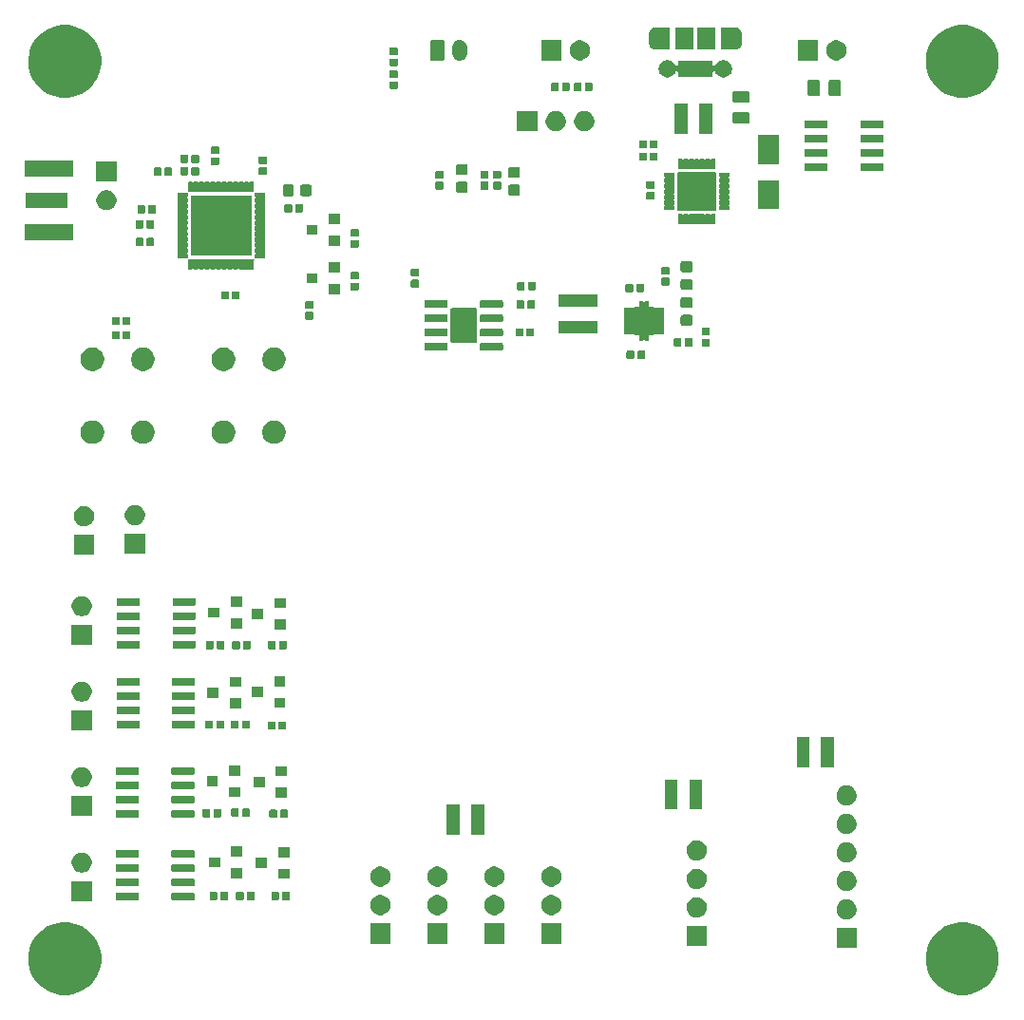
<source format=gbr>
G04 #@! TF.GenerationSoftware,KiCad,Pcbnew,5.1.5+dfsg1-2build2*
G04 #@! TF.CreationDate,2021-02-20T13:09:23-05:00*
G04 #@! TF.ProjectId,eboard,65626f61-7264-42e6-9b69-6361645f7063,rev?*
G04 #@! TF.SameCoordinates,Original*
G04 #@! TF.FileFunction,Soldermask,Top*
G04 #@! TF.FilePolarity,Negative*
%FSLAX46Y46*%
G04 Gerber Fmt 4.6, Leading zero omitted, Abs format (unit mm)*
G04 Created by KiCad (PCBNEW 5.1.5+dfsg1-2build2) date 2021-02-20 13:09:23*
%MOMM*%
%LPD*%
G04 APERTURE LIST*
%ADD10C,0.100000*%
G04 APERTURE END LIST*
D10*
G36*
X123634239Y-110811467D02*
G01*
X123948282Y-110873934D01*
X124539926Y-111119001D01*
X125072392Y-111474784D01*
X125525216Y-111927608D01*
X125880999Y-112460074D01*
X126126066Y-113051718D01*
X126251000Y-113679804D01*
X126251000Y-114320196D01*
X126126066Y-114948282D01*
X125880999Y-115539926D01*
X125525216Y-116072392D01*
X125072392Y-116525216D01*
X124539926Y-116880999D01*
X123948282Y-117126066D01*
X123634239Y-117188533D01*
X123320197Y-117251000D01*
X122679803Y-117251000D01*
X122365761Y-117188533D01*
X122051718Y-117126066D01*
X121460074Y-116880999D01*
X120927608Y-116525216D01*
X120474784Y-116072392D01*
X120119001Y-115539926D01*
X119873934Y-114948282D01*
X119749000Y-114320196D01*
X119749000Y-113679804D01*
X119873934Y-113051718D01*
X120119001Y-112460074D01*
X120474784Y-111927608D01*
X120927608Y-111474784D01*
X121460074Y-111119001D01*
X122051718Y-110873934D01*
X122365761Y-110811467D01*
X122679803Y-110749000D01*
X123320197Y-110749000D01*
X123634239Y-110811467D01*
G37*
G36*
X43634239Y-110811467D02*
G01*
X43948282Y-110873934D01*
X44539926Y-111119001D01*
X45072392Y-111474784D01*
X45525216Y-111927608D01*
X45880999Y-112460074D01*
X46126066Y-113051718D01*
X46251000Y-113679804D01*
X46251000Y-114320196D01*
X46126066Y-114948282D01*
X45880999Y-115539926D01*
X45525216Y-116072392D01*
X45072392Y-116525216D01*
X44539926Y-116880999D01*
X43948282Y-117126066D01*
X43634239Y-117188533D01*
X43320197Y-117251000D01*
X42679803Y-117251000D01*
X42365761Y-117188533D01*
X42051718Y-117126066D01*
X41460074Y-116880999D01*
X40927608Y-116525216D01*
X40474784Y-116072392D01*
X40119001Y-115539926D01*
X39873934Y-114948282D01*
X39749000Y-114320196D01*
X39749000Y-113679804D01*
X39873934Y-113051718D01*
X40119001Y-112460074D01*
X40474784Y-111927608D01*
X40927608Y-111474784D01*
X41460074Y-111119001D01*
X42051718Y-110873934D01*
X42365761Y-110811467D01*
X42679803Y-110749000D01*
X43320197Y-110749000D01*
X43634239Y-110811467D01*
G37*
G36*
X113581000Y-113061000D02*
G01*
X111779000Y-113061000D01*
X111779000Y-111259000D01*
X113581000Y-111259000D01*
X113581000Y-113061000D01*
G37*
G36*
X100221000Y-112861000D02*
G01*
X98419000Y-112861000D01*
X98419000Y-111059000D01*
X100221000Y-111059000D01*
X100221000Y-112861000D01*
G37*
G36*
X72021000Y-112661000D02*
G01*
X70219000Y-112661000D01*
X70219000Y-110859000D01*
X72021000Y-110859000D01*
X72021000Y-112661000D01*
G37*
G36*
X82181000Y-112661000D02*
G01*
X80379000Y-112661000D01*
X80379000Y-110859000D01*
X82181000Y-110859000D01*
X82181000Y-112661000D01*
G37*
G36*
X87261000Y-112661000D02*
G01*
X85459000Y-112661000D01*
X85459000Y-110859000D01*
X87261000Y-110859000D01*
X87261000Y-112661000D01*
G37*
G36*
X77101000Y-112661000D02*
G01*
X75299000Y-112661000D01*
X75299000Y-110859000D01*
X77101000Y-110859000D01*
X77101000Y-112661000D01*
G37*
G36*
X112774508Y-108720147D02*
G01*
X112942812Y-108753624D01*
X113106784Y-108821544D01*
X113254354Y-108920147D01*
X113379853Y-109045646D01*
X113478456Y-109193216D01*
X113546376Y-109357188D01*
X113581000Y-109531259D01*
X113581000Y-109708741D01*
X113546376Y-109882812D01*
X113478456Y-110046784D01*
X113379853Y-110194354D01*
X113254354Y-110319853D01*
X113106784Y-110418456D01*
X112942812Y-110486376D01*
X112793512Y-110516073D01*
X112768742Y-110521000D01*
X112591258Y-110521000D01*
X112566488Y-110516073D01*
X112417188Y-110486376D01*
X112253216Y-110418456D01*
X112105646Y-110319853D01*
X111980147Y-110194354D01*
X111881544Y-110046784D01*
X111813624Y-109882812D01*
X111779000Y-109708741D01*
X111779000Y-109531259D01*
X111813624Y-109357188D01*
X111881544Y-109193216D01*
X111980147Y-109045646D01*
X112105646Y-108920147D01*
X112253216Y-108821544D01*
X112417188Y-108753624D01*
X112585492Y-108720147D01*
X112591258Y-108719000D01*
X112768742Y-108719000D01*
X112774508Y-108720147D01*
G37*
G36*
X99414508Y-108520147D02*
G01*
X99582812Y-108553624D01*
X99746784Y-108621544D01*
X99894354Y-108720147D01*
X100019853Y-108845646D01*
X100118456Y-108993216D01*
X100186376Y-109157188D01*
X100221000Y-109331259D01*
X100221000Y-109508741D01*
X100186376Y-109682812D01*
X100118456Y-109846784D01*
X100019853Y-109994354D01*
X99894354Y-110119853D01*
X99746784Y-110218456D01*
X99582812Y-110286376D01*
X99433512Y-110316073D01*
X99408742Y-110321000D01*
X99231258Y-110321000D01*
X99206488Y-110316073D01*
X99057188Y-110286376D01*
X98893216Y-110218456D01*
X98745646Y-110119853D01*
X98620147Y-109994354D01*
X98521544Y-109846784D01*
X98453624Y-109682812D01*
X98419000Y-109508741D01*
X98419000Y-109331259D01*
X98453624Y-109157188D01*
X98521544Y-108993216D01*
X98620147Y-108845646D01*
X98745646Y-108720147D01*
X98893216Y-108621544D01*
X99057188Y-108553624D01*
X99225492Y-108520147D01*
X99231258Y-108519000D01*
X99408742Y-108519000D01*
X99414508Y-108520147D01*
G37*
G36*
X76313512Y-108323927D02*
G01*
X76462812Y-108353624D01*
X76626784Y-108421544D01*
X76774354Y-108520147D01*
X76899853Y-108645646D01*
X76998456Y-108793216D01*
X77066376Y-108957188D01*
X77101000Y-109131259D01*
X77101000Y-109308741D01*
X77066376Y-109482812D01*
X76998456Y-109646784D01*
X76899853Y-109794354D01*
X76774354Y-109919853D01*
X76626784Y-110018456D01*
X76462812Y-110086376D01*
X76313512Y-110116073D01*
X76288742Y-110121000D01*
X76111258Y-110121000D01*
X76086488Y-110116073D01*
X75937188Y-110086376D01*
X75773216Y-110018456D01*
X75625646Y-109919853D01*
X75500147Y-109794354D01*
X75401544Y-109646784D01*
X75333624Y-109482812D01*
X75299000Y-109308741D01*
X75299000Y-109131259D01*
X75333624Y-108957188D01*
X75401544Y-108793216D01*
X75500147Y-108645646D01*
X75625646Y-108520147D01*
X75773216Y-108421544D01*
X75937188Y-108353624D01*
X76086488Y-108323927D01*
X76111258Y-108319000D01*
X76288742Y-108319000D01*
X76313512Y-108323927D01*
G37*
G36*
X81393512Y-108323927D02*
G01*
X81542812Y-108353624D01*
X81706784Y-108421544D01*
X81854354Y-108520147D01*
X81979853Y-108645646D01*
X82078456Y-108793216D01*
X82146376Y-108957188D01*
X82181000Y-109131259D01*
X82181000Y-109308741D01*
X82146376Y-109482812D01*
X82078456Y-109646784D01*
X81979853Y-109794354D01*
X81854354Y-109919853D01*
X81706784Y-110018456D01*
X81542812Y-110086376D01*
X81393512Y-110116073D01*
X81368742Y-110121000D01*
X81191258Y-110121000D01*
X81166488Y-110116073D01*
X81017188Y-110086376D01*
X80853216Y-110018456D01*
X80705646Y-109919853D01*
X80580147Y-109794354D01*
X80481544Y-109646784D01*
X80413624Y-109482812D01*
X80379000Y-109308741D01*
X80379000Y-109131259D01*
X80413624Y-108957188D01*
X80481544Y-108793216D01*
X80580147Y-108645646D01*
X80705646Y-108520147D01*
X80853216Y-108421544D01*
X81017188Y-108353624D01*
X81166488Y-108323927D01*
X81191258Y-108319000D01*
X81368742Y-108319000D01*
X81393512Y-108323927D01*
G37*
G36*
X86473512Y-108323927D02*
G01*
X86622812Y-108353624D01*
X86786784Y-108421544D01*
X86934354Y-108520147D01*
X87059853Y-108645646D01*
X87158456Y-108793216D01*
X87226376Y-108957188D01*
X87261000Y-109131259D01*
X87261000Y-109308741D01*
X87226376Y-109482812D01*
X87158456Y-109646784D01*
X87059853Y-109794354D01*
X86934354Y-109919853D01*
X86786784Y-110018456D01*
X86622812Y-110086376D01*
X86473512Y-110116073D01*
X86448742Y-110121000D01*
X86271258Y-110121000D01*
X86246488Y-110116073D01*
X86097188Y-110086376D01*
X85933216Y-110018456D01*
X85785646Y-109919853D01*
X85660147Y-109794354D01*
X85561544Y-109646784D01*
X85493624Y-109482812D01*
X85459000Y-109308741D01*
X85459000Y-109131259D01*
X85493624Y-108957188D01*
X85561544Y-108793216D01*
X85660147Y-108645646D01*
X85785646Y-108520147D01*
X85933216Y-108421544D01*
X86097188Y-108353624D01*
X86246488Y-108323927D01*
X86271258Y-108319000D01*
X86448742Y-108319000D01*
X86473512Y-108323927D01*
G37*
G36*
X71233512Y-108323927D02*
G01*
X71382812Y-108353624D01*
X71546784Y-108421544D01*
X71694354Y-108520147D01*
X71819853Y-108645646D01*
X71918456Y-108793216D01*
X71986376Y-108957188D01*
X72021000Y-109131259D01*
X72021000Y-109308741D01*
X71986376Y-109482812D01*
X71918456Y-109646784D01*
X71819853Y-109794354D01*
X71694354Y-109919853D01*
X71546784Y-110018456D01*
X71382812Y-110086376D01*
X71233512Y-110116073D01*
X71208742Y-110121000D01*
X71031258Y-110121000D01*
X71006488Y-110116073D01*
X70857188Y-110086376D01*
X70693216Y-110018456D01*
X70545646Y-109919853D01*
X70420147Y-109794354D01*
X70321544Y-109646784D01*
X70253624Y-109482812D01*
X70219000Y-109308741D01*
X70219000Y-109131259D01*
X70253624Y-108957188D01*
X70321544Y-108793216D01*
X70420147Y-108645646D01*
X70545646Y-108520147D01*
X70693216Y-108421544D01*
X70857188Y-108353624D01*
X71006488Y-108323927D01*
X71031258Y-108319000D01*
X71208742Y-108319000D01*
X71233512Y-108323927D01*
G37*
G36*
X45405000Y-108867000D02*
G01*
X43603000Y-108867000D01*
X43603000Y-107065000D01*
X45405000Y-107065000D01*
X45405000Y-108867000D01*
G37*
G36*
X49517128Y-108125764D02*
G01*
X49538209Y-108132160D01*
X49557645Y-108142548D01*
X49574676Y-108156524D01*
X49588652Y-108173555D01*
X49599040Y-108192991D01*
X49605436Y-108214072D01*
X49608200Y-108242140D01*
X49608200Y-108705860D01*
X49605436Y-108733928D01*
X49599040Y-108755009D01*
X49588652Y-108774445D01*
X49574676Y-108791476D01*
X49557645Y-108805452D01*
X49538209Y-108815840D01*
X49517128Y-108822236D01*
X49489060Y-108825000D01*
X47675340Y-108825000D01*
X47647272Y-108822236D01*
X47626191Y-108815840D01*
X47606755Y-108805452D01*
X47589724Y-108791476D01*
X47575748Y-108774445D01*
X47565360Y-108755009D01*
X47558964Y-108733928D01*
X47556200Y-108705860D01*
X47556200Y-108242140D01*
X47558964Y-108214072D01*
X47565360Y-108192991D01*
X47575748Y-108173555D01*
X47589724Y-108156524D01*
X47606755Y-108142548D01*
X47626191Y-108132160D01*
X47647272Y-108125764D01*
X47675340Y-108123000D01*
X49489060Y-108123000D01*
X49517128Y-108125764D01*
G37*
G36*
X54467128Y-108125764D02*
G01*
X54488209Y-108132160D01*
X54507645Y-108142548D01*
X54524676Y-108156524D01*
X54538652Y-108173555D01*
X54549040Y-108192991D01*
X54555436Y-108214072D01*
X54558200Y-108242140D01*
X54558200Y-108705860D01*
X54555436Y-108733928D01*
X54549040Y-108755009D01*
X54538652Y-108774445D01*
X54524676Y-108791476D01*
X54507645Y-108805452D01*
X54488209Y-108815840D01*
X54467128Y-108822236D01*
X54439060Y-108825000D01*
X52625340Y-108825000D01*
X52597272Y-108822236D01*
X52576191Y-108815840D01*
X52556755Y-108805452D01*
X52539724Y-108791476D01*
X52525748Y-108774445D01*
X52515360Y-108755009D01*
X52508964Y-108733928D01*
X52506200Y-108705860D01*
X52506200Y-108242140D01*
X52508964Y-108214072D01*
X52515360Y-108192991D01*
X52525748Y-108173555D01*
X52539724Y-108156524D01*
X52556755Y-108142548D01*
X52576191Y-108132160D01*
X52597272Y-108125764D01*
X52625340Y-108123000D01*
X54439060Y-108123000D01*
X54467128Y-108125764D01*
G37*
G36*
X56506138Y-108046116D02*
G01*
X56526757Y-108052371D01*
X56545753Y-108062524D01*
X56562408Y-108076192D01*
X56576076Y-108092847D01*
X56586229Y-108111843D01*
X56592484Y-108132462D01*
X56595200Y-108160040D01*
X56595200Y-108668760D01*
X56592484Y-108696338D01*
X56586229Y-108716957D01*
X56576076Y-108735953D01*
X56562408Y-108752608D01*
X56545753Y-108766276D01*
X56526757Y-108776429D01*
X56506138Y-108782684D01*
X56478560Y-108785400D01*
X56019840Y-108785400D01*
X55992262Y-108782684D01*
X55971643Y-108776429D01*
X55952647Y-108766276D01*
X55935992Y-108752608D01*
X55922324Y-108735953D01*
X55912171Y-108716957D01*
X55905916Y-108696338D01*
X55903200Y-108668760D01*
X55903200Y-108160040D01*
X55905916Y-108132462D01*
X55912171Y-108111843D01*
X55922324Y-108092847D01*
X55935992Y-108076192D01*
X55952647Y-108062524D01*
X55971643Y-108052371D01*
X55992262Y-108046116D01*
X56019840Y-108043400D01*
X56478560Y-108043400D01*
X56506138Y-108046116D01*
G37*
G36*
X62976138Y-108046116D02*
G01*
X62996757Y-108052371D01*
X63015753Y-108062524D01*
X63032408Y-108076192D01*
X63046076Y-108092847D01*
X63056229Y-108111843D01*
X63062484Y-108132462D01*
X63065200Y-108160040D01*
X63065200Y-108668760D01*
X63062484Y-108696338D01*
X63056229Y-108716957D01*
X63046076Y-108735953D01*
X63032408Y-108752608D01*
X63015753Y-108766276D01*
X62996757Y-108776429D01*
X62976138Y-108782684D01*
X62948560Y-108785400D01*
X62489840Y-108785400D01*
X62462262Y-108782684D01*
X62441643Y-108776429D01*
X62422647Y-108766276D01*
X62405992Y-108752608D01*
X62392324Y-108735953D01*
X62382171Y-108716957D01*
X62375916Y-108696338D01*
X62373200Y-108668760D01*
X62373200Y-108160040D01*
X62375916Y-108132462D01*
X62382171Y-108111843D01*
X62392324Y-108092847D01*
X62405992Y-108076192D01*
X62422647Y-108062524D01*
X62441643Y-108052371D01*
X62462262Y-108046116D01*
X62489840Y-108043400D01*
X62948560Y-108043400D01*
X62976138Y-108046116D01*
G37*
G36*
X62006138Y-108046116D02*
G01*
X62026757Y-108052371D01*
X62045753Y-108062524D01*
X62062408Y-108076192D01*
X62076076Y-108092847D01*
X62086229Y-108111843D01*
X62092484Y-108132462D01*
X62095200Y-108160040D01*
X62095200Y-108668760D01*
X62092484Y-108696338D01*
X62086229Y-108716957D01*
X62076076Y-108735953D01*
X62062408Y-108752608D01*
X62045753Y-108766276D01*
X62026757Y-108776429D01*
X62006138Y-108782684D01*
X61978560Y-108785400D01*
X61519840Y-108785400D01*
X61492262Y-108782684D01*
X61471643Y-108776429D01*
X61452647Y-108766276D01*
X61435992Y-108752608D01*
X61422324Y-108735953D01*
X61412171Y-108716957D01*
X61405916Y-108696338D01*
X61403200Y-108668760D01*
X61403200Y-108160040D01*
X61405916Y-108132462D01*
X61412171Y-108111843D01*
X61422324Y-108092847D01*
X61435992Y-108076192D01*
X61452647Y-108062524D01*
X61471643Y-108052371D01*
X61492262Y-108046116D01*
X61519840Y-108043400D01*
X61978560Y-108043400D01*
X62006138Y-108046116D01*
G37*
G36*
X59826138Y-108046116D02*
G01*
X59846757Y-108052371D01*
X59865753Y-108062524D01*
X59882408Y-108076192D01*
X59896076Y-108092847D01*
X59906229Y-108111843D01*
X59912484Y-108132462D01*
X59915200Y-108160040D01*
X59915200Y-108668760D01*
X59912484Y-108696338D01*
X59906229Y-108716957D01*
X59896076Y-108735953D01*
X59882408Y-108752608D01*
X59865753Y-108766276D01*
X59846757Y-108776429D01*
X59826138Y-108782684D01*
X59798560Y-108785400D01*
X59339840Y-108785400D01*
X59312262Y-108782684D01*
X59291643Y-108776429D01*
X59272647Y-108766276D01*
X59255992Y-108752608D01*
X59242324Y-108735953D01*
X59232171Y-108716957D01*
X59225916Y-108696338D01*
X59223200Y-108668760D01*
X59223200Y-108160040D01*
X59225916Y-108132462D01*
X59232171Y-108111843D01*
X59242324Y-108092847D01*
X59255992Y-108076192D01*
X59272647Y-108062524D01*
X59291643Y-108052371D01*
X59312262Y-108046116D01*
X59339840Y-108043400D01*
X59798560Y-108043400D01*
X59826138Y-108046116D01*
G37*
G36*
X58856138Y-108046116D02*
G01*
X58876757Y-108052371D01*
X58895753Y-108062524D01*
X58912408Y-108076192D01*
X58926076Y-108092847D01*
X58936229Y-108111843D01*
X58942484Y-108132462D01*
X58945200Y-108160040D01*
X58945200Y-108668760D01*
X58942484Y-108696338D01*
X58936229Y-108716957D01*
X58926076Y-108735953D01*
X58912408Y-108752608D01*
X58895753Y-108766276D01*
X58876757Y-108776429D01*
X58856138Y-108782684D01*
X58828560Y-108785400D01*
X58369840Y-108785400D01*
X58342262Y-108782684D01*
X58321643Y-108776429D01*
X58302647Y-108766276D01*
X58285992Y-108752608D01*
X58272324Y-108735953D01*
X58262171Y-108716957D01*
X58255916Y-108696338D01*
X58253200Y-108668760D01*
X58253200Y-108160040D01*
X58255916Y-108132462D01*
X58262171Y-108111843D01*
X58272324Y-108092847D01*
X58285992Y-108076192D01*
X58302647Y-108062524D01*
X58321643Y-108052371D01*
X58342262Y-108046116D01*
X58369840Y-108043400D01*
X58828560Y-108043400D01*
X58856138Y-108046116D01*
G37*
G36*
X57476138Y-108046116D02*
G01*
X57496757Y-108052371D01*
X57515753Y-108062524D01*
X57532408Y-108076192D01*
X57546076Y-108092847D01*
X57556229Y-108111843D01*
X57562484Y-108132462D01*
X57565200Y-108160040D01*
X57565200Y-108668760D01*
X57562484Y-108696338D01*
X57556229Y-108716957D01*
X57546076Y-108735953D01*
X57532408Y-108752608D01*
X57515753Y-108766276D01*
X57496757Y-108776429D01*
X57476138Y-108782684D01*
X57448560Y-108785400D01*
X56989840Y-108785400D01*
X56962262Y-108782684D01*
X56941643Y-108776429D01*
X56922647Y-108766276D01*
X56905992Y-108752608D01*
X56892324Y-108735953D01*
X56882171Y-108716957D01*
X56875916Y-108696338D01*
X56873200Y-108668760D01*
X56873200Y-108160040D01*
X56875916Y-108132462D01*
X56882171Y-108111843D01*
X56892324Y-108092847D01*
X56905992Y-108076192D01*
X56922647Y-108062524D01*
X56941643Y-108052371D01*
X56962262Y-108046116D01*
X56989840Y-108043400D01*
X57448560Y-108043400D01*
X57476138Y-108046116D01*
G37*
G36*
X112774508Y-106180147D02*
G01*
X112942812Y-106213624D01*
X113106784Y-106281544D01*
X113254354Y-106380147D01*
X113379853Y-106505646D01*
X113478456Y-106653216D01*
X113546376Y-106817188D01*
X113581000Y-106991259D01*
X113581000Y-107168741D01*
X113546376Y-107342812D01*
X113478456Y-107506784D01*
X113379853Y-107654354D01*
X113254354Y-107779853D01*
X113106784Y-107878456D01*
X112942812Y-107946376D01*
X112793512Y-107976073D01*
X112768742Y-107981000D01*
X112591258Y-107981000D01*
X112566488Y-107976073D01*
X112417188Y-107946376D01*
X112253216Y-107878456D01*
X112105646Y-107779853D01*
X111980147Y-107654354D01*
X111881544Y-107506784D01*
X111813624Y-107342812D01*
X111779000Y-107168741D01*
X111779000Y-106991259D01*
X111813624Y-106817188D01*
X111881544Y-106653216D01*
X111980147Y-106505646D01*
X112105646Y-106380147D01*
X112253216Y-106281544D01*
X112417188Y-106213624D01*
X112585492Y-106180147D01*
X112591258Y-106179000D01*
X112768742Y-106179000D01*
X112774508Y-106180147D01*
G37*
G36*
X99414508Y-105980147D02*
G01*
X99582812Y-106013624D01*
X99746784Y-106081544D01*
X99894354Y-106180147D01*
X100019853Y-106305646D01*
X100118456Y-106453216D01*
X100186376Y-106617188D01*
X100221000Y-106791259D01*
X100221000Y-106968741D01*
X100186376Y-107142812D01*
X100118456Y-107306784D01*
X100019853Y-107454354D01*
X99894354Y-107579853D01*
X99746784Y-107678456D01*
X99582812Y-107746376D01*
X99433512Y-107776073D01*
X99408742Y-107781000D01*
X99231258Y-107781000D01*
X99206488Y-107776073D01*
X99057188Y-107746376D01*
X98893216Y-107678456D01*
X98745646Y-107579853D01*
X98620147Y-107454354D01*
X98521544Y-107306784D01*
X98453624Y-107142812D01*
X98419000Y-106968741D01*
X98419000Y-106791259D01*
X98453624Y-106617188D01*
X98521544Y-106453216D01*
X98620147Y-106305646D01*
X98745646Y-106180147D01*
X98893216Y-106081544D01*
X99057188Y-106013624D01*
X99225492Y-105980147D01*
X99231258Y-105979000D01*
X99408742Y-105979000D01*
X99414508Y-105980147D01*
G37*
G36*
X76313512Y-105783927D02*
G01*
X76462812Y-105813624D01*
X76626784Y-105881544D01*
X76774354Y-105980147D01*
X76899853Y-106105646D01*
X76998456Y-106253216D01*
X77066376Y-106417188D01*
X77101000Y-106591259D01*
X77101000Y-106768741D01*
X77066376Y-106942812D01*
X76998456Y-107106784D01*
X76899853Y-107254354D01*
X76774354Y-107379853D01*
X76626784Y-107478456D01*
X76462812Y-107546376D01*
X76313512Y-107576073D01*
X76288742Y-107581000D01*
X76111258Y-107581000D01*
X76086488Y-107576073D01*
X75937188Y-107546376D01*
X75773216Y-107478456D01*
X75625646Y-107379853D01*
X75500147Y-107254354D01*
X75401544Y-107106784D01*
X75333624Y-106942812D01*
X75299000Y-106768741D01*
X75299000Y-106591259D01*
X75333624Y-106417188D01*
X75401544Y-106253216D01*
X75500147Y-106105646D01*
X75625646Y-105980147D01*
X75773216Y-105881544D01*
X75937188Y-105813624D01*
X76086488Y-105783927D01*
X76111258Y-105779000D01*
X76288742Y-105779000D01*
X76313512Y-105783927D01*
G37*
G36*
X86473512Y-105783927D02*
G01*
X86622812Y-105813624D01*
X86786784Y-105881544D01*
X86934354Y-105980147D01*
X87059853Y-106105646D01*
X87158456Y-106253216D01*
X87226376Y-106417188D01*
X87261000Y-106591259D01*
X87261000Y-106768741D01*
X87226376Y-106942812D01*
X87158456Y-107106784D01*
X87059853Y-107254354D01*
X86934354Y-107379853D01*
X86786784Y-107478456D01*
X86622812Y-107546376D01*
X86473512Y-107576073D01*
X86448742Y-107581000D01*
X86271258Y-107581000D01*
X86246488Y-107576073D01*
X86097188Y-107546376D01*
X85933216Y-107478456D01*
X85785646Y-107379853D01*
X85660147Y-107254354D01*
X85561544Y-107106784D01*
X85493624Y-106942812D01*
X85459000Y-106768741D01*
X85459000Y-106591259D01*
X85493624Y-106417188D01*
X85561544Y-106253216D01*
X85660147Y-106105646D01*
X85785646Y-105980147D01*
X85933216Y-105881544D01*
X86097188Y-105813624D01*
X86246488Y-105783927D01*
X86271258Y-105779000D01*
X86448742Y-105779000D01*
X86473512Y-105783927D01*
G37*
G36*
X71233512Y-105783927D02*
G01*
X71382812Y-105813624D01*
X71546784Y-105881544D01*
X71694354Y-105980147D01*
X71819853Y-106105646D01*
X71918456Y-106253216D01*
X71986376Y-106417188D01*
X72021000Y-106591259D01*
X72021000Y-106768741D01*
X71986376Y-106942812D01*
X71918456Y-107106784D01*
X71819853Y-107254354D01*
X71694354Y-107379853D01*
X71546784Y-107478456D01*
X71382812Y-107546376D01*
X71233512Y-107576073D01*
X71208742Y-107581000D01*
X71031258Y-107581000D01*
X71006488Y-107576073D01*
X70857188Y-107546376D01*
X70693216Y-107478456D01*
X70545646Y-107379853D01*
X70420147Y-107254354D01*
X70321544Y-107106784D01*
X70253624Y-106942812D01*
X70219000Y-106768741D01*
X70219000Y-106591259D01*
X70253624Y-106417188D01*
X70321544Y-106253216D01*
X70420147Y-106105646D01*
X70545646Y-105980147D01*
X70693216Y-105881544D01*
X70857188Y-105813624D01*
X71006488Y-105783927D01*
X71031258Y-105779000D01*
X71208742Y-105779000D01*
X71233512Y-105783927D01*
G37*
G36*
X81393512Y-105783927D02*
G01*
X81542812Y-105813624D01*
X81706784Y-105881544D01*
X81854354Y-105980147D01*
X81979853Y-106105646D01*
X82078456Y-106253216D01*
X82146376Y-106417188D01*
X82181000Y-106591259D01*
X82181000Y-106768741D01*
X82146376Y-106942812D01*
X82078456Y-107106784D01*
X81979853Y-107254354D01*
X81854354Y-107379853D01*
X81706784Y-107478456D01*
X81542812Y-107546376D01*
X81393512Y-107576073D01*
X81368742Y-107581000D01*
X81191258Y-107581000D01*
X81166488Y-107576073D01*
X81017188Y-107546376D01*
X80853216Y-107478456D01*
X80705646Y-107379853D01*
X80580147Y-107254354D01*
X80481544Y-107106784D01*
X80413624Y-106942812D01*
X80379000Y-106768741D01*
X80379000Y-106591259D01*
X80413624Y-106417188D01*
X80481544Y-106253216D01*
X80580147Y-106105646D01*
X80705646Y-105980147D01*
X80853216Y-105881544D01*
X81017188Y-105813624D01*
X81166488Y-105783927D01*
X81191258Y-105779000D01*
X81368742Y-105779000D01*
X81393512Y-105783927D01*
G37*
G36*
X54467128Y-106855764D02*
G01*
X54488209Y-106862160D01*
X54507645Y-106872548D01*
X54524676Y-106886524D01*
X54538652Y-106903555D01*
X54549040Y-106922991D01*
X54555436Y-106944072D01*
X54558200Y-106972140D01*
X54558200Y-107435860D01*
X54555436Y-107463928D01*
X54549040Y-107485009D01*
X54538652Y-107504445D01*
X54524676Y-107521476D01*
X54507645Y-107535452D01*
X54488209Y-107545840D01*
X54467128Y-107552236D01*
X54439060Y-107555000D01*
X52625340Y-107555000D01*
X52597272Y-107552236D01*
X52576191Y-107545840D01*
X52556755Y-107535452D01*
X52539724Y-107521476D01*
X52525748Y-107504445D01*
X52515360Y-107485009D01*
X52508964Y-107463928D01*
X52506200Y-107435860D01*
X52506200Y-106972140D01*
X52508964Y-106944072D01*
X52515360Y-106922991D01*
X52525748Y-106903555D01*
X52539724Y-106886524D01*
X52556755Y-106872548D01*
X52576191Y-106862160D01*
X52597272Y-106855764D01*
X52625340Y-106853000D01*
X54439060Y-106853000D01*
X54467128Y-106855764D01*
G37*
G36*
X49517128Y-106855764D02*
G01*
X49538209Y-106862160D01*
X49557645Y-106872548D01*
X49574676Y-106886524D01*
X49588652Y-106903555D01*
X49599040Y-106922991D01*
X49605436Y-106944072D01*
X49608200Y-106972140D01*
X49608200Y-107435860D01*
X49605436Y-107463928D01*
X49599040Y-107485009D01*
X49588652Y-107504445D01*
X49574676Y-107521476D01*
X49557645Y-107535452D01*
X49538209Y-107545840D01*
X49517128Y-107552236D01*
X49489060Y-107555000D01*
X47675340Y-107555000D01*
X47647272Y-107552236D01*
X47626191Y-107545840D01*
X47606755Y-107535452D01*
X47589724Y-107521476D01*
X47575748Y-107504445D01*
X47565360Y-107485009D01*
X47558964Y-107463928D01*
X47556200Y-107435860D01*
X47556200Y-106972140D01*
X47558964Y-106944072D01*
X47565360Y-106922991D01*
X47575748Y-106903555D01*
X47589724Y-106886524D01*
X47606755Y-106872548D01*
X47626191Y-106862160D01*
X47647272Y-106855764D01*
X47675340Y-106853000D01*
X49489060Y-106853000D01*
X49517128Y-106855764D01*
G37*
G36*
X63035200Y-106865400D02*
G01*
X62033200Y-106865400D01*
X62033200Y-105963400D01*
X63035200Y-105963400D01*
X63035200Y-106865400D01*
G37*
G36*
X58835200Y-106815400D02*
G01*
X57833200Y-106815400D01*
X57833200Y-105913400D01*
X58835200Y-105913400D01*
X58835200Y-106815400D01*
G37*
G36*
X44617512Y-104529927D02*
G01*
X44766812Y-104559624D01*
X44930784Y-104627544D01*
X45078354Y-104726147D01*
X45203853Y-104851646D01*
X45302456Y-104999216D01*
X45370376Y-105163188D01*
X45405000Y-105337259D01*
X45405000Y-105514741D01*
X45370376Y-105688812D01*
X45302456Y-105852784D01*
X45203853Y-106000354D01*
X45078354Y-106125853D01*
X44930784Y-106224456D01*
X44766812Y-106292376D01*
X44617512Y-106322073D01*
X44592742Y-106327000D01*
X44415258Y-106327000D01*
X44390488Y-106322073D01*
X44241188Y-106292376D01*
X44077216Y-106224456D01*
X43929646Y-106125853D01*
X43804147Y-106000354D01*
X43705544Y-105852784D01*
X43637624Y-105688812D01*
X43603000Y-105514741D01*
X43603000Y-105337259D01*
X43637624Y-105163188D01*
X43705544Y-104999216D01*
X43804147Y-104851646D01*
X43929646Y-104726147D01*
X44077216Y-104627544D01*
X44241188Y-104559624D01*
X44390488Y-104529927D01*
X44415258Y-104525000D01*
X44592742Y-104525000D01*
X44617512Y-104529927D01*
G37*
G36*
X49517128Y-105585764D02*
G01*
X49538209Y-105592160D01*
X49557645Y-105602548D01*
X49574676Y-105616524D01*
X49588652Y-105633555D01*
X49599040Y-105652991D01*
X49605436Y-105674072D01*
X49608200Y-105702140D01*
X49608200Y-106165860D01*
X49605436Y-106193928D01*
X49599040Y-106215009D01*
X49588652Y-106234445D01*
X49574676Y-106251476D01*
X49557645Y-106265452D01*
X49538209Y-106275840D01*
X49517128Y-106282236D01*
X49489060Y-106285000D01*
X47675340Y-106285000D01*
X47647272Y-106282236D01*
X47626191Y-106275840D01*
X47606755Y-106265452D01*
X47589724Y-106251476D01*
X47575748Y-106234445D01*
X47565360Y-106215009D01*
X47558964Y-106193928D01*
X47556200Y-106165860D01*
X47556200Y-105702140D01*
X47558964Y-105674072D01*
X47565360Y-105652991D01*
X47575748Y-105633555D01*
X47589724Y-105616524D01*
X47606755Y-105602548D01*
X47626191Y-105592160D01*
X47647272Y-105585764D01*
X47675340Y-105583000D01*
X49489060Y-105583000D01*
X49517128Y-105585764D01*
G37*
G36*
X54467128Y-105585764D02*
G01*
X54488209Y-105592160D01*
X54507645Y-105602548D01*
X54524676Y-105616524D01*
X54538652Y-105633555D01*
X54549040Y-105652991D01*
X54555436Y-105674072D01*
X54558200Y-105702140D01*
X54558200Y-106165860D01*
X54555436Y-106193928D01*
X54549040Y-106215009D01*
X54538652Y-106234445D01*
X54524676Y-106251476D01*
X54507645Y-106265452D01*
X54488209Y-106275840D01*
X54467128Y-106282236D01*
X54439060Y-106285000D01*
X52625340Y-106285000D01*
X52597272Y-106282236D01*
X52576191Y-106275840D01*
X52556755Y-106265452D01*
X52539724Y-106251476D01*
X52525748Y-106234445D01*
X52515360Y-106215009D01*
X52508964Y-106193928D01*
X52506200Y-106165860D01*
X52506200Y-105702140D01*
X52508964Y-105674072D01*
X52515360Y-105652991D01*
X52525748Y-105633555D01*
X52539724Y-105616524D01*
X52556755Y-105602548D01*
X52576191Y-105592160D01*
X52597272Y-105585764D01*
X52625340Y-105583000D01*
X54439060Y-105583000D01*
X54467128Y-105585764D01*
G37*
G36*
X61035200Y-105915400D02*
G01*
X60033200Y-105915400D01*
X60033200Y-105013400D01*
X61035200Y-105013400D01*
X61035200Y-105915400D01*
G37*
G36*
X56835200Y-105865400D02*
G01*
X55833200Y-105865400D01*
X55833200Y-104963400D01*
X56835200Y-104963400D01*
X56835200Y-105865400D01*
G37*
G36*
X112774508Y-103640147D02*
G01*
X112942812Y-103673624D01*
X113106784Y-103741544D01*
X113254354Y-103840147D01*
X113379853Y-103965646D01*
X113478456Y-104113216D01*
X113546376Y-104277188D01*
X113581000Y-104451259D01*
X113581000Y-104628741D01*
X113546376Y-104802812D01*
X113478456Y-104966784D01*
X113379853Y-105114354D01*
X113254354Y-105239853D01*
X113106784Y-105338456D01*
X112942812Y-105406376D01*
X112793512Y-105436073D01*
X112768742Y-105441000D01*
X112591258Y-105441000D01*
X112566488Y-105436073D01*
X112417188Y-105406376D01*
X112253216Y-105338456D01*
X112105646Y-105239853D01*
X111980147Y-105114354D01*
X111881544Y-104966784D01*
X111813624Y-104802812D01*
X111779000Y-104628741D01*
X111779000Y-104451259D01*
X111813624Y-104277188D01*
X111881544Y-104113216D01*
X111980147Y-103965646D01*
X112105646Y-103840147D01*
X112253216Y-103741544D01*
X112417188Y-103673624D01*
X112585492Y-103640147D01*
X112591258Y-103639000D01*
X112768742Y-103639000D01*
X112774508Y-103640147D01*
G37*
G36*
X99433512Y-103443927D02*
G01*
X99582812Y-103473624D01*
X99746784Y-103541544D01*
X99894354Y-103640147D01*
X100019853Y-103765646D01*
X100118456Y-103913216D01*
X100186376Y-104077188D01*
X100221000Y-104251259D01*
X100221000Y-104428741D01*
X100186376Y-104602812D01*
X100118456Y-104766784D01*
X100019853Y-104914354D01*
X99894354Y-105039853D01*
X99746784Y-105138456D01*
X99582812Y-105206376D01*
X99433512Y-105236073D01*
X99408742Y-105241000D01*
X99231258Y-105241000D01*
X99206488Y-105236073D01*
X99057188Y-105206376D01*
X98893216Y-105138456D01*
X98745646Y-105039853D01*
X98620147Y-104914354D01*
X98521544Y-104766784D01*
X98453624Y-104602812D01*
X98419000Y-104428741D01*
X98419000Y-104251259D01*
X98453624Y-104077188D01*
X98521544Y-103913216D01*
X98620147Y-103765646D01*
X98745646Y-103640147D01*
X98893216Y-103541544D01*
X99057188Y-103473624D01*
X99206488Y-103443927D01*
X99231258Y-103439000D01*
X99408742Y-103439000D01*
X99433512Y-103443927D01*
G37*
G36*
X49517128Y-104315764D02*
G01*
X49538209Y-104322160D01*
X49557645Y-104332548D01*
X49574676Y-104346524D01*
X49588652Y-104363555D01*
X49599040Y-104382991D01*
X49605436Y-104404072D01*
X49608200Y-104432140D01*
X49608200Y-104895860D01*
X49605436Y-104923928D01*
X49599040Y-104945009D01*
X49588652Y-104964445D01*
X49574676Y-104981476D01*
X49557645Y-104995452D01*
X49538209Y-105005840D01*
X49517128Y-105012236D01*
X49489060Y-105015000D01*
X47675340Y-105015000D01*
X47647272Y-105012236D01*
X47626191Y-105005840D01*
X47606755Y-104995452D01*
X47589724Y-104981476D01*
X47575748Y-104964445D01*
X47565360Y-104945009D01*
X47558964Y-104923928D01*
X47556200Y-104895860D01*
X47556200Y-104432140D01*
X47558964Y-104404072D01*
X47565360Y-104382991D01*
X47575748Y-104363555D01*
X47589724Y-104346524D01*
X47606755Y-104332548D01*
X47626191Y-104322160D01*
X47647272Y-104315764D01*
X47675340Y-104313000D01*
X49489060Y-104313000D01*
X49517128Y-104315764D01*
G37*
G36*
X54467128Y-104315764D02*
G01*
X54488209Y-104322160D01*
X54507645Y-104332548D01*
X54524676Y-104346524D01*
X54538652Y-104363555D01*
X54549040Y-104382991D01*
X54555436Y-104404072D01*
X54558200Y-104432140D01*
X54558200Y-104895860D01*
X54555436Y-104923928D01*
X54549040Y-104945009D01*
X54538652Y-104964445D01*
X54524676Y-104981476D01*
X54507645Y-104995452D01*
X54488209Y-105005840D01*
X54467128Y-105012236D01*
X54439060Y-105015000D01*
X52625340Y-105015000D01*
X52597272Y-105012236D01*
X52576191Y-105005840D01*
X52556755Y-104995452D01*
X52539724Y-104981476D01*
X52525748Y-104964445D01*
X52515360Y-104945009D01*
X52508964Y-104923928D01*
X52506200Y-104895860D01*
X52506200Y-104432140D01*
X52508964Y-104404072D01*
X52515360Y-104382991D01*
X52525748Y-104363555D01*
X52539724Y-104346524D01*
X52556755Y-104332548D01*
X52576191Y-104322160D01*
X52597272Y-104315764D01*
X52625340Y-104313000D01*
X54439060Y-104313000D01*
X54467128Y-104315764D01*
G37*
G36*
X63035200Y-104965400D02*
G01*
X62033200Y-104965400D01*
X62033200Y-104063400D01*
X63035200Y-104063400D01*
X63035200Y-104965400D01*
G37*
G36*
X58835200Y-104915400D02*
G01*
X57833200Y-104915400D01*
X57833200Y-104013400D01*
X58835200Y-104013400D01*
X58835200Y-104915400D01*
G37*
G36*
X80421000Y-102926000D02*
G01*
X79259000Y-102926000D01*
X79259000Y-100274000D01*
X80421000Y-100274000D01*
X80421000Y-102926000D01*
G37*
G36*
X78221000Y-102926000D02*
G01*
X77059000Y-102926000D01*
X77059000Y-100274000D01*
X78221000Y-100274000D01*
X78221000Y-102926000D01*
G37*
G36*
X112793512Y-101103927D02*
G01*
X112942812Y-101133624D01*
X113106784Y-101201544D01*
X113254354Y-101300147D01*
X113379853Y-101425646D01*
X113478456Y-101573216D01*
X113546376Y-101737188D01*
X113581000Y-101911259D01*
X113581000Y-102088741D01*
X113546376Y-102262812D01*
X113478456Y-102426784D01*
X113379853Y-102574354D01*
X113254354Y-102699853D01*
X113106784Y-102798456D01*
X112942812Y-102866376D01*
X112793512Y-102896073D01*
X112768742Y-102901000D01*
X112591258Y-102901000D01*
X112566488Y-102896073D01*
X112417188Y-102866376D01*
X112253216Y-102798456D01*
X112105646Y-102699853D01*
X111980147Y-102574354D01*
X111881544Y-102426784D01*
X111813624Y-102262812D01*
X111779000Y-102088741D01*
X111779000Y-101911259D01*
X111813624Y-101737188D01*
X111881544Y-101573216D01*
X111980147Y-101425646D01*
X112105646Y-101300147D01*
X112253216Y-101201544D01*
X112417188Y-101133624D01*
X112566488Y-101103927D01*
X112591258Y-101099000D01*
X112768742Y-101099000D01*
X112793512Y-101103927D01*
G37*
G36*
X62797538Y-100713916D02*
G01*
X62818157Y-100720171D01*
X62837153Y-100730324D01*
X62853808Y-100743992D01*
X62867476Y-100760647D01*
X62877629Y-100779643D01*
X62883884Y-100800262D01*
X62886600Y-100827840D01*
X62886600Y-101336560D01*
X62883884Y-101364138D01*
X62877629Y-101384757D01*
X62867476Y-101403753D01*
X62853808Y-101420408D01*
X62837153Y-101434076D01*
X62818157Y-101444229D01*
X62797538Y-101450484D01*
X62769960Y-101453200D01*
X62311240Y-101453200D01*
X62283662Y-101450484D01*
X62263043Y-101444229D01*
X62244047Y-101434076D01*
X62227392Y-101420408D01*
X62213724Y-101403753D01*
X62203571Y-101384757D01*
X62197316Y-101364138D01*
X62194600Y-101336560D01*
X62194600Y-100827840D01*
X62197316Y-100800262D01*
X62203571Y-100779643D01*
X62213724Y-100760647D01*
X62227392Y-100743992D01*
X62244047Y-100730324D01*
X62263043Y-100720171D01*
X62283662Y-100713916D01*
X62311240Y-100711200D01*
X62769960Y-100711200D01*
X62797538Y-100713916D01*
G37*
G36*
X61827538Y-100713916D02*
G01*
X61848157Y-100720171D01*
X61867153Y-100730324D01*
X61883808Y-100743992D01*
X61897476Y-100760647D01*
X61907629Y-100779643D01*
X61913884Y-100800262D01*
X61916600Y-100827840D01*
X61916600Y-101336560D01*
X61913884Y-101364138D01*
X61907629Y-101384757D01*
X61897476Y-101403753D01*
X61883808Y-101420408D01*
X61867153Y-101434076D01*
X61848157Y-101444229D01*
X61827538Y-101450484D01*
X61799960Y-101453200D01*
X61341240Y-101453200D01*
X61313662Y-101450484D01*
X61293043Y-101444229D01*
X61274047Y-101434076D01*
X61257392Y-101420408D01*
X61243724Y-101403753D01*
X61233571Y-101384757D01*
X61227316Y-101364138D01*
X61224600Y-101336560D01*
X61224600Y-100827840D01*
X61227316Y-100800262D01*
X61233571Y-100779643D01*
X61243724Y-100760647D01*
X61257392Y-100743992D01*
X61274047Y-100730324D01*
X61293043Y-100720171D01*
X61313662Y-100713916D01*
X61341240Y-100711200D01*
X61799960Y-100711200D01*
X61827538Y-100713916D01*
G37*
G36*
X54465528Y-100738964D02*
G01*
X54486609Y-100745360D01*
X54506045Y-100755748D01*
X54523076Y-100769724D01*
X54537052Y-100786755D01*
X54547440Y-100806191D01*
X54553836Y-100827272D01*
X54556600Y-100855340D01*
X54556600Y-101319060D01*
X54553836Y-101347128D01*
X54547440Y-101368209D01*
X54537052Y-101387645D01*
X54523076Y-101404676D01*
X54506045Y-101418652D01*
X54486609Y-101429040D01*
X54465528Y-101435436D01*
X54437460Y-101438200D01*
X52623740Y-101438200D01*
X52595672Y-101435436D01*
X52574591Y-101429040D01*
X52555155Y-101418652D01*
X52538124Y-101404676D01*
X52524148Y-101387645D01*
X52513760Y-101368209D01*
X52507364Y-101347128D01*
X52504600Y-101319060D01*
X52504600Y-100855340D01*
X52507364Y-100827272D01*
X52513760Y-100806191D01*
X52524148Y-100786755D01*
X52538124Y-100769724D01*
X52555155Y-100755748D01*
X52574591Y-100745360D01*
X52595672Y-100738964D01*
X52623740Y-100736200D01*
X54437460Y-100736200D01*
X54465528Y-100738964D01*
G37*
G36*
X49515528Y-100738964D02*
G01*
X49536609Y-100745360D01*
X49556045Y-100755748D01*
X49573076Y-100769724D01*
X49587052Y-100786755D01*
X49597440Y-100806191D01*
X49603836Y-100827272D01*
X49606600Y-100855340D01*
X49606600Y-101319060D01*
X49603836Y-101347128D01*
X49597440Y-101368209D01*
X49587052Y-101387645D01*
X49573076Y-101404676D01*
X49556045Y-101418652D01*
X49536609Y-101429040D01*
X49515528Y-101435436D01*
X49487460Y-101438200D01*
X47673740Y-101438200D01*
X47645672Y-101435436D01*
X47624591Y-101429040D01*
X47605155Y-101418652D01*
X47588124Y-101404676D01*
X47574148Y-101387645D01*
X47563760Y-101368209D01*
X47557364Y-101347128D01*
X47554600Y-101319060D01*
X47554600Y-100855340D01*
X47557364Y-100827272D01*
X47563760Y-100806191D01*
X47574148Y-100786755D01*
X47588124Y-100769724D01*
X47605155Y-100755748D01*
X47624591Y-100745360D01*
X47645672Y-100738964D01*
X47673740Y-100736200D01*
X49487460Y-100736200D01*
X49515528Y-100738964D01*
G37*
G36*
X56847538Y-100663916D02*
G01*
X56868157Y-100670171D01*
X56887153Y-100680324D01*
X56903808Y-100693992D01*
X56917476Y-100710647D01*
X56927629Y-100729643D01*
X56933884Y-100750262D01*
X56936600Y-100777840D01*
X56936600Y-101286560D01*
X56933884Y-101314138D01*
X56927629Y-101334757D01*
X56917476Y-101353753D01*
X56903808Y-101370408D01*
X56887153Y-101384076D01*
X56868157Y-101394229D01*
X56847538Y-101400484D01*
X56819960Y-101403200D01*
X56361240Y-101403200D01*
X56333662Y-101400484D01*
X56313043Y-101394229D01*
X56294047Y-101384076D01*
X56277392Y-101370408D01*
X56263724Y-101353753D01*
X56253571Y-101334757D01*
X56247316Y-101314138D01*
X56244600Y-101286560D01*
X56244600Y-100777840D01*
X56247316Y-100750262D01*
X56253571Y-100729643D01*
X56263724Y-100710647D01*
X56277392Y-100693992D01*
X56294047Y-100680324D01*
X56313043Y-100670171D01*
X56333662Y-100663916D01*
X56361240Y-100661200D01*
X56819960Y-100661200D01*
X56847538Y-100663916D01*
G37*
G36*
X55877538Y-100663916D02*
G01*
X55898157Y-100670171D01*
X55917153Y-100680324D01*
X55933808Y-100693992D01*
X55947476Y-100710647D01*
X55957629Y-100729643D01*
X55963884Y-100750262D01*
X55966600Y-100777840D01*
X55966600Y-101286560D01*
X55963884Y-101314138D01*
X55957629Y-101334757D01*
X55947476Y-101353753D01*
X55933808Y-101370408D01*
X55917153Y-101384076D01*
X55898157Y-101394229D01*
X55877538Y-101400484D01*
X55849960Y-101403200D01*
X55391240Y-101403200D01*
X55363662Y-101400484D01*
X55343043Y-101394229D01*
X55324047Y-101384076D01*
X55307392Y-101370408D01*
X55293724Y-101353753D01*
X55283571Y-101334757D01*
X55277316Y-101314138D01*
X55274600Y-101286560D01*
X55274600Y-100777840D01*
X55277316Y-100750262D01*
X55283571Y-100729643D01*
X55293724Y-100710647D01*
X55307392Y-100693992D01*
X55324047Y-100680324D01*
X55343043Y-100670171D01*
X55363662Y-100663916D01*
X55391240Y-100661200D01*
X55849960Y-100661200D01*
X55877538Y-100663916D01*
G37*
G36*
X58427538Y-100613916D02*
G01*
X58448157Y-100620171D01*
X58467153Y-100630324D01*
X58483808Y-100643992D01*
X58497476Y-100660647D01*
X58507629Y-100679643D01*
X58513884Y-100700262D01*
X58516600Y-100727840D01*
X58516600Y-101236560D01*
X58513884Y-101264138D01*
X58507629Y-101284757D01*
X58497476Y-101303753D01*
X58483808Y-101320408D01*
X58467153Y-101334076D01*
X58448157Y-101344229D01*
X58427538Y-101350484D01*
X58399960Y-101353200D01*
X57941240Y-101353200D01*
X57913662Y-101350484D01*
X57893043Y-101344229D01*
X57874047Y-101334076D01*
X57857392Y-101320408D01*
X57843724Y-101303753D01*
X57833571Y-101284757D01*
X57827316Y-101264138D01*
X57824600Y-101236560D01*
X57824600Y-100727840D01*
X57827316Y-100700262D01*
X57833571Y-100679643D01*
X57843724Y-100660647D01*
X57857392Y-100643992D01*
X57874047Y-100630324D01*
X57893043Y-100620171D01*
X57913662Y-100613916D01*
X57941240Y-100611200D01*
X58399960Y-100611200D01*
X58427538Y-100613916D01*
G37*
G36*
X59397538Y-100613916D02*
G01*
X59418157Y-100620171D01*
X59437153Y-100630324D01*
X59453808Y-100643992D01*
X59467476Y-100660647D01*
X59477629Y-100679643D01*
X59483884Y-100700262D01*
X59486600Y-100727840D01*
X59486600Y-101236560D01*
X59483884Y-101264138D01*
X59477629Y-101284757D01*
X59467476Y-101303753D01*
X59453808Y-101320408D01*
X59437153Y-101334076D01*
X59418157Y-101344229D01*
X59397538Y-101350484D01*
X59369960Y-101353200D01*
X58911240Y-101353200D01*
X58883662Y-101350484D01*
X58863043Y-101344229D01*
X58844047Y-101334076D01*
X58827392Y-101320408D01*
X58813724Y-101303753D01*
X58803571Y-101284757D01*
X58797316Y-101264138D01*
X58794600Y-101236560D01*
X58794600Y-100727840D01*
X58797316Y-100700262D01*
X58803571Y-100679643D01*
X58813724Y-100660647D01*
X58827392Y-100643992D01*
X58844047Y-100630324D01*
X58863043Y-100620171D01*
X58883662Y-100613916D01*
X58911240Y-100611200D01*
X59369960Y-100611200D01*
X59397538Y-100613916D01*
G37*
G36*
X45405000Y-101247000D02*
G01*
X43603000Y-101247000D01*
X43603000Y-99445000D01*
X45405000Y-99445000D01*
X45405000Y-101247000D01*
G37*
G36*
X97632600Y-100713000D02*
G01*
X96470600Y-100713000D01*
X96470600Y-98061000D01*
X97632600Y-98061000D01*
X97632600Y-100713000D01*
G37*
G36*
X99832600Y-100713000D02*
G01*
X98670600Y-100713000D01*
X98670600Y-98061000D01*
X99832600Y-98061000D01*
X99832600Y-100713000D01*
G37*
G36*
X112793512Y-98563927D02*
G01*
X112942812Y-98593624D01*
X113106784Y-98661544D01*
X113254354Y-98760147D01*
X113379853Y-98885646D01*
X113478456Y-99033216D01*
X113546376Y-99197188D01*
X113581000Y-99371259D01*
X113581000Y-99548741D01*
X113546376Y-99722812D01*
X113478456Y-99886784D01*
X113379853Y-100034354D01*
X113254354Y-100159853D01*
X113106784Y-100258456D01*
X112942812Y-100326376D01*
X112793512Y-100356073D01*
X112768742Y-100361000D01*
X112591258Y-100361000D01*
X112566488Y-100356073D01*
X112417188Y-100326376D01*
X112253216Y-100258456D01*
X112105646Y-100159853D01*
X111980147Y-100034354D01*
X111881544Y-99886784D01*
X111813624Y-99722812D01*
X111779000Y-99548741D01*
X111779000Y-99371259D01*
X111813624Y-99197188D01*
X111881544Y-99033216D01*
X111980147Y-98885646D01*
X112105646Y-98760147D01*
X112253216Y-98661544D01*
X112417188Y-98593624D01*
X112566488Y-98563927D01*
X112591258Y-98559000D01*
X112768742Y-98559000D01*
X112793512Y-98563927D01*
G37*
G36*
X54465528Y-99468964D02*
G01*
X54486609Y-99475360D01*
X54506045Y-99485748D01*
X54523076Y-99499724D01*
X54537052Y-99516755D01*
X54547440Y-99536191D01*
X54553836Y-99557272D01*
X54556600Y-99585340D01*
X54556600Y-100049060D01*
X54553836Y-100077128D01*
X54547440Y-100098209D01*
X54537052Y-100117645D01*
X54523076Y-100134676D01*
X54506045Y-100148652D01*
X54486609Y-100159040D01*
X54465528Y-100165436D01*
X54437460Y-100168200D01*
X52623740Y-100168200D01*
X52595672Y-100165436D01*
X52574591Y-100159040D01*
X52555155Y-100148652D01*
X52538124Y-100134676D01*
X52524148Y-100117645D01*
X52513760Y-100098209D01*
X52507364Y-100077128D01*
X52504600Y-100049060D01*
X52504600Y-99585340D01*
X52507364Y-99557272D01*
X52513760Y-99536191D01*
X52524148Y-99516755D01*
X52538124Y-99499724D01*
X52555155Y-99485748D01*
X52574591Y-99475360D01*
X52595672Y-99468964D01*
X52623740Y-99466200D01*
X54437460Y-99466200D01*
X54465528Y-99468964D01*
G37*
G36*
X49515528Y-99468964D02*
G01*
X49536609Y-99475360D01*
X49556045Y-99485748D01*
X49573076Y-99499724D01*
X49587052Y-99516755D01*
X49597440Y-99536191D01*
X49603836Y-99557272D01*
X49606600Y-99585340D01*
X49606600Y-100049060D01*
X49603836Y-100077128D01*
X49597440Y-100098209D01*
X49587052Y-100117645D01*
X49573076Y-100134676D01*
X49556045Y-100148652D01*
X49536609Y-100159040D01*
X49515528Y-100165436D01*
X49487460Y-100168200D01*
X47673740Y-100168200D01*
X47645672Y-100165436D01*
X47624591Y-100159040D01*
X47605155Y-100148652D01*
X47588124Y-100134676D01*
X47574148Y-100117645D01*
X47563760Y-100098209D01*
X47557364Y-100077128D01*
X47554600Y-100049060D01*
X47554600Y-99585340D01*
X47557364Y-99557272D01*
X47563760Y-99536191D01*
X47574148Y-99516755D01*
X47588124Y-99499724D01*
X47605155Y-99485748D01*
X47624591Y-99475360D01*
X47645672Y-99468964D01*
X47673740Y-99466200D01*
X49487460Y-99466200D01*
X49515528Y-99468964D01*
G37*
G36*
X62806600Y-99633200D02*
G01*
X61804600Y-99633200D01*
X61804600Y-98731200D01*
X62806600Y-98731200D01*
X62806600Y-99633200D01*
G37*
G36*
X58656600Y-99583200D02*
G01*
X57654600Y-99583200D01*
X57654600Y-98681200D01*
X58656600Y-98681200D01*
X58656600Y-99583200D01*
G37*
G36*
X54465528Y-98198964D02*
G01*
X54486609Y-98205360D01*
X54506045Y-98215748D01*
X54523076Y-98229724D01*
X54537052Y-98246755D01*
X54547440Y-98266191D01*
X54553836Y-98287272D01*
X54556600Y-98315340D01*
X54556600Y-98779060D01*
X54553836Y-98807128D01*
X54547440Y-98828209D01*
X54537052Y-98847645D01*
X54523076Y-98864676D01*
X54506045Y-98878652D01*
X54486609Y-98889040D01*
X54465528Y-98895436D01*
X54437460Y-98898200D01*
X52623740Y-98898200D01*
X52595672Y-98895436D01*
X52574591Y-98889040D01*
X52555155Y-98878652D01*
X52538124Y-98864676D01*
X52524148Y-98847645D01*
X52513760Y-98828209D01*
X52507364Y-98807128D01*
X52504600Y-98779060D01*
X52504600Y-98315340D01*
X52507364Y-98287272D01*
X52513760Y-98266191D01*
X52524148Y-98246755D01*
X52538124Y-98229724D01*
X52555155Y-98215748D01*
X52574591Y-98205360D01*
X52595672Y-98198964D01*
X52623740Y-98196200D01*
X54437460Y-98196200D01*
X54465528Y-98198964D01*
G37*
G36*
X49515528Y-98198964D02*
G01*
X49536609Y-98205360D01*
X49556045Y-98215748D01*
X49573076Y-98229724D01*
X49587052Y-98246755D01*
X49597440Y-98266191D01*
X49603836Y-98287272D01*
X49606600Y-98315340D01*
X49606600Y-98779060D01*
X49603836Y-98807128D01*
X49597440Y-98828209D01*
X49587052Y-98847645D01*
X49573076Y-98864676D01*
X49556045Y-98878652D01*
X49536609Y-98889040D01*
X49515528Y-98895436D01*
X49487460Y-98898200D01*
X47673740Y-98898200D01*
X47645672Y-98895436D01*
X47624591Y-98889040D01*
X47605155Y-98878652D01*
X47588124Y-98864676D01*
X47574148Y-98847645D01*
X47563760Y-98828209D01*
X47557364Y-98807128D01*
X47554600Y-98779060D01*
X47554600Y-98315340D01*
X47557364Y-98287272D01*
X47563760Y-98266191D01*
X47574148Y-98246755D01*
X47588124Y-98229724D01*
X47605155Y-98215748D01*
X47624591Y-98205360D01*
X47645672Y-98198964D01*
X47673740Y-98196200D01*
X49487460Y-98196200D01*
X49515528Y-98198964D01*
G37*
G36*
X44617512Y-96909927D02*
G01*
X44766812Y-96939624D01*
X44930784Y-97007544D01*
X45078354Y-97106147D01*
X45203853Y-97231646D01*
X45302456Y-97379216D01*
X45370376Y-97543188D01*
X45405000Y-97717259D01*
X45405000Y-97894741D01*
X45370376Y-98068812D01*
X45302456Y-98232784D01*
X45203853Y-98380354D01*
X45078354Y-98505853D01*
X44930784Y-98604456D01*
X44766812Y-98672376D01*
X44617512Y-98702073D01*
X44592742Y-98707000D01*
X44415258Y-98707000D01*
X44390488Y-98702073D01*
X44241188Y-98672376D01*
X44077216Y-98604456D01*
X43929646Y-98505853D01*
X43804147Y-98380354D01*
X43705544Y-98232784D01*
X43637624Y-98068812D01*
X43603000Y-97894741D01*
X43603000Y-97717259D01*
X43637624Y-97543188D01*
X43705544Y-97379216D01*
X43804147Y-97231646D01*
X43929646Y-97106147D01*
X44077216Y-97007544D01*
X44241188Y-96939624D01*
X44390488Y-96909927D01*
X44415258Y-96905000D01*
X44592742Y-96905000D01*
X44617512Y-96909927D01*
G37*
G36*
X60806600Y-98683200D02*
G01*
X59804600Y-98683200D01*
X59804600Y-97781200D01*
X60806600Y-97781200D01*
X60806600Y-98683200D01*
G37*
G36*
X56656600Y-98633200D02*
G01*
X55654600Y-98633200D01*
X55654600Y-97731200D01*
X56656600Y-97731200D01*
X56656600Y-98633200D01*
G37*
G36*
X62806600Y-97733200D02*
G01*
X61804600Y-97733200D01*
X61804600Y-96831200D01*
X62806600Y-96831200D01*
X62806600Y-97733200D01*
G37*
G36*
X58656600Y-97683200D02*
G01*
X57654600Y-97683200D01*
X57654600Y-96781200D01*
X58656600Y-96781200D01*
X58656600Y-97683200D01*
G37*
G36*
X54465528Y-96928964D02*
G01*
X54486609Y-96935360D01*
X54506045Y-96945748D01*
X54523076Y-96959724D01*
X54537052Y-96976755D01*
X54547440Y-96996191D01*
X54553836Y-97017272D01*
X54556600Y-97045340D01*
X54556600Y-97509060D01*
X54553836Y-97537128D01*
X54547440Y-97558209D01*
X54537052Y-97577645D01*
X54523076Y-97594676D01*
X54506045Y-97608652D01*
X54486609Y-97619040D01*
X54465528Y-97625436D01*
X54437460Y-97628200D01*
X52623740Y-97628200D01*
X52595672Y-97625436D01*
X52574591Y-97619040D01*
X52555155Y-97608652D01*
X52538124Y-97594676D01*
X52524148Y-97577645D01*
X52513760Y-97558209D01*
X52507364Y-97537128D01*
X52504600Y-97509060D01*
X52504600Y-97045340D01*
X52507364Y-97017272D01*
X52513760Y-96996191D01*
X52524148Y-96976755D01*
X52538124Y-96959724D01*
X52555155Y-96945748D01*
X52574591Y-96935360D01*
X52595672Y-96928964D01*
X52623740Y-96926200D01*
X54437460Y-96926200D01*
X54465528Y-96928964D01*
G37*
G36*
X49515528Y-96928964D02*
G01*
X49536609Y-96935360D01*
X49556045Y-96945748D01*
X49573076Y-96959724D01*
X49587052Y-96976755D01*
X49597440Y-96996191D01*
X49603836Y-97017272D01*
X49606600Y-97045340D01*
X49606600Y-97509060D01*
X49603836Y-97537128D01*
X49597440Y-97558209D01*
X49587052Y-97577645D01*
X49573076Y-97594676D01*
X49556045Y-97608652D01*
X49536609Y-97619040D01*
X49515528Y-97625436D01*
X49487460Y-97628200D01*
X47673740Y-97628200D01*
X47645672Y-97625436D01*
X47624591Y-97619040D01*
X47605155Y-97608652D01*
X47588124Y-97594676D01*
X47574148Y-97577645D01*
X47563760Y-97558209D01*
X47557364Y-97537128D01*
X47554600Y-97509060D01*
X47554600Y-97045340D01*
X47557364Y-97017272D01*
X47563760Y-96996191D01*
X47574148Y-96976755D01*
X47588124Y-96959724D01*
X47605155Y-96945748D01*
X47624591Y-96935360D01*
X47645672Y-96928964D01*
X47673740Y-96926200D01*
X49487460Y-96926200D01*
X49515528Y-96928964D01*
G37*
G36*
X111581000Y-96926000D02*
G01*
X110419000Y-96926000D01*
X110419000Y-94274000D01*
X111581000Y-94274000D01*
X111581000Y-96926000D01*
G37*
G36*
X109381000Y-96926000D02*
G01*
X108219000Y-96926000D01*
X108219000Y-94274000D01*
X109381000Y-94274000D01*
X109381000Y-96926000D01*
G37*
G36*
X45405000Y-93627000D02*
G01*
X43603000Y-93627000D01*
X43603000Y-91825000D01*
X45405000Y-91825000D01*
X45405000Y-93627000D01*
G37*
G36*
X61675938Y-92859316D02*
G01*
X61696557Y-92865571D01*
X61715553Y-92875724D01*
X61732208Y-92889392D01*
X61745876Y-92906047D01*
X61756029Y-92925043D01*
X61762284Y-92945662D01*
X61765000Y-92973240D01*
X61765000Y-93481960D01*
X61762284Y-93509538D01*
X61756029Y-93530157D01*
X61745876Y-93549153D01*
X61732208Y-93565808D01*
X61715553Y-93579476D01*
X61696557Y-93589629D01*
X61675938Y-93595884D01*
X61648360Y-93598600D01*
X61189640Y-93598600D01*
X61162062Y-93595884D01*
X61141443Y-93589629D01*
X61122447Y-93579476D01*
X61105792Y-93565808D01*
X61092124Y-93549153D01*
X61081971Y-93530157D01*
X61075716Y-93509538D01*
X61073000Y-93481960D01*
X61073000Y-92973240D01*
X61075716Y-92945662D01*
X61081971Y-92925043D01*
X61092124Y-92906047D01*
X61105792Y-92889392D01*
X61122447Y-92875724D01*
X61141443Y-92865571D01*
X61162062Y-92859316D01*
X61189640Y-92856600D01*
X61648360Y-92856600D01*
X61675938Y-92859316D01*
G37*
G36*
X62645938Y-92859316D02*
G01*
X62666557Y-92865571D01*
X62685553Y-92875724D01*
X62702208Y-92889392D01*
X62715876Y-92906047D01*
X62726029Y-92925043D01*
X62732284Y-92945662D01*
X62735000Y-92973240D01*
X62735000Y-93481960D01*
X62732284Y-93509538D01*
X62726029Y-93530157D01*
X62715876Y-93549153D01*
X62702208Y-93565808D01*
X62685553Y-93579476D01*
X62666557Y-93589629D01*
X62645938Y-93595884D01*
X62618360Y-93598600D01*
X62159640Y-93598600D01*
X62132062Y-93595884D01*
X62111443Y-93589629D01*
X62092447Y-93579476D01*
X62075792Y-93565808D01*
X62062124Y-93549153D01*
X62051971Y-93530157D01*
X62045716Y-93509538D01*
X62043000Y-93481960D01*
X62043000Y-92973240D01*
X62045716Y-92945662D01*
X62051971Y-92925043D01*
X62062124Y-92906047D01*
X62075792Y-92889392D01*
X62092447Y-92875724D01*
X62111443Y-92865571D01*
X62132062Y-92859316D01*
X62159640Y-92856600D01*
X62618360Y-92856600D01*
X62645938Y-92859316D01*
G37*
G36*
X59395938Y-92759316D02*
G01*
X59416557Y-92765571D01*
X59435553Y-92775724D01*
X59452208Y-92789392D01*
X59465876Y-92806047D01*
X59476029Y-92825043D01*
X59482284Y-92845662D01*
X59485000Y-92873240D01*
X59485000Y-93381960D01*
X59482284Y-93409538D01*
X59476029Y-93430157D01*
X59465876Y-93449153D01*
X59452208Y-93465808D01*
X59435553Y-93479476D01*
X59416557Y-93489629D01*
X59395938Y-93495884D01*
X59368360Y-93498600D01*
X58909640Y-93498600D01*
X58882062Y-93495884D01*
X58861443Y-93489629D01*
X58842447Y-93479476D01*
X58825792Y-93465808D01*
X58812124Y-93449153D01*
X58801971Y-93430157D01*
X58795716Y-93409538D01*
X58793000Y-93381960D01*
X58793000Y-92873240D01*
X58795716Y-92845662D01*
X58801971Y-92825043D01*
X58812124Y-92806047D01*
X58825792Y-92789392D01*
X58842447Y-92775724D01*
X58861443Y-92765571D01*
X58882062Y-92759316D01*
X58909640Y-92756600D01*
X59368360Y-92756600D01*
X59395938Y-92759316D01*
G37*
G36*
X57095938Y-92759316D02*
G01*
X57116557Y-92765571D01*
X57135553Y-92775724D01*
X57152208Y-92789392D01*
X57165876Y-92806047D01*
X57176029Y-92825043D01*
X57182284Y-92845662D01*
X57185000Y-92873240D01*
X57185000Y-93381960D01*
X57182284Y-93409538D01*
X57176029Y-93430157D01*
X57165876Y-93449153D01*
X57152208Y-93465808D01*
X57135553Y-93479476D01*
X57116557Y-93489629D01*
X57095938Y-93495884D01*
X57068360Y-93498600D01*
X56609640Y-93498600D01*
X56582062Y-93495884D01*
X56561443Y-93489629D01*
X56542447Y-93479476D01*
X56525792Y-93465808D01*
X56512124Y-93449153D01*
X56501971Y-93430157D01*
X56495716Y-93409538D01*
X56493000Y-93381960D01*
X56493000Y-92873240D01*
X56495716Y-92845662D01*
X56501971Y-92825043D01*
X56512124Y-92806047D01*
X56525792Y-92789392D01*
X56542447Y-92775724D01*
X56561443Y-92765571D01*
X56582062Y-92759316D01*
X56609640Y-92756600D01*
X57068360Y-92756600D01*
X57095938Y-92759316D01*
G37*
G36*
X58425938Y-92759316D02*
G01*
X58446557Y-92765571D01*
X58465553Y-92775724D01*
X58482208Y-92789392D01*
X58495876Y-92806047D01*
X58506029Y-92825043D01*
X58512284Y-92845662D01*
X58515000Y-92873240D01*
X58515000Y-93381960D01*
X58512284Y-93409538D01*
X58506029Y-93430157D01*
X58495876Y-93449153D01*
X58482208Y-93465808D01*
X58465553Y-93479476D01*
X58446557Y-93489629D01*
X58425938Y-93495884D01*
X58398360Y-93498600D01*
X57939640Y-93498600D01*
X57912062Y-93495884D01*
X57891443Y-93489629D01*
X57872447Y-93479476D01*
X57855792Y-93465808D01*
X57842124Y-93449153D01*
X57831971Y-93430157D01*
X57825716Y-93409538D01*
X57823000Y-93381960D01*
X57823000Y-92873240D01*
X57825716Y-92845662D01*
X57831971Y-92825043D01*
X57842124Y-92806047D01*
X57855792Y-92789392D01*
X57872447Y-92775724D01*
X57891443Y-92765571D01*
X57912062Y-92759316D01*
X57939640Y-92756600D01*
X58398360Y-92756600D01*
X58425938Y-92759316D01*
G37*
G36*
X56125938Y-92759316D02*
G01*
X56146557Y-92765571D01*
X56165553Y-92775724D01*
X56182208Y-92789392D01*
X56195876Y-92806047D01*
X56206029Y-92825043D01*
X56212284Y-92845662D01*
X56215000Y-92873240D01*
X56215000Y-93381960D01*
X56212284Y-93409538D01*
X56206029Y-93430157D01*
X56195876Y-93449153D01*
X56182208Y-93465808D01*
X56165553Y-93479476D01*
X56146557Y-93489629D01*
X56125938Y-93495884D01*
X56098360Y-93498600D01*
X55639640Y-93498600D01*
X55612062Y-93495884D01*
X55591443Y-93489629D01*
X55572447Y-93479476D01*
X55555792Y-93465808D01*
X55542124Y-93449153D01*
X55531971Y-93430157D01*
X55525716Y-93409538D01*
X55523000Y-93381960D01*
X55523000Y-92873240D01*
X55525716Y-92845662D01*
X55531971Y-92825043D01*
X55542124Y-92806047D01*
X55555792Y-92789392D01*
X55572447Y-92775724D01*
X55591443Y-92765571D01*
X55612062Y-92759316D01*
X55639640Y-92756600D01*
X56098360Y-92756600D01*
X56125938Y-92759316D01*
G37*
G36*
X54513928Y-92784364D02*
G01*
X54535009Y-92790760D01*
X54554445Y-92801148D01*
X54571476Y-92815124D01*
X54585452Y-92832155D01*
X54595840Y-92851591D01*
X54602236Y-92872672D01*
X54605000Y-92900740D01*
X54605000Y-93364460D01*
X54602236Y-93392528D01*
X54595840Y-93413609D01*
X54585452Y-93433045D01*
X54571476Y-93450076D01*
X54554445Y-93464052D01*
X54535009Y-93474440D01*
X54513928Y-93480836D01*
X54485860Y-93483600D01*
X52672140Y-93483600D01*
X52644072Y-93480836D01*
X52622991Y-93474440D01*
X52603555Y-93464052D01*
X52586524Y-93450076D01*
X52572548Y-93433045D01*
X52562160Y-93413609D01*
X52555764Y-93392528D01*
X52553000Y-93364460D01*
X52553000Y-92900740D01*
X52555764Y-92872672D01*
X52562160Y-92851591D01*
X52572548Y-92832155D01*
X52586524Y-92815124D01*
X52603555Y-92801148D01*
X52622991Y-92790760D01*
X52644072Y-92784364D01*
X52672140Y-92781600D01*
X54485860Y-92781600D01*
X54513928Y-92784364D01*
G37*
G36*
X49563928Y-92784364D02*
G01*
X49585009Y-92790760D01*
X49604445Y-92801148D01*
X49621476Y-92815124D01*
X49635452Y-92832155D01*
X49645840Y-92851591D01*
X49652236Y-92872672D01*
X49655000Y-92900740D01*
X49655000Y-93364460D01*
X49652236Y-93392528D01*
X49645840Y-93413609D01*
X49635452Y-93433045D01*
X49621476Y-93450076D01*
X49604445Y-93464052D01*
X49585009Y-93474440D01*
X49563928Y-93480836D01*
X49535860Y-93483600D01*
X47722140Y-93483600D01*
X47694072Y-93480836D01*
X47672991Y-93474440D01*
X47653555Y-93464052D01*
X47636524Y-93450076D01*
X47622548Y-93433045D01*
X47612160Y-93413609D01*
X47605764Y-93392528D01*
X47603000Y-93364460D01*
X47603000Y-92900740D01*
X47605764Y-92872672D01*
X47612160Y-92851591D01*
X47622548Y-92832155D01*
X47636524Y-92815124D01*
X47653555Y-92801148D01*
X47672991Y-92790760D01*
X47694072Y-92784364D01*
X47722140Y-92781600D01*
X49535860Y-92781600D01*
X49563928Y-92784364D01*
G37*
G36*
X49563928Y-91514364D02*
G01*
X49585009Y-91520760D01*
X49604445Y-91531148D01*
X49621476Y-91545124D01*
X49635452Y-91562155D01*
X49645840Y-91581591D01*
X49652236Y-91602672D01*
X49655000Y-91630740D01*
X49655000Y-92094460D01*
X49652236Y-92122528D01*
X49645840Y-92143609D01*
X49635452Y-92163045D01*
X49621476Y-92180076D01*
X49604445Y-92194052D01*
X49585009Y-92204440D01*
X49563928Y-92210836D01*
X49535860Y-92213600D01*
X47722140Y-92213600D01*
X47694072Y-92210836D01*
X47672991Y-92204440D01*
X47653555Y-92194052D01*
X47636524Y-92180076D01*
X47622548Y-92163045D01*
X47612160Y-92143609D01*
X47605764Y-92122528D01*
X47603000Y-92094460D01*
X47603000Y-91630740D01*
X47605764Y-91602672D01*
X47612160Y-91581591D01*
X47622548Y-91562155D01*
X47636524Y-91545124D01*
X47653555Y-91531148D01*
X47672991Y-91520760D01*
X47694072Y-91514364D01*
X47722140Y-91511600D01*
X49535860Y-91511600D01*
X49563928Y-91514364D01*
G37*
G36*
X54513928Y-91514364D02*
G01*
X54535009Y-91520760D01*
X54554445Y-91531148D01*
X54571476Y-91545124D01*
X54585452Y-91562155D01*
X54595840Y-91581591D01*
X54602236Y-91602672D01*
X54605000Y-91630740D01*
X54605000Y-92094460D01*
X54602236Y-92122528D01*
X54595840Y-92143609D01*
X54585452Y-92163045D01*
X54571476Y-92180076D01*
X54554445Y-92194052D01*
X54535009Y-92204440D01*
X54513928Y-92210836D01*
X54485860Y-92213600D01*
X52672140Y-92213600D01*
X52644072Y-92210836D01*
X52622991Y-92204440D01*
X52603555Y-92194052D01*
X52586524Y-92180076D01*
X52572548Y-92163045D01*
X52562160Y-92143609D01*
X52555764Y-92122528D01*
X52553000Y-92094460D01*
X52553000Y-91630740D01*
X52555764Y-91602672D01*
X52562160Y-91581591D01*
X52572548Y-91562155D01*
X52586524Y-91545124D01*
X52603555Y-91531148D01*
X52622991Y-91520760D01*
X52644072Y-91514364D01*
X52672140Y-91511600D01*
X54485860Y-91511600D01*
X54513928Y-91514364D01*
G37*
G36*
X58705000Y-91678600D02*
G01*
X57703000Y-91678600D01*
X57703000Y-90776600D01*
X58705000Y-90776600D01*
X58705000Y-91678600D01*
G37*
G36*
X62655000Y-91628600D02*
G01*
X61653000Y-91628600D01*
X61653000Y-90726600D01*
X62655000Y-90726600D01*
X62655000Y-91628600D01*
G37*
G36*
X44617512Y-89289927D02*
G01*
X44766812Y-89319624D01*
X44930784Y-89387544D01*
X45078354Y-89486147D01*
X45203853Y-89611646D01*
X45302456Y-89759216D01*
X45370376Y-89923188D01*
X45405000Y-90097259D01*
X45405000Y-90274741D01*
X45370376Y-90448812D01*
X45302456Y-90612784D01*
X45203853Y-90760354D01*
X45078354Y-90885853D01*
X44930784Y-90984456D01*
X44766812Y-91052376D01*
X44617512Y-91082073D01*
X44592742Y-91087000D01*
X44415258Y-91087000D01*
X44390488Y-91082073D01*
X44241188Y-91052376D01*
X44077216Y-90984456D01*
X43929646Y-90885853D01*
X43804147Y-90760354D01*
X43705544Y-90612784D01*
X43637624Y-90448812D01*
X43603000Y-90274741D01*
X43603000Y-90097259D01*
X43637624Y-89923188D01*
X43705544Y-89759216D01*
X43804147Y-89611646D01*
X43929646Y-89486147D01*
X44077216Y-89387544D01*
X44241188Y-89319624D01*
X44390488Y-89289927D01*
X44415258Y-89285000D01*
X44592742Y-89285000D01*
X44617512Y-89289927D01*
G37*
G36*
X54513928Y-90244364D02*
G01*
X54535009Y-90250760D01*
X54554445Y-90261148D01*
X54571476Y-90275124D01*
X54585452Y-90292155D01*
X54595840Y-90311591D01*
X54602236Y-90332672D01*
X54605000Y-90360740D01*
X54605000Y-90824460D01*
X54602236Y-90852528D01*
X54595840Y-90873609D01*
X54585452Y-90893045D01*
X54571476Y-90910076D01*
X54554445Y-90924052D01*
X54535009Y-90934440D01*
X54513928Y-90940836D01*
X54485860Y-90943600D01*
X52672140Y-90943600D01*
X52644072Y-90940836D01*
X52622991Y-90934440D01*
X52603555Y-90924052D01*
X52586524Y-90910076D01*
X52572548Y-90893045D01*
X52562160Y-90873609D01*
X52555764Y-90852528D01*
X52553000Y-90824460D01*
X52553000Y-90360740D01*
X52555764Y-90332672D01*
X52562160Y-90311591D01*
X52572548Y-90292155D01*
X52586524Y-90275124D01*
X52603555Y-90261148D01*
X52622991Y-90250760D01*
X52644072Y-90244364D01*
X52672140Y-90241600D01*
X54485860Y-90241600D01*
X54513928Y-90244364D01*
G37*
G36*
X49563928Y-90244364D02*
G01*
X49585009Y-90250760D01*
X49604445Y-90261148D01*
X49621476Y-90275124D01*
X49635452Y-90292155D01*
X49645840Y-90311591D01*
X49652236Y-90332672D01*
X49655000Y-90360740D01*
X49655000Y-90824460D01*
X49652236Y-90852528D01*
X49645840Y-90873609D01*
X49635452Y-90893045D01*
X49621476Y-90910076D01*
X49604445Y-90924052D01*
X49585009Y-90934440D01*
X49563928Y-90940836D01*
X49535860Y-90943600D01*
X47722140Y-90943600D01*
X47694072Y-90940836D01*
X47672991Y-90934440D01*
X47653555Y-90924052D01*
X47636524Y-90910076D01*
X47622548Y-90893045D01*
X47612160Y-90873609D01*
X47605764Y-90852528D01*
X47603000Y-90824460D01*
X47603000Y-90360740D01*
X47605764Y-90332672D01*
X47612160Y-90311591D01*
X47622548Y-90292155D01*
X47636524Y-90275124D01*
X47653555Y-90261148D01*
X47672991Y-90250760D01*
X47694072Y-90244364D01*
X47722140Y-90241600D01*
X49535860Y-90241600D01*
X49563928Y-90244364D01*
G37*
G36*
X56705000Y-90728600D02*
G01*
X55703000Y-90728600D01*
X55703000Y-89826600D01*
X56705000Y-89826600D01*
X56705000Y-90728600D01*
G37*
G36*
X60655000Y-90678600D02*
G01*
X59653000Y-90678600D01*
X59653000Y-89776600D01*
X60655000Y-89776600D01*
X60655000Y-90678600D01*
G37*
G36*
X58705000Y-89778600D02*
G01*
X57703000Y-89778600D01*
X57703000Y-88876600D01*
X58705000Y-88876600D01*
X58705000Y-89778600D01*
G37*
G36*
X62655000Y-89728600D02*
G01*
X61653000Y-89728600D01*
X61653000Y-88826600D01*
X62655000Y-88826600D01*
X62655000Y-89728600D01*
G37*
G36*
X54513928Y-88974364D02*
G01*
X54535009Y-88980760D01*
X54554445Y-88991148D01*
X54571476Y-89005124D01*
X54585452Y-89022155D01*
X54595840Y-89041591D01*
X54602236Y-89062672D01*
X54605000Y-89090740D01*
X54605000Y-89554460D01*
X54602236Y-89582528D01*
X54595840Y-89603609D01*
X54585452Y-89623045D01*
X54571476Y-89640076D01*
X54554445Y-89654052D01*
X54535009Y-89664440D01*
X54513928Y-89670836D01*
X54485860Y-89673600D01*
X52672140Y-89673600D01*
X52644072Y-89670836D01*
X52622991Y-89664440D01*
X52603555Y-89654052D01*
X52586524Y-89640076D01*
X52572548Y-89623045D01*
X52562160Y-89603609D01*
X52555764Y-89582528D01*
X52553000Y-89554460D01*
X52553000Y-89090740D01*
X52555764Y-89062672D01*
X52562160Y-89041591D01*
X52572548Y-89022155D01*
X52586524Y-89005124D01*
X52603555Y-88991148D01*
X52622991Y-88980760D01*
X52644072Y-88974364D01*
X52672140Y-88971600D01*
X54485860Y-88971600D01*
X54513928Y-88974364D01*
G37*
G36*
X49563928Y-88974364D02*
G01*
X49585009Y-88980760D01*
X49604445Y-88991148D01*
X49621476Y-89005124D01*
X49635452Y-89022155D01*
X49645840Y-89041591D01*
X49652236Y-89062672D01*
X49655000Y-89090740D01*
X49655000Y-89554460D01*
X49652236Y-89582528D01*
X49645840Y-89603609D01*
X49635452Y-89623045D01*
X49621476Y-89640076D01*
X49604445Y-89654052D01*
X49585009Y-89664440D01*
X49563928Y-89670836D01*
X49535860Y-89673600D01*
X47722140Y-89673600D01*
X47694072Y-89670836D01*
X47672991Y-89664440D01*
X47653555Y-89654052D01*
X47636524Y-89640076D01*
X47622548Y-89623045D01*
X47612160Y-89603609D01*
X47605764Y-89582528D01*
X47603000Y-89554460D01*
X47603000Y-89090740D01*
X47605764Y-89062672D01*
X47612160Y-89041591D01*
X47622548Y-89022155D01*
X47636524Y-89005124D01*
X47653555Y-88991148D01*
X47672991Y-88980760D01*
X47694072Y-88974364D01*
X47722140Y-88971600D01*
X49535860Y-88971600D01*
X49563928Y-88974364D01*
G37*
G36*
X61717938Y-85678716D02*
G01*
X61738557Y-85684971D01*
X61757553Y-85695124D01*
X61774208Y-85708792D01*
X61787876Y-85725447D01*
X61798029Y-85744443D01*
X61804284Y-85765062D01*
X61807000Y-85792640D01*
X61807000Y-86301360D01*
X61804284Y-86328938D01*
X61798029Y-86349557D01*
X61787876Y-86368553D01*
X61774208Y-86385208D01*
X61757553Y-86398876D01*
X61738557Y-86409029D01*
X61717938Y-86415284D01*
X61690360Y-86418000D01*
X61231640Y-86418000D01*
X61204062Y-86415284D01*
X61183443Y-86409029D01*
X61164447Y-86398876D01*
X61147792Y-86385208D01*
X61134124Y-86368553D01*
X61123971Y-86349557D01*
X61117716Y-86328938D01*
X61115000Y-86301360D01*
X61115000Y-85792640D01*
X61117716Y-85765062D01*
X61123971Y-85744443D01*
X61134124Y-85725447D01*
X61147792Y-85708792D01*
X61164447Y-85695124D01*
X61183443Y-85684971D01*
X61204062Y-85678716D01*
X61231640Y-85676000D01*
X61690360Y-85676000D01*
X61717938Y-85678716D01*
G37*
G36*
X59487938Y-85678716D02*
G01*
X59508557Y-85684971D01*
X59527553Y-85695124D01*
X59544208Y-85708792D01*
X59557876Y-85725447D01*
X59568029Y-85744443D01*
X59574284Y-85765062D01*
X59577000Y-85792640D01*
X59577000Y-86301360D01*
X59574284Y-86328938D01*
X59568029Y-86349557D01*
X59557876Y-86368553D01*
X59544208Y-86385208D01*
X59527553Y-86398876D01*
X59508557Y-86409029D01*
X59487938Y-86415284D01*
X59460360Y-86418000D01*
X59001640Y-86418000D01*
X58974062Y-86415284D01*
X58953443Y-86409029D01*
X58934447Y-86398876D01*
X58917792Y-86385208D01*
X58904124Y-86368553D01*
X58893971Y-86349557D01*
X58887716Y-86328938D01*
X58885000Y-86301360D01*
X58885000Y-85792640D01*
X58887716Y-85765062D01*
X58893971Y-85744443D01*
X58904124Y-85725447D01*
X58917792Y-85708792D01*
X58934447Y-85695124D01*
X58953443Y-85684971D01*
X58974062Y-85678716D01*
X59001640Y-85676000D01*
X59460360Y-85676000D01*
X59487938Y-85678716D01*
G37*
G36*
X58517938Y-85678716D02*
G01*
X58538557Y-85684971D01*
X58557553Y-85695124D01*
X58574208Y-85708792D01*
X58587876Y-85725447D01*
X58598029Y-85744443D01*
X58604284Y-85765062D01*
X58607000Y-85792640D01*
X58607000Y-86301360D01*
X58604284Y-86328938D01*
X58598029Y-86349557D01*
X58587876Y-86368553D01*
X58574208Y-86385208D01*
X58557553Y-86398876D01*
X58538557Y-86409029D01*
X58517938Y-86415284D01*
X58490360Y-86418000D01*
X58031640Y-86418000D01*
X58004062Y-86415284D01*
X57983443Y-86409029D01*
X57964447Y-86398876D01*
X57947792Y-86385208D01*
X57934124Y-86368553D01*
X57923971Y-86349557D01*
X57917716Y-86328938D01*
X57915000Y-86301360D01*
X57915000Y-85792640D01*
X57917716Y-85765062D01*
X57923971Y-85744443D01*
X57934124Y-85725447D01*
X57947792Y-85708792D01*
X57964447Y-85695124D01*
X57983443Y-85684971D01*
X58004062Y-85678716D01*
X58031640Y-85676000D01*
X58490360Y-85676000D01*
X58517938Y-85678716D01*
G37*
G36*
X57137938Y-85678716D02*
G01*
X57158557Y-85684971D01*
X57177553Y-85695124D01*
X57194208Y-85708792D01*
X57207876Y-85725447D01*
X57218029Y-85744443D01*
X57224284Y-85765062D01*
X57227000Y-85792640D01*
X57227000Y-86301360D01*
X57224284Y-86328938D01*
X57218029Y-86349557D01*
X57207876Y-86368553D01*
X57194208Y-86385208D01*
X57177553Y-86398876D01*
X57158557Y-86409029D01*
X57137938Y-86415284D01*
X57110360Y-86418000D01*
X56651640Y-86418000D01*
X56624062Y-86415284D01*
X56603443Y-86409029D01*
X56584447Y-86398876D01*
X56567792Y-86385208D01*
X56554124Y-86368553D01*
X56543971Y-86349557D01*
X56537716Y-86328938D01*
X56535000Y-86301360D01*
X56535000Y-85792640D01*
X56537716Y-85765062D01*
X56543971Y-85744443D01*
X56554124Y-85725447D01*
X56567792Y-85708792D01*
X56584447Y-85695124D01*
X56603443Y-85684971D01*
X56624062Y-85678716D01*
X56651640Y-85676000D01*
X57110360Y-85676000D01*
X57137938Y-85678716D01*
G37*
G36*
X56167938Y-85678716D02*
G01*
X56188557Y-85684971D01*
X56207553Y-85695124D01*
X56224208Y-85708792D01*
X56237876Y-85725447D01*
X56248029Y-85744443D01*
X56254284Y-85765062D01*
X56257000Y-85792640D01*
X56257000Y-86301360D01*
X56254284Y-86328938D01*
X56248029Y-86349557D01*
X56237876Y-86368553D01*
X56224208Y-86385208D01*
X56207553Y-86398876D01*
X56188557Y-86409029D01*
X56167938Y-86415284D01*
X56140360Y-86418000D01*
X55681640Y-86418000D01*
X55654062Y-86415284D01*
X55633443Y-86409029D01*
X55614447Y-86398876D01*
X55597792Y-86385208D01*
X55584124Y-86368553D01*
X55573971Y-86349557D01*
X55567716Y-86328938D01*
X55565000Y-86301360D01*
X55565000Y-85792640D01*
X55567716Y-85765062D01*
X55573971Y-85744443D01*
X55584124Y-85725447D01*
X55597792Y-85708792D01*
X55614447Y-85695124D01*
X55633443Y-85684971D01*
X55654062Y-85678716D01*
X55681640Y-85676000D01*
X56140360Y-85676000D01*
X56167938Y-85678716D01*
G37*
G36*
X62687938Y-85678716D02*
G01*
X62708557Y-85684971D01*
X62727553Y-85695124D01*
X62744208Y-85708792D01*
X62757876Y-85725447D01*
X62768029Y-85744443D01*
X62774284Y-85765062D01*
X62777000Y-85792640D01*
X62777000Y-86301360D01*
X62774284Y-86328938D01*
X62768029Y-86349557D01*
X62757876Y-86368553D01*
X62744208Y-86385208D01*
X62727553Y-86398876D01*
X62708557Y-86409029D01*
X62687938Y-86415284D01*
X62660360Y-86418000D01*
X62201640Y-86418000D01*
X62174062Y-86415284D01*
X62153443Y-86409029D01*
X62134447Y-86398876D01*
X62117792Y-86385208D01*
X62104124Y-86368553D01*
X62093971Y-86349557D01*
X62087716Y-86328938D01*
X62085000Y-86301360D01*
X62085000Y-85792640D01*
X62087716Y-85765062D01*
X62093971Y-85744443D01*
X62104124Y-85725447D01*
X62117792Y-85708792D01*
X62134447Y-85695124D01*
X62153443Y-85684971D01*
X62174062Y-85678716D01*
X62201640Y-85676000D01*
X62660360Y-85676000D01*
X62687938Y-85678716D01*
G37*
G36*
X49605928Y-85653764D02*
G01*
X49627009Y-85660160D01*
X49646445Y-85670548D01*
X49663476Y-85684524D01*
X49677452Y-85701555D01*
X49687840Y-85720991D01*
X49694236Y-85742072D01*
X49697000Y-85770140D01*
X49697000Y-86233860D01*
X49694236Y-86261928D01*
X49687840Y-86283009D01*
X49677452Y-86302445D01*
X49663476Y-86319476D01*
X49646445Y-86333452D01*
X49627009Y-86343840D01*
X49605928Y-86350236D01*
X49577860Y-86353000D01*
X47764140Y-86353000D01*
X47736072Y-86350236D01*
X47714991Y-86343840D01*
X47695555Y-86333452D01*
X47678524Y-86319476D01*
X47664548Y-86302445D01*
X47654160Y-86283009D01*
X47647764Y-86261928D01*
X47645000Y-86233860D01*
X47645000Y-85770140D01*
X47647764Y-85742072D01*
X47654160Y-85720991D01*
X47664548Y-85701555D01*
X47678524Y-85684524D01*
X47695555Y-85670548D01*
X47714991Y-85660160D01*
X47736072Y-85653764D01*
X47764140Y-85651000D01*
X49577860Y-85651000D01*
X49605928Y-85653764D01*
G37*
G36*
X54555928Y-85653764D02*
G01*
X54577009Y-85660160D01*
X54596445Y-85670548D01*
X54613476Y-85684524D01*
X54627452Y-85701555D01*
X54637840Y-85720991D01*
X54644236Y-85742072D01*
X54647000Y-85770140D01*
X54647000Y-86233860D01*
X54644236Y-86261928D01*
X54637840Y-86283009D01*
X54627452Y-86302445D01*
X54613476Y-86319476D01*
X54596445Y-86333452D01*
X54577009Y-86343840D01*
X54555928Y-86350236D01*
X54527860Y-86353000D01*
X52714140Y-86353000D01*
X52686072Y-86350236D01*
X52664991Y-86343840D01*
X52645555Y-86333452D01*
X52628524Y-86319476D01*
X52614548Y-86302445D01*
X52604160Y-86283009D01*
X52597764Y-86261928D01*
X52595000Y-86233860D01*
X52595000Y-85770140D01*
X52597764Y-85742072D01*
X52604160Y-85720991D01*
X52614548Y-85701555D01*
X52628524Y-85684524D01*
X52645555Y-85670548D01*
X52664991Y-85660160D01*
X52686072Y-85653764D01*
X52714140Y-85651000D01*
X54527860Y-85651000D01*
X54555928Y-85653764D01*
G37*
G36*
X45405000Y-86007000D02*
G01*
X43603000Y-86007000D01*
X43603000Y-84205000D01*
X45405000Y-84205000D01*
X45405000Y-86007000D01*
G37*
G36*
X54555928Y-84383764D02*
G01*
X54577009Y-84390160D01*
X54596445Y-84400548D01*
X54613476Y-84414524D01*
X54627452Y-84431555D01*
X54637840Y-84450991D01*
X54644236Y-84472072D01*
X54647000Y-84500140D01*
X54647000Y-84963860D01*
X54644236Y-84991928D01*
X54637840Y-85013009D01*
X54627452Y-85032445D01*
X54613476Y-85049476D01*
X54596445Y-85063452D01*
X54577009Y-85073840D01*
X54555928Y-85080236D01*
X54527860Y-85083000D01*
X52714140Y-85083000D01*
X52686072Y-85080236D01*
X52664991Y-85073840D01*
X52645555Y-85063452D01*
X52628524Y-85049476D01*
X52614548Y-85032445D01*
X52604160Y-85013009D01*
X52597764Y-84991928D01*
X52595000Y-84963860D01*
X52595000Y-84500140D01*
X52597764Y-84472072D01*
X52604160Y-84450991D01*
X52614548Y-84431555D01*
X52628524Y-84414524D01*
X52645555Y-84400548D01*
X52664991Y-84390160D01*
X52686072Y-84383764D01*
X52714140Y-84381000D01*
X54527860Y-84381000D01*
X54555928Y-84383764D01*
G37*
G36*
X49605928Y-84383764D02*
G01*
X49627009Y-84390160D01*
X49646445Y-84400548D01*
X49663476Y-84414524D01*
X49677452Y-84431555D01*
X49687840Y-84450991D01*
X49694236Y-84472072D01*
X49697000Y-84500140D01*
X49697000Y-84963860D01*
X49694236Y-84991928D01*
X49687840Y-85013009D01*
X49677452Y-85032445D01*
X49663476Y-85049476D01*
X49646445Y-85063452D01*
X49627009Y-85073840D01*
X49605928Y-85080236D01*
X49577860Y-85083000D01*
X47764140Y-85083000D01*
X47736072Y-85080236D01*
X47714991Y-85073840D01*
X47695555Y-85063452D01*
X47678524Y-85049476D01*
X47664548Y-85032445D01*
X47654160Y-85013009D01*
X47647764Y-84991928D01*
X47645000Y-84963860D01*
X47645000Y-84500140D01*
X47647764Y-84472072D01*
X47654160Y-84450991D01*
X47664548Y-84431555D01*
X47678524Y-84414524D01*
X47695555Y-84400548D01*
X47714991Y-84390160D01*
X47736072Y-84383764D01*
X47764140Y-84381000D01*
X49577860Y-84381000D01*
X49605928Y-84383764D01*
G37*
G36*
X62697000Y-84648000D02*
G01*
X61695000Y-84648000D01*
X61695000Y-83746000D01*
X62697000Y-83746000D01*
X62697000Y-84648000D01*
G37*
G36*
X58797000Y-84548000D02*
G01*
X57795000Y-84548000D01*
X57795000Y-83646000D01*
X58797000Y-83646000D01*
X58797000Y-84548000D01*
G37*
G36*
X49605928Y-83113764D02*
G01*
X49627009Y-83120160D01*
X49646445Y-83130548D01*
X49663476Y-83144524D01*
X49677452Y-83161555D01*
X49687840Y-83180991D01*
X49694236Y-83202072D01*
X49697000Y-83230140D01*
X49697000Y-83693860D01*
X49694236Y-83721928D01*
X49687840Y-83743009D01*
X49677452Y-83762445D01*
X49663476Y-83779476D01*
X49646445Y-83793452D01*
X49627009Y-83803840D01*
X49605928Y-83810236D01*
X49577860Y-83813000D01*
X47764140Y-83813000D01*
X47736072Y-83810236D01*
X47714991Y-83803840D01*
X47695555Y-83793452D01*
X47678524Y-83779476D01*
X47664548Y-83762445D01*
X47654160Y-83743009D01*
X47647764Y-83721928D01*
X47645000Y-83693860D01*
X47645000Y-83230140D01*
X47647764Y-83202072D01*
X47654160Y-83180991D01*
X47664548Y-83161555D01*
X47678524Y-83144524D01*
X47695555Y-83130548D01*
X47714991Y-83120160D01*
X47736072Y-83113764D01*
X47764140Y-83111000D01*
X49577860Y-83111000D01*
X49605928Y-83113764D01*
G37*
G36*
X54555928Y-83113764D02*
G01*
X54577009Y-83120160D01*
X54596445Y-83130548D01*
X54613476Y-83144524D01*
X54627452Y-83161555D01*
X54637840Y-83180991D01*
X54644236Y-83202072D01*
X54647000Y-83230140D01*
X54647000Y-83693860D01*
X54644236Y-83721928D01*
X54637840Y-83743009D01*
X54627452Y-83762445D01*
X54613476Y-83779476D01*
X54596445Y-83793452D01*
X54577009Y-83803840D01*
X54555928Y-83810236D01*
X54527860Y-83813000D01*
X52714140Y-83813000D01*
X52686072Y-83810236D01*
X52664991Y-83803840D01*
X52645555Y-83793452D01*
X52628524Y-83779476D01*
X52614548Y-83762445D01*
X52604160Y-83743009D01*
X52597764Y-83721928D01*
X52595000Y-83693860D01*
X52595000Y-83230140D01*
X52597764Y-83202072D01*
X52604160Y-83180991D01*
X52614548Y-83161555D01*
X52628524Y-83144524D01*
X52645555Y-83130548D01*
X52664991Y-83120160D01*
X52686072Y-83113764D01*
X52714140Y-83111000D01*
X54527860Y-83111000D01*
X54555928Y-83113764D01*
G37*
G36*
X60697000Y-83698000D02*
G01*
X59695000Y-83698000D01*
X59695000Y-82796000D01*
X60697000Y-82796000D01*
X60697000Y-83698000D01*
G37*
G36*
X56797000Y-83598000D02*
G01*
X55795000Y-83598000D01*
X55795000Y-82696000D01*
X56797000Y-82696000D01*
X56797000Y-83598000D01*
G37*
G36*
X44617512Y-81669927D02*
G01*
X44766812Y-81699624D01*
X44930784Y-81767544D01*
X45078354Y-81866147D01*
X45203853Y-81991646D01*
X45302456Y-82139216D01*
X45370376Y-82303188D01*
X45405000Y-82477259D01*
X45405000Y-82654741D01*
X45370376Y-82828812D01*
X45302456Y-82992784D01*
X45203853Y-83140354D01*
X45078354Y-83265853D01*
X44930784Y-83364456D01*
X44766812Y-83432376D01*
X44617512Y-83462073D01*
X44592742Y-83467000D01*
X44415258Y-83467000D01*
X44390488Y-83462073D01*
X44241188Y-83432376D01*
X44077216Y-83364456D01*
X43929646Y-83265853D01*
X43804147Y-83140354D01*
X43705544Y-82992784D01*
X43637624Y-82828812D01*
X43603000Y-82654741D01*
X43603000Y-82477259D01*
X43637624Y-82303188D01*
X43705544Y-82139216D01*
X43804147Y-81991646D01*
X43929646Y-81866147D01*
X44077216Y-81767544D01*
X44241188Y-81699624D01*
X44390488Y-81669927D01*
X44415258Y-81665000D01*
X44592742Y-81665000D01*
X44617512Y-81669927D01*
G37*
G36*
X62697000Y-82748000D02*
G01*
X61695000Y-82748000D01*
X61695000Y-81846000D01*
X62697000Y-81846000D01*
X62697000Y-82748000D01*
G37*
G36*
X58797000Y-82648000D02*
G01*
X57795000Y-82648000D01*
X57795000Y-81746000D01*
X58797000Y-81746000D01*
X58797000Y-82648000D01*
G37*
G36*
X49605928Y-81843764D02*
G01*
X49627009Y-81850160D01*
X49646445Y-81860548D01*
X49663476Y-81874524D01*
X49677452Y-81891555D01*
X49687840Y-81910991D01*
X49694236Y-81932072D01*
X49697000Y-81960140D01*
X49697000Y-82423860D01*
X49694236Y-82451928D01*
X49687840Y-82473009D01*
X49677452Y-82492445D01*
X49663476Y-82509476D01*
X49646445Y-82523452D01*
X49627009Y-82533840D01*
X49605928Y-82540236D01*
X49577860Y-82543000D01*
X47764140Y-82543000D01*
X47736072Y-82540236D01*
X47714991Y-82533840D01*
X47695555Y-82523452D01*
X47678524Y-82509476D01*
X47664548Y-82492445D01*
X47654160Y-82473009D01*
X47647764Y-82451928D01*
X47645000Y-82423860D01*
X47645000Y-81960140D01*
X47647764Y-81932072D01*
X47654160Y-81910991D01*
X47664548Y-81891555D01*
X47678524Y-81874524D01*
X47695555Y-81860548D01*
X47714991Y-81850160D01*
X47736072Y-81843764D01*
X47764140Y-81841000D01*
X49577860Y-81841000D01*
X49605928Y-81843764D01*
G37*
G36*
X54555928Y-81843764D02*
G01*
X54577009Y-81850160D01*
X54596445Y-81860548D01*
X54613476Y-81874524D01*
X54627452Y-81891555D01*
X54637840Y-81910991D01*
X54644236Y-81932072D01*
X54647000Y-81960140D01*
X54647000Y-82423860D01*
X54644236Y-82451928D01*
X54637840Y-82473009D01*
X54627452Y-82492445D01*
X54613476Y-82509476D01*
X54596445Y-82523452D01*
X54577009Y-82533840D01*
X54555928Y-82540236D01*
X54527860Y-82543000D01*
X52714140Y-82543000D01*
X52686072Y-82540236D01*
X52664991Y-82533840D01*
X52645555Y-82523452D01*
X52628524Y-82509476D01*
X52614548Y-82492445D01*
X52604160Y-82473009D01*
X52597764Y-82451928D01*
X52595000Y-82423860D01*
X52595000Y-81960140D01*
X52597764Y-81932072D01*
X52604160Y-81910991D01*
X52614548Y-81891555D01*
X52628524Y-81874524D01*
X52645555Y-81860548D01*
X52664991Y-81850160D01*
X52686072Y-81843764D01*
X52714140Y-81841000D01*
X54527860Y-81841000D01*
X54555928Y-81843764D01*
G37*
G36*
X45605000Y-77987000D02*
G01*
X43803000Y-77987000D01*
X43803000Y-76185000D01*
X45605000Y-76185000D01*
X45605000Y-77987000D01*
G37*
G36*
X50151000Y-77901000D02*
G01*
X48349000Y-77901000D01*
X48349000Y-76099000D01*
X50151000Y-76099000D01*
X50151000Y-77901000D01*
G37*
G36*
X44817512Y-73649927D02*
G01*
X44966812Y-73679624D01*
X45130784Y-73747544D01*
X45278354Y-73846147D01*
X45403853Y-73971646D01*
X45502456Y-74119216D01*
X45570376Y-74283188D01*
X45605000Y-74457259D01*
X45605000Y-74634741D01*
X45570376Y-74808812D01*
X45502456Y-74972784D01*
X45403853Y-75120354D01*
X45278354Y-75245853D01*
X45130784Y-75344456D01*
X44966812Y-75412376D01*
X44817512Y-75442073D01*
X44792742Y-75447000D01*
X44615258Y-75447000D01*
X44590488Y-75442073D01*
X44441188Y-75412376D01*
X44277216Y-75344456D01*
X44129646Y-75245853D01*
X44004147Y-75120354D01*
X43905544Y-74972784D01*
X43837624Y-74808812D01*
X43803000Y-74634741D01*
X43803000Y-74457259D01*
X43837624Y-74283188D01*
X43905544Y-74119216D01*
X44004147Y-73971646D01*
X44129646Y-73846147D01*
X44277216Y-73747544D01*
X44441188Y-73679624D01*
X44590488Y-73649927D01*
X44615258Y-73645000D01*
X44792742Y-73645000D01*
X44817512Y-73649927D01*
G37*
G36*
X49363512Y-73563927D02*
G01*
X49512812Y-73593624D01*
X49676784Y-73661544D01*
X49824354Y-73760147D01*
X49949853Y-73885646D01*
X50048456Y-74033216D01*
X50116376Y-74197188D01*
X50151000Y-74371259D01*
X50151000Y-74548741D01*
X50116376Y-74722812D01*
X50048456Y-74886784D01*
X49949853Y-75034354D01*
X49824354Y-75159853D01*
X49676784Y-75258456D01*
X49512812Y-75326376D01*
X49363512Y-75356073D01*
X49338742Y-75361000D01*
X49161258Y-75361000D01*
X49136488Y-75356073D01*
X48987188Y-75326376D01*
X48823216Y-75258456D01*
X48675646Y-75159853D01*
X48550147Y-75034354D01*
X48451544Y-74886784D01*
X48383624Y-74722812D01*
X48349000Y-74548741D01*
X48349000Y-74371259D01*
X48383624Y-74197188D01*
X48451544Y-74033216D01*
X48550147Y-73885646D01*
X48675646Y-73760147D01*
X48823216Y-73661544D01*
X48987188Y-73593624D01*
X49136488Y-73563927D01*
X49161258Y-73559000D01*
X49338742Y-73559000D01*
X49363512Y-73563927D01*
G37*
G36*
X61956564Y-66045389D02*
G01*
X62147833Y-66124615D01*
X62147835Y-66124616D01*
X62319973Y-66239635D01*
X62466365Y-66386027D01*
X62581385Y-66558167D01*
X62660611Y-66749436D01*
X62701000Y-66952484D01*
X62701000Y-67159516D01*
X62660611Y-67362564D01*
X62581385Y-67553833D01*
X62581384Y-67553835D01*
X62466365Y-67725973D01*
X62319973Y-67872365D01*
X62147835Y-67987384D01*
X62147834Y-67987385D01*
X62147833Y-67987385D01*
X61956564Y-68066611D01*
X61753516Y-68107000D01*
X61546484Y-68107000D01*
X61343436Y-68066611D01*
X61152167Y-67987385D01*
X61152166Y-67987385D01*
X61152165Y-67987384D01*
X60980027Y-67872365D01*
X60833635Y-67725973D01*
X60718616Y-67553835D01*
X60718615Y-67553833D01*
X60639389Y-67362564D01*
X60599000Y-67159516D01*
X60599000Y-66952484D01*
X60639389Y-66749436D01*
X60718615Y-66558167D01*
X60833635Y-66386027D01*
X60980027Y-66239635D01*
X61152165Y-66124616D01*
X61152167Y-66124615D01*
X61343436Y-66045389D01*
X61546484Y-66005000D01*
X61753516Y-66005000D01*
X61956564Y-66045389D01*
G37*
G36*
X57456564Y-66045389D02*
G01*
X57647833Y-66124615D01*
X57647835Y-66124616D01*
X57819973Y-66239635D01*
X57966365Y-66386027D01*
X58081385Y-66558167D01*
X58160611Y-66749436D01*
X58201000Y-66952484D01*
X58201000Y-67159516D01*
X58160611Y-67362564D01*
X58081385Y-67553833D01*
X58081384Y-67553835D01*
X57966365Y-67725973D01*
X57819973Y-67872365D01*
X57647835Y-67987384D01*
X57647834Y-67987385D01*
X57647833Y-67987385D01*
X57456564Y-68066611D01*
X57253516Y-68107000D01*
X57046484Y-68107000D01*
X56843436Y-68066611D01*
X56652167Y-67987385D01*
X56652166Y-67987385D01*
X56652165Y-67987384D01*
X56480027Y-67872365D01*
X56333635Y-67725973D01*
X56218616Y-67553835D01*
X56218615Y-67553833D01*
X56139389Y-67362564D01*
X56099000Y-67159516D01*
X56099000Y-66952484D01*
X56139389Y-66749436D01*
X56218615Y-66558167D01*
X56333635Y-66386027D01*
X56480027Y-66239635D01*
X56652165Y-66124616D01*
X56652167Y-66124615D01*
X56843436Y-66045389D01*
X57046484Y-66005000D01*
X57253516Y-66005000D01*
X57456564Y-66045389D01*
G37*
G36*
X50272564Y-66045389D02*
G01*
X50463833Y-66124615D01*
X50463835Y-66124616D01*
X50635973Y-66239635D01*
X50782365Y-66386027D01*
X50897385Y-66558167D01*
X50976611Y-66749436D01*
X51017000Y-66952484D01*
X51017000Y-67159516D01*
X50976611Y-67362564D01*
X50897385Y-67553833D01*
X50897384Y-67553835D01*
X50782365Y-67725973D01*
X50635973Y-67872365D01*
X50463835Y-67987384D01*
X50463834Y-67987385D01*
X50463833Y-67987385D01*
X50272564Y-68066611D01*
X50069516Y-68107000D01*
X49862484Y-68107000D01*
X49659436Y-68066611D01*
X49468167Y-67987385D01*
X49468166Y-67987385D01*
X49468165Y-67987384D01*
X49296027Y-67872365D01*
X49149635Y-67725973D01*
X49034616Y-67553835D01*
X49034615Y-67553833D01*
X48955389Y-67362564D01*
X48915000Y-67159516D01*
X48915000Y-66952484D01*
X48955389Y-66749436D01*
X49034615Y-66558167D01*
X49149635Y-66386027D01*
X49296027Y-66239635D01*
X49468165Y-66124616D01*
X49468167Y-66124615D01*
X49659436Y-66045389D01*
X49862484Y-66005000D01*
X50069516Y-66005000D01*
X50272564Y-66045389D01*
G37*
G36*
X45772564Y-66045389D02*
G01*
X45963833Y-66124615D01*
X45963835Y-66124616D01*
X46135973Y-66239635D01*
X46282365Y-66386027D01*
X46397385Y-66558167D01*
X46476611Y-66749436D01*
X46517000Y-66952484D01*
X46517000Y-67159516D01*
X46476611Y-67362564D01*
X46397385Y-67553833D01*
X46397384Y-67553835D01*
X46282365Y-67725973D01*
X46135973Y-67872365D01*
X45963835Y-67987384D01*
X45963834Y-67987385D01*
X45963833Y-67987385D01*
X45772564Y-68066611D01*
X45569516Y-68107000D01*
X45362484Y-68107000D01*
X45159436Y-68066611D01*
X44968167Y-67987385D01*
X44968166Y-67987385D01*
X44968165Y-67987384D01*
X44796027Y-67872365D01*
X44649635Y-67725973D01*
X44534616Y-67553835D01*
X44534615Y-67553833D01*
X44455389Y-67362564D01*
X44415000Y-67159516D01*
X44415000Y-66952484D01*
X44455389Y-66749436D01*
X44534615Y-66558167D01*
X44649635Y-66386027D01*
X44796027Y-66239635D01*
X44968165Y-66124616D01*
X44968167Y-66124615D01*
X45159436Y-66045389D01*
X45362484Y-66005000D01*
X45569516Y-66005000D01*
X45772564Y-66045389D01*
G37*
G36*
X45772564Y-59545389D02*
G01*
X45963833Y-59624615D01*
X45963835Y-59624616D01*
X46061928Y-59690160D01*
X46135973Y-59739635D01*
X46282365Y-59886027D01*
X46397385Y-60058167D01*
X46476611Y-60249436D01*
X46517000Y-60452484D01*
X46517000Y-60659516D01*
X46476611Y-60862564D01*
X46397385Y-61053833D01*
X46397384Y-61053835D01*
X46282365Y-61225973D01*
X46135973Y-61372365D01*
X45963835Y-61487384D01*
X45963834Y-61487385D01*
X45963833Y-61487385D01*
X45772564Y-61566611D01*
X45569516Y-61607000D01*
X45362484Y-61607000D01*
X45159436Y-61566611D01*
X44968167Y-61487385D01*
X44968166Y-61487385D01*
X44968165Y-61487384D01*
X44796027Y-61372365D01*
X44649635Y-61225973D01*
X44534616Y-61053835D01*
X44534615Y-61053833D01*
X44455389Y-60862564D01*
X44415000Y-60659516D01*
X44415000Y-60452484D01*
X44455389Y-60249436D01*
X44534615Y-60058167D01*
X44649635Y-59886027D01*
X44796027Y-59739635D01*
X44870072Y-59690160D01*
X44968165Y-59624616D01*
X44968167Y-59624615D01*
X45159436Y-59545389D01*
X45362484Y-59505000D01*
X45569516Y-59505000D01*
X45772564Y-59545389D01*
G37*
G36*
X50272564Y-59545389D02*
G01*
X50463833Y-59624615D01*
X50463835Y-59624616D01*
X50561928Y-59690160D01*
X50635973Y-59739635D01*
X50782365Y-59886027D01*
X50897385Y-60058167D01*
X50976611Y-60249436D01*
X51017000Y-60452484D01*
X51017000Y-60659516D01*
X50976611Y-60862564D01*
X50897385Y-61053833D01*
X50897384Y-61053835D01*
X50782365Y-61225973D01*
X50635973Y-61372365D01*
X50463835Y-61487384D01*
X50463834Y-61487385D01*
X50463833Y-61487385D01*
X50272564Y-61566611D01*
X50069516Y-61607000D01*
X49862484Y-61607000D01*
X49659436Y-61566611D01*
X49468167Y-61487385D01*
X49468166Y-61487385D01*
X49468165Y-61487384D01*
X49296027Y-61372365D01*
X49149635Y-61225973D01*
X49034616Y-61053835D01*
X49034615Y-61053833D01*
X48955389Y-60862564D01*
X48915000Y-60659516D01*
X48915000Y-60452484D01*
X48955389Y-60249436D01*
X49034615Y-60058167D01*
X49149635Y-59886027D01*
X49296027Y-59739635D01*
X49370072Y-59690160D01*
X49468165Y-59624616D01*
X49468167Y-59624615D01*
X49659436Y-59545389D01*
X49862484Y-59505000D01*
X50069516Y-59505000D01*
X50272564Y-59545389D01*
G37*
G36*
X61956564Y-59545389D02*
G01*
X62147833Y-59624615D01*
X62147835Y-59624616D01*
X62245928Y-59690160D01*
X62319973Y-59739635D01*
X62466365Y-59886027D01*
X62581385Y-60058167D01*
X62660611Y-60249436D01*
X62701000Y-60452484D01*
X62701000Y-60659516D01*
X62660611Y-60862564D01*
X62581385Y-61053833D01*
X62581384Y-61053835D01*
X62466365Y-61225973D01*
X62319973Y-61372365D01*
X62147835Y-61487384D01*
X62147834Y-61487385D01*
X62147833Y-61487385D01*
X61956564Y-61566611D01*
X61753516Y-61607000D01*
X61546484Y-61607000D01*
X61343436Y-61566611D01*
X61152167Y-61487385D01*
X61152166Y-61487385D01*
X61152165Y-61487384D01*
X60980027Y-61372365D01*
X60833635Y-61225973D01*
X60718616Y-61053835D01*
X60718615Y-61053833D01*
X60639389Y-60862564D01*
X60599000Y-60659516D01*
X60599000Y-60452484D01*
X60639389Y-60249436D01*
X60718615Y-60058167D01*
X60833635Y-59886027D01*
X60980027Y-59739635D01*
X61054072Y-59690160D01*
X61152165Y-59624616D01*
X61152167Y-59624615D01*
X61343436Y-59545389D01*
X61546484Y-59505000D01*
X61753516Y-59505000D01*
X61956564Y-59545389D01*
G37*
G36*
X57456564Y-59545389D02*
G01*
X57647833Y-59624615D01*
X57647835Y-59624616D01*
X57745928Y-59690160D01*
X57819973Y-59739635D01*
X57966365Y-59886027D01*
X58081385Y-60058167D01*
X58160611Y-60249436D01*
X58201000Y-60452484D01*
X58201000Y-60659516D01*
X58160611Y-60862564D01*
X58081385Y-61053833D01*
X58081384Y-61053835D01*
X57966365Y-61225973D01*
X57819973Y-61372365D01*
X57647835Y-61487384D01*
X57647834Y-61487385D01*
X57647833Y-61487385D01*
X57456564Y-61566611D01*
X57253516Y-61607000D01*
X57046484Y-61607000D01*
X56843436Y-61566611D01*
X56652167Y-61487385D01*
X56652166Y-61487385D01*
X56652165Y-61487384D01*
X56480027Y-61372365D01*
X56333635Y-61225973D01*
X56218616Y-61053835D01*
X56218615Y-61053833D01*
X56139389Y-60862564D01*
X56099000Y-60659516D01*
X56099000Y-60452484D01*
X56139389Y-60249436D01*
X56218615Y-60058167D01*
X56333635Y-59886027D01*
X56480027Y-59739635D01*
X56554072Y-59690160D01*
X56652165Y-59624616D01*
X56652167Y-59624615D01*
X56843436Y-59545389D01*
X57046484Y-59505000D01*
X57253516Y-59505000D01*
X57456564Y-59545389D01*
G37*
G36*
X93665538Y-59794316D02*
G01*
X93686157Y-59800571D01*
X93705153Y-59810724D01*
X93721808Y-59824392D01*
X93735476Y-59841047D01*
X93745629Y-59860043D01*
X93751884Y-59880662D01*
X93754600Y-59908240D01*
X93754600Y-60416960D01*
X93751884Y-60444538D01*
X93745629Y-60465157D01*
X93735476Y-60484153D01*
X93721808Y-60500808D01*
X93705153Y-60514476D01*
X93686157Y-60524629D01*
X93665538Y-60530884D01*
X93637960Y-60533600D01*
X93179240Y-60533600D01*
X93151662Y-60530884D01*
X93131043Y-60524629D01*
X93112047Y-60514476D01*
X93095392Y-60500808D01*
X93081724Y-60484153D01*
X93071571Y-60465157D01*
X93065316Y-60444538D01*
X93062600Y-60416960D01*
X93062600Y-59908240D01*
X93065316Y-59880662D01*
X93071571Y-59860043D01*
X93081724Y-59841047D01*
X93095392Y-59824392D01*
X93112047Y-59810724D01*
X93131043Y-59800571D01*
X93151662Y-59794316D01*
X93179240Y-59791600D01*
X93637960Y-59791600D01*
X93665538Y-59794316D01*
G37*
G36*
X94635538Y-59794316D02*
G01*
X94656157Y-59800571D01*
X94675153Y-59810724D01*
X94691808Y-59824392D01*
X94705476Y-59841047D01*
X94715629Y-59860043D01*
X94721884Y-59880662D01*
X94724600Y-59908240D01*
X94724600Y-60416960D01*
X94721884Y-60444538D01*
X94715629Y-60465157D01*
X94705476Y-60484153D01*
X94691808Y-60500808D01*
X94675153Y-60514476D01*
X94656157Y-60524629D01*
X94635538Y-60530884D01*
X94607960Y-60533600D01*
X94149240Y-60533600D01*
X94121662Y-60530884D01*
X94101043Y-60524629D01*
X94082047Y-60514476D01*
X94065392Y-60500808D01*
X94051724Y-60484153D01*
X94041571Y-60465157D01*
X94035316Y-60444538D01*
X94032600Y-60416960D01*
X94032600Y-59908240D01*
X94035316Y-59880662D01*
X94041571Y-59860043D01*
X94051724Y-59841047D01*
X94065392Y-59824392D01*
X94082047Y-59810724D01*
X94101043Y-59800571D01*
X94121662Y-59794316D01*
X94149240Y-59791600D01*
X94607960Y-59791600D01*
X94635538Y-59794316D01*
G37*
G36*
X77016728Y-59110064D02*
G01*
X77037809Y-59116460D01*
X77057245Y-59126848D01*
X77074276Y-59140824D01*
X77088252Y-59157855D01*
X77098640Y-59177291D01*
X77105036Y-59198372D01*
X77107800Y-59226440D01*
X77107800Y-59690160D01*
X77105036Y-59718228D01*
X77098640Y-59739309D01*
X77088252Y-59758745D01*
X77074276Y-59775776D01*
X77057245Y-59789752D01*
X77037809Y-59800140D01*
X77016728Y-59806536D01*
X76988660Y-59809300D01*
X75174940Y-59809300D01*
X75146872Y-59806536D01*
X75125791Y-59800140D01*
X75106355Y-59789752D01*
X75089324Y-59775776D01*
X75075348Y-59758745D01*
X75064960Y-59739309D01*
X75058564Y-59718228D01*
X75055800Y-59690160D01*
X75055800Y-59226440D01*
X75058564Y-59198372D01*
X75064960Y-59177291D01*
X75075348Y-59157855D01*
X75089324Y-59140824D01*
X75106355Y-59126848D01*
X75125791Y-59116460D01*
X75146872Y-59110064D01*
X75174940Y-59107300D01*
X76988660Y-59107300D01*
X77016728Y-59110064D01*
G37*
G36*
X81966728Y-59110064D02*
G01*
X81987809Y-59116460D01*
X82007245Y-59126848D01*
X82024276Y-59140824D01*
X82038252Y-59157855D01*
X82048640Y-59177291D01*
X82055036Y-59198372D01*
X82057800Y-59226440D01*
X82057800Y-59690160D01*
X82055036Y-59718228D01*
X82048640Y-59739309D01*
X82038252Y-59758745D01*
X82024276Y-59775776D01*
X82007245Y-59789752D01*
X81987809Y-59800140D01*
X81966728Y-59806536D01*
X81938660Y-59809300D01*
X80124940Y-59809300D01*
X80096872Y-59806536D01*
X80075791Y-59800140D01*
X80056355Y-59789752D01*
X80039324Y-59775776D01*
X80025348Y-59758745D01*
X80014960Y-59739309D01*
X80008564Y-59718228D01*
X80005800Y-59690160D01*
X80005800Y-59226440D01*
X80008564Y-59198372D01*
X80014960Y-59177291D01*
X80025348Y-59157855D01*
X80039324Y-59140824D01*
X80056355Y-59126848D01*
X80075791Y-59116460D01*
X80096872Y-59110064D01*
X80124940Y-59107300D01*
X81938660Y-59107300D01*
X81966728Y-59110064D01*
G37*
G36*
X100423938Y-58729516D02*
G01*
X100444557Y-58735771D01*
X100463553Y-58745924D01*
X100480208Y-58759592D01*
X100493876Y-58776247D01*
X100504029Y-58795243D01*
X100510284Y-58815862D01*
X100513000Y-58843440D01*
X100513000Y-59302160D01*
X100510284Y-59329738D01*
X100504029Y-59350357D01*
X100493876Y-59369353D01*
X100480208Y-59386008D01*
X100463553Y-59399676D01*
X100444557Y-59409829D01*
X100423938Y-59416084D01*
X100396360Y-59418800D01*
X99887640Y-59418800D01*
X99860062Y-59416084D01*
X99839443Y-59409829D01*
X99820447Y-59399676D01*
X99803792Y-59386008D01*
X99790124Y-59369353D01*
X99779971Y-59350357D01*
X99773716Y-59329738D01*
X99771000Y-59302160D01*
X99771000Y-58843440D01*
X99773716Y-58815862D01*
X99779971Y-58795243D01*
X99790124Y-58776247D01*
X99803792Y-58759592D01*
X99820447Y-58745924D01*
X99839443Y-58735771D01*
X99860062Y-58729516D01*
X99887640Y-58726800D01*
X100396360Y-58726800D01*
X100423938Y-58729516D01*
G37*
G36*
X97881938Y-58676716D02*
G01*
X97902557Y-58682971D01*
X97921553Y-58693124D01*
X97938208Y-58706792D01*
X97951876Y-58723447D01*
X97962029Y-58742443D01*
X97968284Y-58763062D01*
X97971000Y-58790640D01*
X97971000Y-59299360D01*
X97968284Y-59326938D01*
X97962029Y-59347557D01*
X97951876Y-59366553D01*
X97938208Y-59383208D01*
X97921553Y-59396876D01*
X97902557Y-59407029D01*
X97881938Y-59413284D01*
X97854360Y-59416000D01*
X97395640Y-59416000D01*
X97368062Y-59413284D01*
X97347443Y-59407029D01*
X97328447Y-59396876D01*
X97311792Y-59383208D01*
X97298124Y-59366553D01*
X97287971Y-59347557D01*
X97281716Y-59326938D01*
X97279000Y-59299360D01*
X97279000Y-58790640D01*
X97281716Y-58763062D01*
X97287971Y-58742443D01*
X97298124Y-58723447D01*
X97311792Y-58706792D01*
X97328447Y-58693124D01*
X97347443Y-58682971D01*
X97368062Y-58676716D01*
X97395640Y-58674000D01*
X97854360Y-58674000D01*
X97881938Y-58676716D01*
G37*
G36*
X98851938Y-58676716D02*
G01*
X98872557Y-58682971D01*
X98891553Y-58693124D01*
X98908208Y-58706792D01*
X98921876Y-58723447D01*
X98932029Y-58742443D01*
X98938284Y-58763062D01*
X98941000Y-58790640D01*
X98941000Y-59299360D01*
X98938284Y-59326938D01*
X98932029Y-59347557D01*
X98921876Y-59366553D01*
X98908208Y-59383208D01*
X98891553Y-59396876D01*
X98872557Y-59407029D01*
X98851938Y-59413284D01*
X98824360Y-59416000D01*
X98365640Y-59416000D01*
X98338062Y-59413284D01*
X98317443Y-59407029D01*
X98298447Y-59396876D01*
X98281792Y-59383208D01*
X98268124Y-59366553D01*
X98257971Y-59347557D01*
X98251716Y-59326938D01*
X98249000Y-59299360D01*
X98249000Y-58790640D01*
X98251716Y-58763062D01*
X98257971Y-58742443D01*
X98268124Y-58723447D01*
X98281792Y-58706792D01*
X98298447Y-58693124D01*
X98317443Y-58682971D01*
X98338062Y-58676716D01*
X98365640Y-58674000D01*
X98824360Y-58674000D01*
X98851938Y-58676716D01*
G37*
G36*
X79621136Y-56006033D02*
G01*
X79651683Y-56015299D01*
X79679833Y-56030346D01*
X79704506Y-56050594D01*
X79724754Y-56075267D01*
X79739801Y-56103417D01*
X79749067Y-56133964D01*
X79752800Y-56171867D01*
X79752800Y-58934733D01*
X79749067Y-58972636D01*
X79739801Y-59003183D01*
X79724754Y-59031333D01*
X79704506Y-59056006D01*
X79679833Y-59076254D01*
X79651683Y-59091301D01*
X79621136Y-59100567D01*
X79583233Y-59104300D01*
X77530367Y-59104300D01*
X77492464Y-59100567D01*
X77461917Y-59091301D01*
X77433767Y-59076254D01*
X77409094Y-59056006D01*
X77388846Y-59031333D01*
X77373799Y-59003183D01*
X77364533Y-58972636D01*
X77360800Y-58934733D01*
X77360800Y-56171867D01*
X77364533Y-56133964D01*
X77373799Y-56103417D01*
X77388846Y-56075267D01*
X77409094Y-56050594D01*
X77433767Y-56030346D01*
X77461917Y-56015299D01*
X77492464Y-56006033D01*
X77530367Y-56002300D01*
X79583233Y-56002300D01*
X79621136Y-56006033D01*
G37*
G36*
X94508999Y-55393537D02*
G01*
X94518608Y-55396452D01*
X94527472Y-55401190D01*
X94544703Y-55415331D01*
X94565078Y-55428944D01*
X94587717Y-55438321D01*
X94611750Y-55443101D01*
X94636254Y-55443101D01*
X94660287Y-55438320D01*
X94682926Y-55428942D01*
X94703297Y-55415331D01*
X94720528Y-55401190D01*
X94729392Y-55396452D01*
X94739001Y-55393537D01*
X94755140Y-55391948D01*
X94992860Y-55391948D01*
X95008999Y-55393537D01*
X95018608Y-55396452D01*
X95027472Y-55401190D01*
X95035237Y-55407563D01*
X95041610Y-55415328D01*
X95046348Y-55424192D01*
X95049263Y-55433801D01*
X95050852Y-55449940D01*
X95050852Y-55766949D01*
X95053254Y-55791335D01*
X95060367Y-55814784D01*
X95071918Y-55836395D01*
X95087463Y-55855337D01*
X95106405Y-55870882D01*
X95128016Y-55882433D01*
X95151465Y-55889546D01*
X95175851Y-55891948D01*
X95442860Y-55891948D01*
X95458999Y-55893537D01*
X95468608Y-55896452D01*
X95477472Y-55901190D01*
X95485237Y-55907563D01*
X95497803Y-55922875D01*
X95500631Y-55927107D01*
X95517960Y-55944432D01*
X95538335Y-55958045D01*
X95560974Y-55967420D01*
X95597251Y-55972800D01*
X96375000Y-55972800D01*
X96375000Y-58314800D01*
X95597251Y-58314800D01*
X95572865Y-58317202D01*
X95549416Y-58324315D01*
X95527805Y-58335866D01*
X95508863Y-58351411D01*
X95500058Y-58363282D01*
X95499418Y-58362757D01*
X95485237Y-58380037D01*
X95477472Y-58386410D01*
X95468608Y-58391148D01*
X95458999Y-58394063D01*
X95442860Y-58395652D01*
X95175851Y-58395652D01*
X95151465Y-58398054D01*
X95128016Y-58405167D01*
X95106405Y-58416718D01*
X95087463Y-58432263D01*
X95071918Y-58451205D01*
X95060367Y-58472816D01*
X95053254Y-58496265D01*
X95050852Y-58520651D01*
X95050852Y-58837660D01*
X95049263Y-58853799D01*
X95046348Y-58863408D01*
X95041610Y-58872272D01*
X95035237Y-58880037D01*
X95027472Y-58886410D01*
X95018608Y-58891148D01*
X95008999Y-58894063D01*
X94992860Y-58895652D01*
X94755140Y-58895652D01*
X94739001Y-58894063D01*
X94729392Y-58891148D01*
X94720528Y-58886410D01*
X94703297Y-58872269D01*
X94682922Y-58858656D01*
X94660283Y-58849279D01*
X94636250Y-58844499D01*
X94611746Y-58844499D01*
X94587713Y-58849280D01*
X94565074Y-58858658D01*
X94544703Y-58872269D01*
X94527472Y-58886410D01*
X94518608Y-58891148D01*
X94508999Y-58894063D01*
X94492860Y-58895652D01*
X94255140Y-58895652D01*
X94239001Y-58894063D01*
X94229392Y-58891148D01*
X94220528Y-58886410D01*
X94212763Y-58880037D01*
X94206390Y-58872272D01*
X94201652Y-58863408D01*
X94198737Y-58853799D01*
X94197148Y-58837660D01*
X94197148Y-58520651D01*
X94194746Y-58496265D01*
X94187633Y-58472816D01*
X94176082Y-58451205D01*
X94160537Y-58432263D01*
X94141595Y-58416718D01*
X94119984Y-58405167D01*
X94096535Y-58398054D01*
X94072149Y-58395652D01*
X93805140Y-58395652D01*
X93789001Y-58394063D01*
X93779392Y-58391148D01*
X93770528Y-58386410D01*
X93762763Y-58380037D01*
X93750197Y-58364725D01*
X93747369Y-58360493D01*
X93730040Y-58343168D01*
X93709665Y-58329555D01*
X93687026Y-58320180D01*
X93650749Y-58314800D01*
X92873000Y-58314800D01*
X92873000Y-55972800D01*
X93650749Y-55972800D01*
X93675135Y-55970398D01*
X93698584Y-55963285D01*
X93720195Y-55951734D01*
X93739137Y-55936189D01*
X93747942Y-55924318D01*
X93748582Y-55924843D01*
X93762763Y-55907563D01*
X93770528Y-55901190D01*
X93779392Y-55896452D01*
X93789001Y-55893537D01*
X93805140Y-55891948D01*
X94072149Y-55891948D01*
X94096535Y-55889546D01*
X94119984Y-55882433D01*
X94141595Y-55870882D01*
X94160537Y-55855337D01*
X94176082Y-55836395D01*
X94187633Y-55814784D01*
X94194746Y-55791335D01*
X94197148Y-55766949D01*
X94197148Y-55449940D01*
X94198737Y-55433801D01*
X94201652Y-55424192D01*
X94206390Y-55415328D01*
X94212763Y-55407563D01*
X94220528Y-55401190D01*
X94229392Y-55396452D01*
X94239001Y-55393537D01*
X94255140Y-55391948D01*
X94492860Y-55391948D01*
X94508999Y-55393537D01*
G37*
G36*
X47777938Y-58051716D02*
G01*
X47798557Y-58057971D01*
X47817553Y-58068124D01*
X47834208Y-58081792D01*
X47847876Y-58098447D01*
X47858029Y-58117443D01*
X47864284Y-58138062D01*
X47867000Y-58165640D01*
X47867000Y-58674360D01*
X47864284Y-58701938D01*
X47858029Y-58722557D01*
X47847876Y-58741553D01*
X47834208Y-58758208D01*
X47817553Y-58771876D01*
X47798557Y-58782029D01*
X47777938Y-58788284D01*
X47750360Y-58791000D01*
X47291640Y-58791000D01*
X47264062Y-58788284D01*
X47243443Y-58782029D01*
X47224447Y-58771876D01*
X47207792Y-58758208D01*
X47194124Y-58741553D01*
X47183971Y-58722557D01*
X47177716Y-58701938D01*
X47175000Y-58674360D01*
X47175000Y-58165640D01*
X47177716Y-58138062D01*
X47183971Y-58117443D01*
X47194124Y-58098447D01*
X47207792Y-58081792D01*
X47224447Y-58068124D01*
X47243443Y-58057971D01*
X47264062Y-58051716D01*
X47291640Y-58049000D01*
X47750360Y-58049000D01*
X47777938Y-58051716D01*
G37*
G36*
X48747938Y-58051716D02*
G01*
X48768557Y-58057971D01*
X48787553Y-58068124D01*
X48804208Y-58081792D01*
X48817876Y-58098447D01*
X48828029Y-58117443D01*
X48834284Y-58138062D01*
X48837000Y-58165640D01*
X48837000Y-58674360D01*
X48834284Y-58701938D01*
X48828029Y-58722557D01*
X48817876Y-58741553D01*
X48804208Y-58758208D01*
X48787553Y-58771876D01*
X48768557Y-58782029D01*
X48747938Y-58788284D01*
X48720360Y-58791000D01*
X48261640Y-58791000D01*
X48234062Y-58788284D01*
X48213443Y-58782029D01*
X48194447Y-58771876D01*
X48177792Y-58758208D01*
X48164124Y-58741553D01*
X48153971Y-58722557D01*
X48147716Y-58701938D01*
X48145000Y-58674360D01*
X48145000Y-58165640D01*
X48147716Y-58138062D01*
X48153971Y-58117443D01*
X48164124Y-58098447D01*
X48177792Y-58081792D01*
X48194447Y-58068124D01*
X48213443Y-58057971D01*
X48234062Y-58051716D01*
X48261640Y-58049000D01*
X48720360Y-58049000D01*
X48747938Y-58051716D01*
G37*
G36*
X77016728Y-57840064D02*
G01*
X77037809Y-57846460D01*
X77057245Y-57856848D01*
X77074276Y-57870824D01*
X77088252Y-57887855D01*
X77098640Y-57907291D01*
X77105036Y-57928372D01*
X77107800Y-57956440D01*
X77107800Y-58420160D01*
X77105036Y-58448228D01*
X77098640Y-58469309D01*
X77088252Y-58488745D01*
X77074276Y-58505776D01*
X77057245Y-58519752D01*
X77037809Y-58530140D01*
X77016728Y-58536536D01*
X76988660Y-58539300D01*
X75174940Y-58539300D01*
X75146872Y-58536536D01*
X75125791Y-58530140D01*
X75106355Y-58519752D01*
X75089324Y-58505776D01*
X75075348Y-58488745D01*
X75064960Y-58469309D01*
X75058564Y-58448228D01*
X75055800Y-58420160D01*
X75055800Y-57956440D01*
X75058564Y-57928372D01*
X75064960Y-57907291D01*
X75075348Y-57887855D01*
X75089324Y-57870824D01*
X75106355Y-57856848D01*
X75125791Y-57846460D01*
X75146872Y-57840064D01*
X75174940Y-57837300D01*
X76988660Y-57837300D01*
X77016728Y-57840064D01*
G37*
G36*
X81966728Y-57840064D02*
G01*
X81987809Y-57846460D01*
X82007245Y-57856848D01*
X82024276Y-57870824D01*
X82038252Y-57887855D01*
X82048640Y-57907291D01*
X82055036Y-57928372D01*
X82057800Y-57956440D01*
X82057800Y-58420160D01*
X82055036Y-58448228D01*
X82048640Y-58469309D01*
X82038252Y-58488745D01*
X82024276Y-58505776D01*
X82007245Y-58519752D01*
X81987809Y-58530140D01*
X81966728Y-58536536D01*
X81938660Y-58539300D01*
X80124940Y-58539300D01*
X80096872Y-58536536D01*
X80075791Y-58530140D01*
X80056355Y-58519752D01*
X80039324Y-58505776D01*
X80025348Y-58488745D01*
X80014960Y-58469309D01*
X80008564Y-58448228D01*
X80005800Y-58420160D01*
X80005800Y-57956440D01*
X80008564Y-57928372D01*
X80014960Y-57907291D01*
X80025348Y-57887855D01*
X80039324Y-57870824D01*
X80056355Y-57856848D01*
X80075791Y-57846460D01*
X80096872Y-57840064D01*
X80124940Y-57837300D01*
X81938660Y-57837300D01*
X81966728Y-57840064D01*
G37*
G36*
X84734338Y-57794616D02*
G01*
X84754957Y-57800871D01*
X84773953Y-57811024D01*
X84790608Y-57824692D01*
X84804276Y-57841347D01*
X84814429Y-57860343D01*
X84820684Y-57880962D01*
X84823400Y-57908540D01*
X84823400Y-58417260D01*
X84820684Y-58444838D01*
X84814429Y-58465457D01*
X84804276Y-58484453D01*
X84790608Y-58501108D01*
X84773953Y-58514776D01*
X84754957Y-58524929D01*
X84734338Y-58531184D01*
X84706760Y-58533900D01*
X84248040Y-58533900D01*
X84220462Y-58531184D01*
X84199843Y-58524929D01*
X84180847Y-58514776D01*
X84164192Y-58501108D01*
X84150524Y-58484453D01*
X84140371Y-58465457D01*
X84134116Y-58444838D01*
X84131400Y-58417260D01*
X84131400Y-57908540D01*
X84134116Y-57880962D01*
X84140371Y-57860343D01*
X84150524Y-57841347D01*
X84164192Y-57824692D01*
X84180847Y-57811024D01*
X84199843Y-57800871D01*
X84220462Y-57794616D01*
X84248040Y-57791900D01*
X84706760Y-57791900D01*
X84734338Y-57794616D01*
G37*
G36*
X83764338Y-57794616D02*
G01*
X83784957Y-57800871D01*
X83803953Y-57811024D01*
X83820608Y-57824692D01*
X83834276Y-57841347D01*
X83844429Y-57860343D01*
X83850684Y-57880962D01*
X83853400Y-57908540D01*
X83853400Y-58417260D01*
X83850684Y-58444838D01*
X83844429Y-58465457D01*
X83834276Y-58484453D01*
X83820608Y-58501108D01*
X83803953Y-58514776D01*
X83784957Y-58524929D01*
X83764338Y-58531184D01*
X83736760Y-58533900D01*
X83278040Y-58533900D01*
X83250462Y-58531184D01*
X83229843Y-58524929D01*
X83210847Y-58514776D01*
X83194192Y-58501108D01*
X83180524Y-58484453D01*
X83170371Y-58465457D01*
X83164116Y-58444838D01*
X83161400Y-58417260D01*
X83161400Y-57908540D01*
X83164116Y-57880962D01*
X83170371Y-57860343D01*
X83180524Y-57841347D01*
X83194192Y-57824692D01*
X83210847Y-57811024D01*
X83229843Y-57800871D01*
X83250462Y-57794616D01*
X83278040Y-57791900D01*
X83736760Y-57791900D01*
X83764338Y-57794616D01*
G37*
G36*
X100423938Y-57759516D02*
G01*
X100444557Y-57765771D01*
X100463553Y-57775924D01*
X100480208Y-57789592D01*
X100493876Y-57806247D01*
X100504029Y-57825243D01*
X100510284Y-57845862D01*
X100513000Y-57873440D01*
X100513000Y-58332160D01*
X100510284Y-58359738D01*
X100504029Y-58380357D01*
X100493876Y-58399353D01*
X100480208Y-58416008D01*
X100463553Y-58429676D01*
X100444557Y-58439829D01*
X100423938Y-58446084D01*
X100396360Y-58448800D01*
X99887640Y-58448800D01*
X99860062Y-58446084D01*
X99839443Y-58439829D01*
X99820447Y-58429676D01*
X99803792Y-58416008D01*
X99790124Y-58399353D01*
X99779971Y-58380357D01*
X99773716Y-58359738D01*
X99771000Y-58332160D01*
X99771000Y-57873440D01*
X99773716Y-57845862D01*
X99779971Y-57825243D01*
X99790124Y-57806247D01*
X99803792Y-57789592D01*
X99820447Y-57775924D01*
X99839443Y-57765771D01*
X99860062Y-57759516D01*
X99887640Y-57756800D01*
X100396360Y-57756800D01*
X100423938Y-57759516D01*
G37*
G36*
X90498600Y-58266400D02*
G01*
X86996600Y-58266400D01*
X86996600Y-57184400D01*
X90498600Y-57184400D01*
X90498600Y-58266400D01*
G37*
G36*
X98794391Y-56604885D02*
G01*
X98828369Y-56615193D01*
X98859690Y-56631934D01*
X98887139Y-56654461D01*
X98909666Y-56681910D01*
X98926407Y-56713231D01*
X98936715Y-56747209D01*
X98940800Y-56788690D01*
X98940800Y-57389910D01*
X98936715Y-57431391D01*
X98926407Y-57465369D01*
X98909666Y-57496690D01*
X98887139Y-57524139D01*
X98859690Y-57546666D01*
X98828369Y-57563407D01*
X98794391Y-57573715D01*
X98752910Y-57577800D01*
X98076690Y-57577800D01*
X98035209Y-57573715D01*
X98001231Y-57563407D01*
X97969910Y-57546666D01*
X97942461Y-57524139D01*
X97919934Y-57496690D01*
X97903193Y-57465369D01*
X97892885Y-57431391D01*
X97888800Y-57389910D01*
X97888800Y-56788690D01*
X97892885Y-56747209D01*
X97903193Y-56713231D01*
X97919934Y-56681910D01*
X97942461Y-56654461D01*
X97969910Y-56631934D01*
X98001231Y-56615193D01*
X98035209Y-56604885D01*
X98076690Y-56600800D01*
X98752910Y-56600800D01*
X98794391Y-56604885D01*
G37*
G36*
X48747938Y-56781716D02*
G01*
X48768557Y-56787971D01*
X48787553Y-56798124D01*
X48804208Y-56811792D01*
X48817876Y-56828447D01*
X48828029Y-56847443D01*
X48834284Y-56868062D01*
X48837000Y-56895640D01*
X48837000Y-57404360D01*
X48834284Y-57431938D01*
X48828029Y-57452557D01*
X48817876Y-57471553D01*
X48804208Y-57488208D01*
X48787553Y-57501876D01*
X48768557Y-57512029D01*
X48747938Y-57518284D01*
X48720360Y-57521000D01*
X48261640Y-57521000D01*
X48234062Y-57518284D01*
X48213443Y-57512029D01*
X48194447Y-57501876D01*
X48177792Y-57488208D01*
X48164124Y-57471553D01*
X48153971Y-57452557D01*
X48147716Y-57431938D01*
X48145000Y-57404360D01*
X48145000Y-56895640D01*
X48147716Y-56868062D01*
X48153971Y-56847443D01*
X48164124Y-56828447D01*
X48177792Y-56811792D01*
X48194447Y-56798124D01*
X48213443Y-56787971D01*
X48234062Y-56781716D01*
X48261640Y-56779000D01*
X48720360Y-56779000D01*
X48747938Y-56781716D01*
G37*
G36*
X47777938Y-56781716D02*
G01*
X47798557Y-56787971D01*
X47817553Y-56798124D01*
X47834208Y-56811792D01*
X47847876Y-56828447D01*
X47858029Y-56847443D01*
X47864284Y-56868062D01*
X47867000Y-56895640D01*
X47867000Y-57404360D01*
X47864284Y-57431938D01*
X47858029Y-57452557D01*
X47847876Y-57471553D01*
X47834208Y-57488208D01*
X47817553Y-57501876D01*
X47798557Y-57512029D01*
X47777938Y-57518284D01*
X47750360Y-57521000D01*
X47291640Y-57521000D01*
X47264062Y-57518284D01*
X47243443Y-57512029D01*
X47224447Y-57501876D01*
X47207792Y-57488208D01*
X47194124Y-57471553D01*
X47183971Y-57452557D01*
X47177716Y-57431938D01*
X47175000Y-57404360D01*
X47175000Y-56895640D01*
X47177716Y-56868062D01*
X47183971Y-56847443D01*
X47194124Y-56828447D01*
X47207792Y-56811792D01*
X47224447Y-56798124D01*
X47243443Y-56787971D01*
X47264062Y-56781716D01*
X47291640Y-56779000D01*
X47750360Y-56779000D01*
X47777938Y-56781716D01*
G37*
G36*
X77016728Y-56570064D02*
G01*
X77037809Y-56576460D01*
X77057245Y-56586848D01*
X77074276Y-56600824D01*
X77088252Y-56617855D01*
X77098640Y-56637291D01*
X77105036Y-56658372D01*
X77107800Y-56686440D01*
X77107800Y-57150160D01*
X77105036Y-57178228D01*
X77098640Y-57199309D01*
X77088252Y-57218745D01*
X77074276Y-57235776D01*
X77057245Y-57249752D01*
X77037809Y-57260140D01*
X77016728Y-57266536D01*
X76988660Y-57269300D01*
X75174940Y-57269300D01*
X75146872Y-57266536D01*
X75125791Y-57260140D01*
X75106355Y-57249752D01*
X75089324Y-57235776D01*
X75075348Y-57218745D01*
X75064960Y-57199309D01*
X75058564Y-57178228D01*
X75055800Y-57150160D01*
X75055800Y-56686440D01*
X75058564Y-56658372D01*
X75064960Y-56637291D01*
X75075348Y-56617855D01*
X75089324Y-56600824D01*
X75106355Y-56586848D01*
X75125791Y-56576460D01*
X75146872Y-56570064D01*
X75174940Y-56567300D01*
X76988660Y-56567300D01*
X77016728Y-56570064D01*
G37*
G36*
X81966728Y-56570064D02*
G01*
X81987809Y-56576460D01*
X82007245Y-56586848D01*
X82024276Y-56600824D01*
X82038252Y-56617855D01*
X82048640Y-56637291D01*
X82055036Y-56658372D01*
X82057800Y-56686440D01*
X82057800Y-57150160D01*
X82055036Y-57178228D01*
X82048640Y-57199309D01*
X82038252Y-57218745D01*
X82024276Y-57235776D01*
X82007245Y-57249752D01*
X81987809Y-57260140D01*
X81966728Y-57266536D01*
X81938660Y-57269300D01*
X80124940Y-57269300D01*
X80096872Y-57266536D01*
X80075791Y-57260140D01*
X80056355Y-57249752D01*
X80039324Y-57235776D01*
X80025348Y-57218745D01*
X80014960Y-57199309D01*
X80008564Y-57178228D01*
X80005800Y-57150160D01*
X80005800Y-56686440D01*
X80008564Y-56658372D01*
X80014960Y-56637291D01*
X80025348Y-56617855D01*
X80039324Y-56600824D01*
X80056355Y-56586848D01*
X80075791Y-56576460D01*
X80096872Y-56570064D01*
X80124940Y-56567300D01*
X81938660Y-56567300D01*
X81966728Y-56570064D01*
G37*
G36*
X65081938Y-56341716D02*
G01*
X65102557Y-56347971D01*
X65121553Y-56358124D01*
X65138208Y-56371792D01*
X65151876Y-56388447D01*
X65162029Y-56407443D01*
X65168284Y-56428062D01*
X65171000Y-56455640D01*
X65171000Y-56914360D01*
X65168284Y-56941938D01*
X65162029Y-56962557D01*
X65151876Y-56981553D01*
X65138208Y-56998208D01*
X65121553Y-57011876D01*
X65102557Y-57022029D01*
X65081938Y-57028284D01*
X65054360Y-57031000D01*
X64545640Y-57031000D01*
X64518062Y-57028284D01*
X64497443Y-57022029D01*
X64478447Y-57011876D01*
X64461792Y-56998208D01*
X64448124Y-56981553D01*
X64437971Y-56962557D01*
X64431716Y-56941938D01*
X64429000Y-56914360D01*
X64429000Y-56455640D01*
X64431716Y-56428062D01*
X64437971Y-56407443D01*
X64448124Y-56388447D01*
X64461792Y-56371792D01*
X64478447Y-56358124D01*
X64497443Y-56347971D01*
X64518062Y-56341716D01*
X64545640Y-56339000D01*
X65054360Y-56339000D01*
X65081938Y-56341716D01*
G37*
G36*
X65081938Y-55371716D02*
G01*
X65102557Y-55377971D01*
X65121553Y-55388124D01*
X65138208Y-55401792D01*
X65151876Y-55418447D01*
X65162029Y-55437443D01*
X65168284Y-55458062D01*
X65171000Y-55485640D01*
X65171000Y-55944360D01*
X65168284Y-55971938D01*
X65162029Y-55992557D01*
X65151876Y-56011553D01*
X65138208Y-56028208D01*
X65121553Y-56041876D01*
X65102557Y-56052029D01*
X65081938Y-56058284D01*
X65054360Y-56061000D01*
X64545640Y-56061000D01*
X64518062Y-56058284D01*
X64497443Y-56052029D01*
X64478447Y-56041876D01*
X64461792Y-56028208D01*
X64448124Y-56011553D01*
X64437971Y-55992557D01*
X64431716Y-55971938D01*
X64429000Y-55944360D01*
X64429000Y-55485640D01*
X64431716Y-55458062D01*
X64437971Y-55437443D01*
X64448124Y-55418447D01*
X64461792Y-55401792D01*
X64478447Y-55388124D01*
X64497443Y-55377971D01*
X64518062Y-55371716D01*
X64545640Y-55369000D01*
X65054360Y-55369000D01*
X65081938Y-55371716D01*
G37*
G36*
X84835938Y-55305416D02*
G01*
X84856557Y-55311671D01*
X84875553Y-55321824D01*
X84892208Y-55335492D01*
X84905876Y-55352147D01*
X84916029Y-55371143D01*
X84922284Y-55391762D01*
X84925000Y-55419340D01*
X84925000Y-55928060D01*
X84922284Y-55955638D01*
X84916029Y-55976257D01*
X84905876Y-55995253D01*
X84892208Y-56011908D01*
X84875553Y-56025576D01*
X84856557Y-56035729D01*
X84835938Y-56041984D01*
X84808360Y-56044700D01*
X84349640Y-56044700D01*
X84322062Y-56041984D01*
X84301443Y-56035729D01*
X84282447Y-56025576D01*
X84265792Y-56011908D01*
X84252124Y-55995253D01*
X84241971Y-55976257D01*
X84235716Y-55955638D01*
X84233000Y-55928060D01*
X84233000Y-55419340D01*
X84235716Y-55391762D01*
X84241971Y-55371143D01*
X84252124Y-55352147D01*
X84265792Y-55335492D01*
X84282447Y-55321824D01*
X84301443Y-55311671D01*
X84322062Y-55305416D01*
X84349640Y-55302700D01*
X84808360Y-55302700D01*
X84835938Y-55305416D01*
G37*
G36*
X83865938Y-55305416D02*
G01*
X83886557Y-55311671D01*
X83905553Y-55321824D01*
X83922208Y-55335492D01*
X83935876Y-55352147D01*
X83946029Y-55371143D01*
X83952284Y-55391762D01*
X83955000Y-55419340D01*
X83955000Y-55928060D01*
X83952284Y-55955638D01*
X83946029Y-55976257D01*
X83935876Y-55995253D01*
X83922208Y-56011908D01*
X83905553Y-56025576D01*
X83886557Y-56035729D01*
X83865938Y-56041984D01*
X83838360Y-56044700D01*
X83379640Y-56044700D01*
X83352062Y-56041984D01*
X83331443Y-56035729D01*
X83312447Y-56025576D01*
X83295792Y-56011908D01*
X83282124Y-55995253D01*
X83271971Y-55976257D01*
X83265716Y-55955638D01*
X83263000Y-55928060D01*
X83263000Y-55419340D01*
X83265716Y-55391762D01*
X83271971Y-55371143D01*
X83282124Y-55352147D01*
X83295792Y-55335492D01*
X83312447Y-55321824D01*
X83331443Y-55311671D01*
X83352062Y-55305416D01*
X83379640Y-55302700D01*
X83838360Y-55302700D01*
X83865938Y-55305416D01*
G37*
G36*
X98794391Y-55029885D02*
G01*
X98828369Y-55040193D01*
X98859690Y-55056934D01*
X98887139Y-55079461D01*
X98909666Y-55106910D01*
X98926407Y-55138231D01*
X98936715Y-55172209D01*
X98940800Y-55213690D01*
X98940800Y-55814910D01*
X98936715Y-55856391D01*
X98926407Y-55890369D01*
X98909666Y-55921690D01*
X98887139Y-55949139D01*
X98859690Y-55971666D01*
X98828369Y-55988407D01*
X98794391Y-55998715D01*
X98752910Y-56002800D01*
X98076690Y-56002800D01*
X98035209Y-55998715D01*
X98001231Y-55988407D01*
X97969910Y-55971666D01*
X97942461Y-55949139D01*
X97919934Y-55921690D01*
X97903193Y-55890369D01*
X97892885Y-55856391D01*
X97888800Y-55814910D01*
X97888800Y-55213690D01*
X97892885Y-55172209D01*
X97903193Y-55138231D01*
X97919934Y-55106910D01*
X97942461Y-55079461D01*
X97969910Y-55056934D01*
X98001231Y-55040193D01*
X98035209Y-55029885D01*
X98076690Y-55025800D01*
X98752910Y-55025800D01*
X98794391Y-55029885D01*
G37*
G36*
X81966728Y-55300064D02*
G01*
X81987809Y-55306460D01*
X82007245Y-55316848D01*
X82024276Y-55330824D01*
X82038252Y-55347855D01*
X82048640Y-55367291D01*
X82055036Y-55388372D01*
X82057800Y-55416440D01*
X82057800Y-55880160D01*
X82055036Y-55908228D01*
X82048640Y-55929309D01*
X82038252Y-55948745D01*
X82024276Y-55965776D01*
X82007245Y-55979752D01*
X81987809Y-55990140D01*
X81966728Y-55996536D01*
X81938660Y-55999300D01*
X80124940Y-55999300D01*
X80096872Y-55996536D01*
X80075791Y-55990140D01*
X80056355Y-55979752D01*
X80039324Y-55965776D01*
X80025348Y-55948745D01*
X80014960Y-55929309D01*
X80008564Y-55908228D01*
X80005800Y-55880160D01*
X80005800Y-55416440D01*
X80008564Y-55388372D01*
X80014960Y-55367291D01*
X80025348Y-55347855D01*
X80039324Y-55330824D01*
X80056355Y-55316848D01*
X80075791Y-55306460D01*
X80096872Y-55300064D01*
X80124940Y-55297300D01*
X81938660Y-55297300D01*
X81966728Y-55300064D01*
G37*
G36*
X77016728Y-55300064D02*
G01*
X77037809Y-55306460D01*
X77057245Y-55316848D01*
X77074276Y-55330824D01*
X77088252Y-55347855D01*
X77098640Y-55367291D01*
X77105036Y-55388372D01*
X77107800Y-55416440D01*
X77107800Y-55880160D01*
X77105036Y-55908228D01*
X77098640Y-55929309D01*
X77088252Y-55948745D01*
X77074276Y-55965776D01*
X77057245Y-55979752D01*
X77037809Y-55990140D01*
X77016728Y-55996536D01*
X76988660Y-55999300D01*
X75174940Y-55999300D01*
X75146872Y-55996536D01*
X75125791Y-55990140D01*
X75106355Y-55979752D01*
X75089324Y-55965776D01*
X75075348Y-55948745D01*
X75064960Y-55929309D01*
X75058564Y-55908228D01*
X75055800Y-55880160D01*
X75055800Y-55416440D01*
X75058564Y-55388372D01*
X75064960Y-55367291D01*
X75075348Y-55347855D01*
X75089324Y-55330824D01*
X75106355Y-55316848D01*
X75125791Y-55306460D01*
X75146872Y-55300064D01*
X75174940Y-55297300D01*
X76988660Y-55297300D01*
X77016728Y-55300064D01*
G37*
G36*
X90498600Y-55896400D02*
G01*
X86996600Y-55896400D01*
X86996600Y-54814400D01*
X90498600Y-54814400D01*
X90498600Y-55896400D01*
G37*
G36*
X58501538Y-54495716D02*
G01*
X58522157Y-54501971D01*
X58541153Y-54512124D01*
X58557808Y-54525792D01*
X58571476Y-54542447D01*
X58581629Y-54561443D01*
X58587884Y-54582062D01*
X58590600Y-54609640D01*
X58590600Y-55118360D01*
X58587884Y-55145938D01*
X58581629Y-55166557D01*
X58571476Y-55185553D01*
X58557808Y-55202208D01*
X58541153Y-55215876D01*
X58522157Y-55226029D01*
X58501538Y-55232284D01*
X58473960Y-55235000D01*
X58015240Y-55235000D01*
X57987662Y-55232284D01*
X57967043Y-55226029D01*
X57948047Y-55215876D01*
X57931392Y-55202208D01*
X57917724Y-55185553D01*
X57907571Y-55166557D01*
X57901316Y-55145938D01*
X57898600Y-55118360D01*
X57898600Y-54609640D01*
X57901316Y-54582062D01*
X57907571Y-54561443D01*
X57917724Y-54542447D01*
X57931392Y-54525792D01*
X57948047Y-54512124D01*
X57967043Y-54501971D01*
X57987662Y-54495716D01*
X58015240Y-54493000D01*
X58473960Y-54493000D01*
X58501538Y-54495716D01*
G37*
G36*
X57531538Y-54495716D02*
G01*
X57552157Y-54501971D01*
X57571153Y-54512124D01*
X57587808Y-54525792D01*
X57601476Y-54542447D01*
X57611629Y-54561443D01*
X57617884Y-54582062D01*
X57620600Y-54609640D01*
X57620600Y-55118360D01*
X57617884Y-55145938D01*
X57611629Y-55166557D01*
X57601476Y-55185553D01*
X57587808Y-55202208D01*
X57571153Y-55215876D01*
X57552157Y-55226029D01*
X57531538Y-55232284D01*
X57503960Y-55235000D01*
X57045240Y-55235000D01*
X57017662Y-55232284D01*
X56997043Y-55226029D01*
X56978047Y-55215876D01*
X56961392Y-55202208D01*
X56947724Y-55185553D01*
X56937571Y-55166557D01*
X56931316Y-55145938D01*
X56928600Y-55118360D01*
X56928600Y-54609640D01*
X56931316Y-54582062D01*
X56937571Y-54561443D01*
X56947724Y-54542447D01*
X56961392Y-54525792D01*
X56978047Y-54512124D01*
X56997043Y-54501971D01*
X57017662Y-54495716D01*
X57045240Y-54493000D01*
X57503960Y-54493000D01*
X57531538Y-54495716D01*
G37*
G36*
X67541000Y-54741000D02*
G01*
X66539000Y-54741000D01*
X66539000Y-53839000D01*
X67541000Y-53839000D01*
X67541000Y-54741000D01*
G37*
G36*
X93571938Y-53831716D02*
G01*
X93592557Y-53837971D01*
X93611553Y-53848124D01*
X93628208Y-53861792D01*
X93641876Y-53878447D01*
X93652029Y-53897443D01*
X93658284Y-53918062D01*
X93661000Y-53945640D01*
X93661000Y-54454360D01*
X93658284Y-54481938D01*
X93652029Y-54502557D01*
X93641876Y-54521553D01*
X93628208Y-54538208D01*
X93611553Y-54551876D01*
X93592557Y-54562029D01*
X93571938Y-54568284D01*
X93544360Y-54571000D01*
X93085640Y-54571000D01*
X93058062Y-54568284D01*
X93037443Y-54562029D01*
X93018447Y-54551876D01*
X93001792Y-54538208D01*
X92988124Y-54521553D01*
X92977971Y-54502557D01*
X92971716Y-54481938D01*
X92969000Y-54454360D01*
X92969000Y-53945640D01*
X92971716Y-53918062D01*
X92977971Y-53897443D01*
X92988124Y-53878447D01*
X93001792Y-53861792D01*
X93018447Y-53848124D01*
X93037443Y-53837971D01*
X93058062Y-53831716D01*
X93085640Y-53829000D01*
X93544360Y-53829000D01*
X93571938Y-53831716D01*
G37*
G36*
X94541938Y-53831716D02*
G01*
X94562557Y-53837971D01*
X94581553Y-53848124D01*
X94598208Y-53861792D01*
X94611876Y-53878447D01*
X94622029Y-53897443D01*
X94628284Y-53918062D01*
X94631000Y-53945640D01*
X94631000Y-54454360D01*
X94628284Y-54481938D01*
X94622029Y-54502557D01*
X94611876Y-54521553D01*
X94598208Y-54538208D01*
X94581553Y-54551876D01*
X94562557Y-54562029D01*
X94541938Y-54568284D01*
X94514360Y-54571000D01*
X94055640Y-54571000D01*
X94028062Y-54568284D01*
X94007443Y-54562029D01*
X93988447Y-54551876D01*
X93971792Y-54538208D01*
X93958124Y-54521553D01*
X93947971Y-54502557D01*
X93941716Y-54481938D01*
X93939000Y-54454360D01*
X93939000Y-53945640D01*
X93941716Y-53918062D01*
X93947971Y-53897443D01*
X93958124Y-53878447D01*
X93971792Y-53861792D01*
X93988447Y-53848124D01*
X94007443Y-53837971D01*
X94028062Y-53831716D01*
X94055640Y-53829000D01*
X94514360Y-53829000D01*
X94541938Y-53831716D01*
G37*
G36*
X69115938Y-53735716D02*
G01*
X69136557Y-53741971D01*
X69155553Y-53752124D01*
X69172208Y-53765792D01*
X69185876Y-53782447D01*
X69196029Y-53801443D01*
X69202284Y-53822062D01*
X69205000Y-53849640D01*
X69205000Y-54308360D01*
X69202284Y-54335938D01*
X69196029Y-54356557D01*
X69185876Y-54375553D01*
X69172208Y-54392208D01*
X69155553Y-54405876D01*
X69136557Y-54416029D01*
X69115938Y-54422284D01*
X69088360Y-54425000D01*
X68579640Y-54425000D01*
X68552062Y-54422284D01*
X68531443Y-54416029D01*
X68512447Y-54405876D01*
X68495792Y-54392208D01*
X68482124Y-54375553D01*
X68471971Y-54356557D01*
X68465716Y-54335938D01*
X68463000Y-54308360D01*
X68463000Y-53849640D01*
X68465716Y-53822062D01*
X68471971Y-53801443D01*
X68482124Y-53782447D01*
X68495792Y-53765792D01*
X68512447Y-53752124D01*
X68531443Y-53741971D01*
X68552062Y-53735716D01*
X68579640Y-53733000D01*
X69088360Y-53733000D01*
X69115938Y-53735716D01*
G37*
G36*
X84884738Y-53665816D02*
G01*
X84905357Y-53672071D01*
X84924353Y-53682224D01*
X84941008Y-53695892D01*
X84954676Y-53712547D01*
X84964829Y-53731543D01*
X84971084Y-53752162D01*
X84973800Y-53779740D01*
X84973800Y-54288460D01*
X84971084Y-54316038D01*
X84964829Y-54336657D01*
X84954676Y-54355653D01*
X84941008Y-54372308D01*
X84924353Y-54385976D01*
X84905357Y-54396129D01*
X84884738Y-54402384D01*
X84857160Y-54405100D01*
X84398440Y-54405100D01*
X84370862Y-54402384D01*
X84350243Y-54396129D01*
X84331247Y-54385976D01*
X84314592Y-54372308D01*
X84300924Y-54355653D01*
X84290771Y-54336657D01*
X84284516Y-54316038D01*
X84281800Y-54288460D01*
X84281800Y-53779740D01*
X84284516Y-53752162D01*
X84290771Y-53731543D01*
X84300924Y-53712547D01*
X84314592Y-53695892D01*
X84331247Y-53682224D01*
X84350243Y-53672071D01*
X84370862Y-53665816D01*
X84398440Y-53663100D01*
X84857160Y-53663100D01*
X84884738Y-53665816D01*
G37*
G36*
X83914738Y-53665816D02*
G01*
X83935357Y-53672071D01*
X83954353Y-53682224D01*
X83971008Y-53695892D01*
X83984676Y-53712547D01*
X83994829Y-53731543D01*
X84001084Y-53752162D01*
X84003800Y-53779740D01*
X84003800Y-54288460D01*
X84001084Y-54316038D01*
X83994829Y-54336657D01*
X83984676Y-54355653D01*
X83971008Y-54372308D01*
X83954353Y-54385976D01*
X83935357Y-54396129D01*
X83914738Y-54402384D01*
X83887160Y-54405100D01*
X83428440Y-54405100D01*
X83400862Y-54402384D01*
X83380243Y-54396129D01*
X83361247Y-54385976D01*
X83344592Y-54372308D01*
X83330924Y-54355653D01*
X83320771Y-54336657D01*
X83314516Y-54316038D01*
X83311800Y-54288460D01*
X83311800Y-53779740D01*
X83314516Y-53752162D01*
X83320771Y-53731543D01*
X83330924Y-53712547D01*
X83344592Y-53695892D01*
X83361247Y-53682224D01*
X83380243Y-53672071D01*
X83400862Y-53665816D01*
X83428440Y-53663100D01*
X83887160Y-53663100D01*
X83914738Y-53665816D01*
G37*
G36*
X98794391Y-53404485D02*
G01*
X98828369Y-53414793D01*
X98859690Y-53431534D01*
X98887139Y-53454061D01*
X98909666Y-53481510D01*
X98926407Y-53512831D01*
X98936715Y-53546809D01*
X98940800Y-53588290D01*
X98940800Y-54189510D01*
X98936715Y-54230991D01*
X98926407Y-54264969D01*
X98909666Y-54296290D01*
X98887139Y-54323739D01*
X98859690Y-54346266D01*
X98828369Y-54363007D01*
X98794391Y-54373315D01*
X98752910Y-54377400D01*
X98076690Y-54377400D01*
X98035209Y-54373315D01*
X98001231Y-54363007D01*
X97969910Y-54346266D01*
X97942461Y-54323739D01*
X97919934Y-54296290D01*
X97903193Y-54264969D01*
X97892885Y-54230991D01*
X97888800Y-54189510D01*
X97888800Y-53588290D01*
X97892885Y-53546809D01*
X97903193Y-53512831D01*
X97919934Y-53481510D01*
X97942461Y-53454061D01*
X97969910Y-53431534D01*
X98001231Y-53414793D01*
X98035209Y-53404485D01*
X98076690Y-53400400D01*
X98752910Y-53400400D01*
X98794391Y-53404485D01*
G37*
G36*
X74491938Y-53471716D02*
G01*
X74512557Y-53477971D01*
X74531553Y-53488124D01*
X74548208Y-53501792D01*
X74561876Y-53518447D01*
X74572029Y-53537443D01*
X74578284Y-53558062D01*
X74581000Y-53585640D01*
X74581000Y-54044360D01*
X74578284Y-54071938D01*
X74572029Y-54092557D01*
X74561876Y-54111553D01*
X74548208Y-54128208D01*
X74531553Y-54141876D01*
X74512557Y-54152029D01*
X74491938Y-54158284D01*
X74464360Y-54161000D01*
X73955640Y-54161000D01*
X73928062Y-54158284D01*
X73907443Y-54152029D01*
X73888447Y-54141876D01*
X73871792Y-54128208D01*
X73858124Y-54111553D01*
X73847971Y-54092557D01*
X73841716Y-54071938D01*
X73839000Y-54044360D01*
X73839000Y-53585640D01*
X73841716Y-53558062D01*
X73847971Y-53537443D01*
X73858124Y-53518447D01*
X73871792Y-53501792D01*
X73888447Y-53488124D01*
X73907443Y-53477971D01*
X73928062Y-53471716D01*
X73955640Y-53469000D01*
X74464360Y-53469000D01*
X74491938Y-53471716D01*
G37*
G36*
X96817138Y-53293916D02*
G01*
X96837757Y-53300171D01*
X96856753Y-53310324D01*
X96873408Y-53323992D01*
X96887076Y-53340647D01*
X96897229Y-53359643D01*
X96903484Y-53380262D01*
X96906200Y-53407840D01*
X96906200Y-53866560D01*
X96903484Y-53894138D01*
X96897229Y-53914757D01*
X96887076Y-53933753D01*
X96873408Y-53950408D01*
X96856753Y-53964076D01*
X96837757Y-53974229D01*
X96817138Y-53980484D01*
X96789560Y-53983200D01*
X96280840Y-53983200D01*
X96253262Y-53980484D01*
X96232643Y-53974229D01*
X96213647Y-53964076D01*
X96196992Y-53950408D01*
X96183324Y-53933753D01*
X96173171Y-53914757D01*
X96166916Y-53894138D01*
X96164200Y-53866560D01*
X96164200Y-53407840D01*
X96166916Y-53380262D01*
X96173171Y-53359643D01*
X96183324Y-53340647D01*
X96196992Y-53323992D01*
X96213647Y-53310324D01*
X96232643Y-53300171D01*
X96253262Y-53293916D01*
X96280840Y-53291200D01*
X96789560Y-53291200D01*
X96817138Y-53293916D01*
G37*
G36*
X65541000Y-53791000D02*
G01*
X64539000Y-53791000D01*
X64539000Y-52889000D01*
X65541000Y-52889000D01*
X65541000Y-53791000D01*
G37*
G36*
X69115938Y-52765716D02*
G01*
X69136557Y-52771971D01*
X69155553Y-52782124D01*
X69172208Y-52795792D01*
X69185876Y-52812447D01*
X69196029Y-52831443D01*
X69202284Y-52852062D01*
X69205000Y-52879640D01*
X69205000Y-53338360D01*
X69202284Y-53365938D01*
X69196029Y-53386557D01*
X69185876Y-53405553D01*
X69172208Y-53422208D01*
X69155553Y-53435876D01*
X69136557Y-53446029D01*
X69115938Y-53452284D01*
X69088360Y-53455000D01*
X68579640Y-53455000D01*
X68552062Y-53452284D01*
X68531443Y-53446029D01*
X68512447Y-53435876D01*
X68495792Y-53422208D01*
X68482124Y-53405553D01*
X68471971Y-53386557D01*
X68465716Y-53365938D01*
X68463000Y-53338360D01*
X68463000Y-52879640D01*
X68465716Y-52852062D01*
X68471971Y-52831443D01*
X68482124Y-52812447D01*
X68495792Y-52795792D01*
X68512447Y-52782124D01*
X68531443Y-52771971D01*
X68552062Y-52765716D01*
X68579640Y-52763000D01*
X69088360Y-52763000D01*
X69115938Y-52765716D01*
G37*
G36*
X74491938Y-52501716D02*
G01*
X74512557Y-52507971D01*
X74531553Y-52518124D01*
X74548208Y-52531792D01*
X74561876Y-52548447D01*
X74572029Y-52567443D01*
X74578284Y-52588062D01*
X74581000Y-52615640D01*
X74581000Y-53074360D01*
X74578284Y-53101938D01*
X74572029Y-53122557D01*
X74561876Y-53141553D01*
X74548208Y-53158208D01*
X74531553Y-53171876D01*
X74512557Y-53182029D01*
X74491938Y-53188284D01*
X74464360Y-53191000D01*
X73955640Y-53191000D01*
X73928062Y-53188284D01*
X73907443Y-53182029D01*
X73888447Y-53171876D01*
X73871792Y-53158208D01*
X73858124Y-53141553D01*
X73847971Y-53122557D01*
X73841716Y-53101938D01*
X73839000Y-53074360D01*
X73839000Y-52615640D01*
X73841716Y-52588062D01*
X73847971Y-52567443D01*
X73858124Y-52548447D01*
X73871792Y-52531792D01*
X73888447Y-52518124D01*
X73907443Y-52507971D01*
X73928062Y-52501716D01*
X73955640Y-52499000D01*
X74464360Y-52499000D01*
X74491938Y-52501716D01*
G37*
G36*
X96817138Y-52323916D02*
G01*
X96837757Y-52330171D01*
X96856753Y-52340324D01*
X96873408Y-52353992D01*
X96887076Y-52370647D01*
X96897229Y-52389643D01*
X96903484Y-52410262D01*
X96906200Y-52437840D01*
X96906200Y-52896560D01*
X96903484Y-52924138D01*
X96897229Y-52944757D01*
X96887076Y-52963753D01*
X96873408Y-52980408D01*
X96856753Y-52994076D01*
X96837757Y-53004229D01*
X96817138Y-53010484D01*
X96789560Y-53013200D01*
X96280840Y-53013200D01*
X96253262Y-53010484D01*
X96232643Y-53004229D01*
X96213647Y-52994076D01*
X96196992Y-52980408D01*
X96183324Y-52963753D01*
X96173171Y-52944757D01*
X96166916Y-52924138D01*
X96164200Y-52896560D01*
X96164200Y-52437840D01*
X96166916Y-52410262D01*
X96173171Y-52389643D01*
X96183324Y-52370647D01*
X96196992Y-52353992D01*
X96213647Y-52340324D01*
X96232643Y-52330171D01*
X96253262Y-52323916D01*
X96280840Y-52321200D01*
X96789560Y-52321200D01*
X96817138Y-52323916D01*
G37*
G36*
X67541000Y-52841000D02*
G01*
X66539000Y-52841000D01*
X66539000Y-51939000D01*
X67541000Y-51939000D01*
X67541000Y-52841000D01*
G37*
G36*
X98794391Y-51829485D02*
G01*
X98828369Y-51839793D01*
X98859690Y-51856534D01*
X98887139Y-51879061D01*
X98909666Y-51906510D01*
X98926407Y-51937831D01*
X98936715Y-51971809D01*
X98940800Y-52013290D01*
X98940800Y-52614510D01*
X98936715Y-52655991D01*
X98926407Y-52689969D01*
X98909666Y-52721290D01*
X98887139Y-52748739D01*
X98859690Y-52771266D01*
X98828369Y-52788007D01*
X98794391Y-52798315D01*
X98752910Y-52802400D01*
X98076690Y-52802400D01*
X98035209Y-52798315D01*
X98001231Y-52788007D01*
X97969910Y-52771266D01*
X97942461Y-52748739D01*
X97919934Y-52721290D01*
X97903193Y-52689969D01*
X97892885Y-52655991D01*
X97888800Y-52614510D01*
X97888800Y-52013290D01*
X97892885Y-51971809D01*
X97903193Y-51937831D01*
X97919934Y-51906510D01*
X97942461Y-51879061D01*
X97969910Y-51856534D01*
X98001231Y-51839793D01*
X98035209Y-51829485D01*
X98076690Y-51825400D01*
X98752910Y-51825400D01*
X98794391Y-51829485D01*
G37*
G36*
X54353355Y-44742083D02*
G01*
X54358029Y-44743501D01*
X54362330Y-44745800D01*
X54368702Y-44751029D01*
X54389076Y-44764643D01*
X54411715Y-44774020D01*
X54435749Y-44778800D01*
X54460253Y-44778800D01*
X54484286Y-44774019D01*
X54506925Y-44764642D01*
X54527298Y-44751029D01*
X54533670Y-44745800D01*
X54537971Y-44743501D01*
X54542645Y-44742083D01*
X54553641Y-44741000D01*
X54842359Y-44741000D01*
X54853355Y-44742083D01*
X54858029Y-44743501D01*
X54862330Y-44745800D01*
X54868702Y-44751029D01*
X54889076Y-44764643D01*
X54911715Y-44774020D01*
X54935749Y-44778800D01*
X54960253Y-44778800D01*
X54984286Y-44774019D01*
X55006925Y-44764642D01*
X55027298Y-44751029D01*
X55033670Y-44745800D01*
X55037971Y-44743501D01*
X55042645Y-44742083D01*
X55053641Y-44741000D01*
X55342359Y-44741000D01*
X55353355Y-44742083D01*
X55358029Y-44743501D01*
X55362330Y-44745800D01*
X55368702Y-44751029D01*
X55389076Y-44764643D01*
X55411715Y-44774020D01*
X55435749Y-44778800D01*
X55460253Y-44778800D01*
X55484286Y-44774019D01*
X55506925Y-44764642D01*
X55527298Y-44751029D01*
X55533670Y-44745800D01*
X55537971Y-44743501D01*
X55542645Y-44742083D01*
X55553641Y-44741000D01*
X55842359Y-44741000D01*
X55853355Y-44742083D01*
X55858029Y-44743501D01*
X55862330Y-44745800D01*
X55868702Y-44751029D01*
X55889076Y-44764643D01*
X55911715Y-44774020D01*
X55935749Y-44778800D01*
X55960253Y-44778800D01*
X55984286Y-44774019D01*
X56006925Y-44764642D01*
X56027298Y-44751029D01*
X56033670Y-44745800D01*
X56037971Y-44743501D01*
X56042645Y-44742083D01*
X56053641Y-44741000D01*
X56342359Y-44741000D01*
X56353355Y-44742083D01*
X56358029Y-44743501D01*
X56362330Y-44745800D01*
X56368702Y-44751029D01*
X56389076Y-44764643D01*
X56411715Y-44774020D01*
X56435749Y-44778800D01*
X56460253Y-44778800D01*
X56484286Y-44774019D01*
X56506925Y-44764642D01*
X56527298Y-44751029D01*
X56533670Y-44745800D01*
X56537971Y-44743501D01*
X56542645Y-44742083D01*
X56553641Y-44741000D01*
X56842359Y-44741000D01*
X56853355Y-44742083D01*
X56858029Y-44743501D01*
X56862330Y-44745800D01*
X56868702Y-44751029D01*
X56889076Y-44764643D01*
X56911715Y-44774020D01*
X56935749Y-44778800D01*
X56960253Y-44778800D01*
X56984286Y-44774019D01*
X57006925Y-44764642D01*
X57027298Y-44751029D01*
X57033670Y-44745800D01*
X57037971Y-44743501D01*
X57042645Y-44742083D01*
X57053641Y-44741000D01*
X57342359Y-44741000D01*
X57353355Y-44742083D01*
X57358029Y-44743501D01*
X57362330Y-44745800D01*
X57368702Y-44751029D01*
X57389076Y-44764643D01*
X57411715Y-44774020D01*
X57435749Y-44778800D01*
X57460253Y-44778800D01*
X57484286Y-44774019D01*
X57506925Y-44764642D01*
X57527298Y-44751029D01*
X57533670Y-44745800D01*
X57537971Y-44743501D01*
X57542645Y-44742083D01*
X57553641Y-44741000D01*
X57842359Y-44741000D01*
X57853355Y-44742083D01*
X57858029Y-44743501D01*
X57862330Y-44745800D01*
X57868702Y-44751029D01*
X57889076Y-44764643D01*
X57911715Y-44774020D01*
X57935749Y-44778800D01*
X57960253Y-44778800D01*
X57984286Y-44774019D01*
X58006925Y-44764642D01*
X58027298Y-44751029D01*
X58033670Y-44745800D01*
X58037971Y-44743501D01*
X58042645Y-44742083D01*
X58053641Y-44741000D01*
X58342359Y-44741000D01*
X58353355Y-44742083D01*
X58358029Y-44743501D01*
X58362330Y-44745800D01*
X58368702Y-44751029D01*
X58389076Y-44764643D01*
X58411715Y-44774020D01*
X58435749Y-44778800D01*
X58460253Y-44778800D01*
X58484286Y-44774019D01*
X58506925Y-44764642D01*
X58527298Y-44751029D01*
X58533670Y-44745800D01*
X58537971Y-44743501D01*
X58542645Y-44742083D01*
X58553641Y-44741000D01*
X58842359Y-44741000D01*
X58853355Y-44742083D01*
X58858029Y-44743501D01*
X58862330Y-44745800D01*
X58868702Y-44751029D01*
X58889076Y-44764643D01*
X58911715Y-44774020D01*
X58935749Y-44778800D01*
X58960253Y-44778800D01*
X58984286Y-44774019D01*
X59006925Y-44764642D01*
X59027298Y-44751029D01*
X59033670Y-44745800D01*
X59037971Y-44743501D01*
X59042645Y-44742083D01*
X59053641Y-44741000D01*
X59342359Y-44741000D01*
X59353355Y-44742083D01*
X59358029Y-44743501D01*
X59362330Y-44745800D01*
X59368702Y-44751029D01*
X59389076Y-44764643D01*
X59411715Y-44774020D01*
X59435749Y-44778800D01*
X59460253Y-44778800D01*
X59484286Y-44774019D01*
X59506925Y-44764642D01*
X59527298Y-44751029D01*
X59533670Y-44745800D01*
X59537971Y-44743501D01*
X59542645Y-44742083D01*
X59553641Y-44741000D01*
X59842359Y-44741000D01*
X59853355Y-44742083D01*
X59858029Y-44743501D01*
X59862331Y-44745800D01*
X59866104Y-44748896D01*
X59869200Y-44752669D01*
X59871499Y-44756971D01*
X59872917Y-44761645D01*
X59874000Y-44772641D01*
X59874000Y-45591001D01*
X59876402Y-45615387D01*
X59883515Y-45638836D01*
X59895066Y-45660447D01*
X59910611Y-45679389D01*
X59929553Y-45694934D01*
X59951164Y-45706485D01*
X59974613Y-45713598D01*
X59998999Y-45716000D01*
X60817359Y-45716000D01*
X60828355Y-45717083D01*
X60833029Y-45718501D01*
X60837331Y-45720800D01*
X60841104Y-45723896D01*
X60844200Y-45727669D01*
X60846499Y-45731971D01*
X60847917Y-45736645D01*
X60849000Y-45747641D01*
X60849000Y-46036359D01*
X60847917Y-46047355D01*
X60846499Y-46052029D01*
X60844200Y-46056330D01*
X60838971Y-46062702D01*
X60825357Y-46083076D01*
X60815980Y-46105715D01*
X60811200Y-46129749D01*
X60811200Y-46154253D01*
X60815981Y-46178286D01*
X60825358Y-46200925D01*
X60838971Y-46221298D01*
X60844200Y-46227670D01*
X60846499Y-46231971D01*
X60847917Y-46236645D01*
X60849000Y-46247641D01*
X60849000Y-46536359D01*
X60847917Y-46547355D01*
X60846499Y-46552029D01*
X60844200Y-46556330D01*
X60838971Y-46562702D01*
X60825357Y-46583076D01*
X60815980Y-46605715D01*
X60811200Y-46629749D01*
X60811200Y-46654253D01*
X60815981Y-46678286D01*
X60825358Y-46700925D01*
X60838971Y-46721298D01*
X60844200Y-46727670D01*
X60846499Y-46731971D01*
X60847917Y-46736645D01*
X60849000Y-46747641D01*
X60849000Y-47036359D01*
X60847917Y-47047355D01*
X60846499Y-47052029D01*
X60844200Y-47056330D01*
X60838971Y-47062702D01*
X60825357Y-47083076D01*
X60815980Y-47105715D01*
X60811200Y-47129749D01*
X60811200Y-47154253D01*
X60815981Y-47178286D01*
X60825358Y-47200925D01*
X60838971Y-47221298D01*
X60844200Y-47227670D01*
X60846499Y-47231971D01*
X60847917Y-47236645D01*
X60849000Y-47247641D01*
X60849000Y-47536359D01*
X60847917Y-47547355D01*
X60846499Y-47552029D01*
X60844200Y-47556330D01*
X60838971Y-47562702D01*
X60825357Y-47583076D01*
X60815980Y-47605715D01*
X60811200Y-47629749D01*
X60811200Y-47654253D01*
X60815981Y-47678286D01*
X60825358Y-47700925D01*
X60838971Y-47721298D01*
X60844200Y-47727670D01*
X60846499Y-47731971D01*
X60847917Y-47736645D01*
X60849000Y-47747641D01*
X60849000Y-48036359D01*
X60847917Y-48047355D01*
X60846499Y-48052029D01*
X60844200Y-48056330D01*
X60838971Y-48062702D01*
X60825357Y-48083076D01*
X60815980Y-48105715D01*
X60811200Y-48129749D01*
X60811200Y-48154253D01*
X60815981Y-48178286D01*
X60825358Y-48200925D01*
X60838971Y-48221298D01*
X60844200Y-48227670D01*
X60846499Y-48231971D01*
X60847917Y-48236645D01*
X60849000Y-48247641D01*
X60849000Y-48536359D01*
X60847917Y-48547355D01*
X60846499Y-48552029D01*
X60844200Y-48556330D01*
X60838971Y-48562702D01*
X60825357Y-48583076D01*
X60815980Y-48605715D01*
X60811200Y-48629749D01*
X60811200Y-48654253D01*
X60815981Y-48678286D01*
X60825358Y-48700925D01*
X60838971Y-48721298D01*
X60844200Y-48727670D01*
X60846499Y-48731971D01*
X60847917Y-48736645D01*
X60849000Y-48747641D01*
X60849000Y-49036359D01*
X60847917Y-49047355D01*
X60846499Y-49052029D01*
X60844200Y-49056330D01*
X60838971Y-49062702D01*
X60825357Y-49083076D01*
X60815980Y-49105715D01*
X60811200Y-49129749D01*
X60811200Y-49154253D01*
X60815981Y-49178286D01*
X60825358Y-49200925D01*
X60838971Y-49221298D01*
X60844200Y-49227670D01*
X60846499Y-49231971D01*
X60847917Y-49236645D01*
X60849000Y-49247641D01*
X60849000Y-49536359D01*
X60847917Y-49547355D01*
X60846499Y-49552029D01*
X60844200Y-49556330D01*
X60838971Y-49562702D01*
X60825357Y-49583076D01*
X60815980Y-49605715D01*
X60811200Y-49629749D01*
X60811200Y-49654253D01*
X60815981Y-49678286D01*
X60825358Y-49700925D01*
X60838971Y-49721298D01*
X60844200Y-49727670D01*
X60846499Y-49731971D01*
X60847917Y-49736645D01*
X60849000Y-49747641D01*
X60849000Y-50036359D01*
X60847917Y-50047355D01*
X60846499Y-50052029D01*
X60844200Y-50056330D01*
X60838971Y-50062702D01*
X60825357Y-50083076D01*
X60815980Y-50105715D01*
X60811200Y-50129749D01*
X60811200Y-50154253D01*
X60815981Y-50178286D01*
X60825358Y-50200925D01*
X60838971Y-50221298D01*
X60844200Y-50227670D01*
X60846499Y-50231971D01*
X60847917Y-50236645D01*
X60849000Y-50247641D01*
X60849000Y-50536359D01*
X60847917Y-50547355D01*
X60846499Y-50552029D01*
X60844200Y-50556330D01*
X60838971Y-50562702D01*
X60825357Y-50583076D01*
X60815980Y-50605715D01*
X60811200Y-50629749D01*
X60811200Y-50654253D01*
X60815981Y-50678286D01*
X60825358Y-50700925D01*
X60838971Y-50721298D01*
X60844200Y-50727670D01*
X60846499Y-50731971D01*
X60847917Y-50736645D01*
X60849000Y-50747641D01*
X60849000Y-51036359D01*
X60847917Y-51047355D01*
X60846499Y-51052029D01*
X60844200Y-51056330D01*
X60838971Y-51062702D01*
X60825357Y-51083076D01*
X60815980Y-51105715D01*
X60811200Y-51129749D01*
X60811200Y-51154253D01*
X60815981Y-51178286D01*
X60825358Y-51200925D01*
X60838971Y-51221298D01*
X60844200Y-51227670D01*
X60846499Y-51231971D01*
X60847917Y-51236645D01*
X60849000Y-51247641D01*
X60849000Y-51536359D01*
X60847917Y-51547355D01*
X60846499Y-51552029D01*
X60844200Y-51556331D01*
X60841104Y-51560104D01*
X60837331Y-51563200D01*
X60833029Y-51565499D01*
X60828355Y-51566917D01*
X60817359Y-51568000D01*
X59998999Y-51568000D01*
X59974613Y-51570402D01*
X59951164Y-51577515D01*
X59929553Y-51589066D01*
X59910611Y-51604611D01*
X59895066Y-51623553D01*
X59883515Y-51645164D01*
X59876402Y-51668613D01*
X59874000Y-51692999D01*
X59874000Y-52511359D01*
X59872917Y-52522355D01*
X59871499Y-52527029D01*
X59869200Y-52531331D01*
X59866104Y-52535104D01*
X59862331Y-52538200D01*
X59858029Y-52540499D01*
X59853355Y-52541917D01*
X59842359Y-52543000D01*
X59553641Y-52543000D01*
X59542645Y-52541917D01*
X59537971Y-52540499D01*
X59533670Y-52538200D01*
X59527298Y-52532971D01*
X59506924Y-52519357D01*
X59484285Y-52509980D01*
X59460251Y-52505200D01*
X59435747Y-52505200D01*
X59411714Y-52509981D01*
X59389075Y-52519358D01*
X59368702Y-52532971D01*
X59362330Y-52538200D01*
X59358029Y-52540499D01*
X59353355Y-52541917D01*
X59342359Y-52543000D01*
X59053641Y-52543000D01*
X59042645Y-52541917D01*
X59037971Y-52540499D01*
X59033670Y-52538200D01*
X59027298Y-52532971D01*
X59006924Y-52519357D01*
X58984285Y-52509980D01*
X58960251Y-52505200D01*
X58935747Y-52505200D01*
X58911714Y-52509981D01*
X58889075Y-52519358D01*
X58868702Y-52532971D01*
X58862330Y-52538200D01*
X58858029Y-52540499D01*
X58853355Y-52541917D01*
X58842359Y-52543000D01*
X58553641Y-52543000D01*
X58542645Y-52541917D01*
X58537971Y-52540499D01*
X58533670Y-52538200D01*
X58527298Y-52532971D01*
X58506924Y-52519357D01*
X58484285Y-52509980D01*
X58460251Y-52505200D01*
X58435747Y-52505200D01*
X58411714Y-52509981D01*
X58389075Y-52519358D01*
X58368702Y-52532971D01*
X58362330Y-52538200D01*
X58358029Y-52540499D01*
X58353355Y-52541917D01*
X58342359Y-52543000D01*
X58053641Y-52543000D01*
X58042645Y-52541917D01*
X58037971Y-52540499D01*
X58033670Y-52538200D01*
X58027298Y-52532971D01*
X58006924Y-52519357D01*
X57984285Y-52509980D01*
X57960251Y-52505200D01*
X57935747Y-52505200D01*
X57911714Y-52509981D01*
X57889075Y-52519358D01*
X57868702Y-52532971D01*
X57862330Y-52538200D01*
X57858029Y-52540499D01*
X57853355Y-52541917D01*
X57842359Y-52543000D01*
X57553641Y-52543000D01*
X57542645Y-52541917D01*
X57537971Y-52540499D01*
X57533670Y-52538200D01*
X57527298Y-52532971D01*
X57506924Y-52519357D01*
X57484285Y-52509980D01*
X57460251Y-52505200D01*
X57435747Y-52505200D01*
X57411714Y-52509981D01*
X57389075Y-52519358D01*
X57368702Y-52532971D01*
X57362330Y-52538200D01*
X57358029Y-52540499D01*
X57353355Y-52541917D01*
X57342359Y-52543000D01*
X57053641Y-52543000D01*
X57042645Y-52541917D01*
X57037971Y-52540499D01*
X57033670Y-52538200D01*
X57027298Y-52532971D01*
X57006924Y-52519357D01*
X56984285Y-52509980D01*
X56960251Y-52505200D01*
X56935747Y-52505200D01*
X56911714Y-52509981D01*
X56889075Y-52519358D01*
X56868702Y-52532971D01*
X56862330Y-52538200D01*
X56858029Y-52540499D01*
X56853355Y-52541917D01*
X56842359Y-52543000D01*
X56553641Y-52543000D01*
X56542645Y-52541917D01*
X56537971Y-52540499D01*
X56533670Y-52538200D01*
X56527298Y-52532971D01*
X56506924Y-52519357D01*
X56484285Y-52509980D01*
X56460251Y-52505200D01*
X56435747Y-52505200D01*
X56411714Y-52509981D01*
X56389075Y-52519358D01*
X56368702Y-52532971D01*
X56362330Y-52538200D01*
X56358029Y-52540499D01*
X56353355Y-52541917D01*
X56342359Y-52543000D01*
X56053641Y-52543000D01*
X56042645Y-52541917D01*
X56037971Y-52540499D01*
X56033670Y-52538200D01*
X56027298Y-52532971D01*
X56006924Y-52519357D01*
X55984285Y-52509980D01*
X55960251Y-52505200D01*
X55935747Y-52505200D01*
X55911714Y-52509981D01*
X55889075Y-52519358D01*
X55868702Y-52532971D01*
X55862330Y-52538200D01*
X55858029Y-52540499D01*
X55853355Y-52541917D01*
X55842359Y-52543000D01*
X55553641Y-52543000D01*
X55542645Y-52541917D01*
X55537971Y-52540499D01*
X55533670Y-52538200D01*
X55527298Y-52532971D01*
X55506924Y-52519357D01*
X55484285Y-52509980D01*
X55460251Y-52505200D01*
X55435747Y-52505200D01*
X55411714Y-52509981D01*
X55389075Y-52519358D01*
X55368702Y-52532971D01*
X55362330Y-52538200D01*
X55358029Y-52540499D01*
X55353355Y-52541917D01*
X55342359Y-52543000D01*
X55053641Y-52543000D01*
X55042645Y-52541917D01*
X55037971Y-52540499D01*
X55033670Y-52538200D01*
X55027298Y-52532971D01*
X55006924Y-52519357D01*
X54984285Y-52509980D01*
X54960251Y-52505200D01*
X54935747Y-52505200D01*
X54911714Y-52509981D01*
X54889075Y-52519358D01*
X54868702Y-52532971D01*
X54862330Y-52538200D01*
X54858029Y-52540499D01*
X54853355Y-52541917D01*
X54842359Y-52543000D01*
X54553641Y-52543000D01*
X54542645Y-52541917D01*
X54537971Y-52540499D01*
X54533670Y-52538200D01*
X54527298Y-52532971D01*
X54506924Y-52519357D01*
X54484285Y-52509980D01*
X54460251Y-52505200D01*
X54435747Y-52505200D01*
X54411714Y-52509981D01*
X54389075Y-52519358D01*
X54368702Y-52532971D01*
X54362330Y-52538200D01*
X54358029Y-52540499D01*
X54353355Y-52541917D01*
X54342359Y-52543000D01*
X54053641Y-52543000D01*
X54042645Y-52541917D01*
X54037971Y-52540499D01*
X54033669Y-52538200D01*
X54029896Y-52535104D01*
X54026800Y-52531331D01*
X54024501Y-52527029D01*
X54023083Y-52522355D01*
X54022000Y-52511359D01*
X54022000Y-51692999D01*
X54019598Y-51668613D01*
X54012485Y-51645164D01*
X54000934Y-51623553D01*
X53985389Y-51604611D01*
X53966447Y-51589066D01*
X53944836Y-51577515D01*
X53921387Y-51570402D01*
X53897001Y-51568000D01*
X53078641Y-51568000D01*
X53067645Y-51566917D01*
X53062971Y-51565499D01*
X53058669Y-51563200D01*
X53054896Y-51560104D01*
X53051800Y-51556331D01*
X53049501Y-51552029D01*
X53048083Y-51547355D01*
X53047000Y-51536359D01*
X53047000Y-51247641D01*
X53048083Y-51236645D01*
X53049501Y-51231971D01*
X53051800Y-51227670D01*
X53057029Y-51221298D01*
X53070643Y-51200924D01*
X53080020Y-51178285D01*
X53084800Y-51154251D01*
X53084800Y-51129747D01*
X53080019Y-51105714D01*
X53070642Y-51083075D01*
X53057029Y-51062702D01*
X53051800Y-51056330D01*
X53049501Y-51052029D01*
X53048083Y-51047355D01*
X53047000Y-51036359D01*
X53047000Y-50747641D01*
X53048083Y-50736645D01*
X53049501Y-50731971D01*
X53051800Y-50727670D01*
X53057029Y-50721298D01*
X53070643Y-50700924D01*
X53080020Y-50678285D01*
X53084800Y-50654251D01*
X53084800Y-50629747D01*
X53080019Y-50605714D01*
X53070642Y-50583075D01*
X53057029Y-50562702D01*
X53051800Y-50556330D01*
X53049501Y-50552029D01*
X53048083Y-50547355D01*
X53047000Y-50536359D01*
X53047000Y-50247641D01*
X53048083Y-50236645D01*
X53049501Y-50231971D01*
X53051800Y-50227670D01*
X53057029Y-50221298D01*
X53070643Y-50200924D01*
X53080020Y-50178285D01*
X53084800Y-50154251D01*
X53084800Y-50129747D01*
X53080019Y-50105714D01*
X53070642Y-50083075D01*
X53057029Y-50062702D01*
X53051800Y-50056330D01*
X53049501Y-50052029D01*
X53048083Y-50047355D01*
X53047000Y-50036359D01*
X53047000Y-49747641D01*
X53048083Y-49736645D01*
X53049501Y-49731971D01*
X53051800Y-49727670D01*
X53057029Y-49721298D01*
X53070643Y-49700924D01*
X53080020Y-49678285D01*
X53084800Y-49654251D01*
X53084800Y-49629747D01*
X53080019Y-49605714D01*
X53070642Y-49583075D01*
X53057029Y-49562702D01*
X53051800Y-49556330D01*
X53049501Y-49552029D01*
X53048083Y-49547355D01*
X53047000Y-49536359D01*
X53047000Y-49247641D01*
X53048083Y-49236645D01*
X53049501Y-49231971D01*
X53051800Y-49227670D01*
X53057029Y-49221298D01*
X53070643Y-49200924D01*
X53080020Y-49178285D01*
X53084800Y-49154251D01*
X53084800Y-49129747D01*
X53080019Y-49105714D01*
X53070642Y-49083075D01*
X53057029Y-49062702D01*
X53051800Y-49056330D01*
X53049501Y-49052029D01*
X53048083Y-49047355D01*
X53047000Y-49036359D01*
X53047000Y-48747641D01*
X53048083Y-48736645D01*
X53049501Y-48731971D01*
X53051800Y-48727670D01*
X53057029Y-48721298D01*
X53070643Y-48700924D01*
X53080020Y-48678285D01*
X53084800Y-48654251D01*
X53084800Y-48629747D01*
X53080019Y-48605714D01*
X53070642Y-48583075D01*
X53057029Y-48562702D01*
X53051800Y-48556330D01*
X53049501Y-48552029D01*
X53048083Y-48547355D01*
X53047000Y-48536359D01*
X53047000Y-48247641D01*
X53048083Y-48236645D01*
X53049501Y-48231971D01*
X53051800Y-48227670D01*
X53057029Y-48221298D01*
X53070643Y-48200924D01*
X53080020Y-48178285D01*
X53084800Y-48154251D01*
X53084800Y-48129747D01*
X53080019Y-48105714D01*
X53070642Y-48083075D01*
X53057029Y-48062702D01*
X53051800Y-48056330D01*
X53049501Y-48052029D01*
X53048083Y-48047355D01*
X53047000Y-48036359D01*
X53047000Y-47747641D01*
X53048083Y-47736645D01*
X53049501Y-47731971D01*
X53051800Y-47727670D01*
X53057029Y-47721298D01*
X53070643Y-47700924D01*
X53080020Y-47678285D01*
X53084800Y-47654251D01*
X53084800Y-47629747D01*
X53080019Y-47605714D01*
X53070642Y-47583075D01*
X53057029Y-47562702D01*
X53051800Y-47556330D01*
X53049501Y-47552029D01*
X53048083Y-47547355D01*
X53047000Y-47536359D01*
X53047000Y-47247641D01*
X53048083Y-47236645D01*
X53049501Y-47231971D01*
X53051800Y-47227670D01*
X53057029Y-47221298D01*
X53070643Y-47200924D01*
X53080020Y-47178285D01*
X53084800Y-47154251D01*
X53084800Y-47129747D01*
X53080019Y-47105714D01*
X53070642Y-47083075D01*
X53057029Y-47062702D01*
X53051800Y-47056330D01*
X53049501Y-47052029D01*
X53048083Y-47047355D01*
X53047000Y-47036359D01*
X53047000Y-46747641D01*
X53048083Y-46736645D01*
X53049501Y-46731971D01*
X53051800Y-46727670D01*
X53057029Y-46721298D01*
X53070643Y-46700924D01*
X53080020Y-46678285D01*
X53084800Y-46654251D01*
X53084800Y-46629747D01*
X53080019Y-46605714D01*
X53070642Y-46583075D01*
X53057029Y-46562702D01*
X53051800Y-46556330D01*
X53049501Y-46552029D01*
X53048083Y-46547355D01*
X53047000Y-46536359D01*
X53047000Y-46247641D01*
X53048083Y-46236645D01*
X53049501Y-46231971D01*
X53051800Y-46227670D01*
X53057029Y-46221298D01*
X53070643Y-46200924D01*
X53080020Y-46178285D01*
X53084800Y-46154251D01*
X53084800Y-46129749D01*
X53911200Y-46129749D01*
X53911200Y-46154253D01*
X53915981Y-46178286D01*
X53925358Y-46200925D01*
X53938971Y-46221298D01*
X53944200Y-46227670D01*
X53946499Y-46231971D01*
X53947917Y-46236645D01*
X53949000Y-46247641D01*
X53949000Y-46536359D01*
X53947917Y-46547355D01*
X53946499Y-46552029D01*
X53944200Y-46556330D01*
X53938971Y-46562702D01*
X53925357Y-46583076D01*
X53915980Y-46605715D01*
X53911200Y-46629749D01*
X53911200Y-46654253D01*
X53915981Y-46678286D01*
X53925358Y-46700925D01*
X53938971Y-46721298D01*
X53944200Y-46727670D01*
X53946499Y-46731971D01*
X53947917Y-46736645D01*
X53949000Y-46747641D01*
X53949000Y-47036359D01*
X53947917Y-47047355D01*
X53946499Y-47052029D01*
X53944200Y-47056330D01*
X53938971Y-47062702D01*
X53925357Y-47083076D01*
X53915980Y-47105715D01*
X53911200Y-47129749D01*
X53911200Y-47154253D01*
X53915981Y-47178286D01*
X53925358Y-47200925D01*
X53938971Y-47221298D01*
X53944200Y-47227670D01*
X53946499Y-47231971D01*
X53947917Y-47236645D01*
X53949000Y-47247641D01*
X53949000Y-47536359D01*
X53947917Y-47547355D01*
X53946499Y-47552029D01*
X53944200Y-47556330D01*
X53938971Y-47562702D01*
X53925357Y-47583076D01*
X53915980Y-47605715D01*
X53911200Y-47629749D01*
X53911200Y-47654253D01*
X53915981Y-47678286D01*
X53925358Y-47700925D01*
X53938971Y-47721298D01*
X53944200Y-47727670D01*
X53946499Y-47731971D01*
X53947917Y-47736645D01*
X53949000Y-47747641D01*
X53949000Y-48036359D01*
X53947917Y-48047355D01*
X53946499Y-48052029D01*
X53944200Y-48056330D01*
X53938971Y-48062702D01*
X53925357Y-48083076D01*
X53915980Y-48105715D01*
X53911200Y-48129749D01*
X53911200Y-48154253D01*
X53915981Y-48178286D01*
X53925358Y-48200925D01*
X53938971Y-48221298D01*
X53944200Y-48227670D01*
X53946499Y-48231971D01*
X53947917Y-48236645D01*
X53949000Y-48247641D01*
X53949000Y-48536359D01*
X53947917Y-48547355D01*
X53946499Y-48552029D01*
X53944200Y-48556330D01*
X53938971Y-48562702D01*
X53925357Y-48583076D01*
X53915980Y-48605715D01*
X53911200Y-48629749D01*
X53911200Y-48654253D01*
X53915981Y-48678286D01*
X53925358Y-48700925D01*
X53938971Y-48721298D01*
X53944200Y-48727670D01*
X53946499Y-48731971D01*
X53947917Y-48736645D01*
X53949000Y-48747641D01*
X53949000Y-49036359D01*
X53947917Y-49047355D01*
X53946499Y-49052029D01*
X53944200Y-49056330D01*
X53938971Y-49062702D01*
X53925357Y-49083076D01*
X53915980Y-49105715D01*
X53911200Y-49129749D01*
X53911200Y-49154253D01*
X53915981Y-49178286D01*
X53925358Y-49200925D01*
X53938971Y-49221298D01*
X53944200Y-49227670D01*
X53946499Y-49231971D01*
X53947917Y-49236645D01*
X53949000Y-49247641D01*
X53949000Y-49536359D01*
X53947917Y-49547355D01*
X53946499Y-49552029D01*
X53944200Y-49556330D01*
X53938971Y-49562702D01*
X53925357Y-49583076D01*
X53915980Y-49605715D01*
X53911200Y-49629749D01*
X53911200Y-49654253D01*
X53915981Y-49678286D01*
X53925358Y-49700925D01*
X53938971Y-49721298D01*
X53944200Y-49727670D01*
X53946499Y-49731971D01*
X53947917Y-49736645D01*
X53949000Y-49747641D01*
X53949000Y-50036359D01*
X53947917Y-50047355D01*
X53946499Y-50052029D01*
X53944200Y-50056330D01*
X53938971Y-50062702D01*
X53925357Y-50083076D01*
X53915980Y-50105715D01*
X53911200Y-50129749D01*
X53911200Y-50154253D01*
X53915981Y-50178286D01*
X53925358Y-50200925D01*
X53938971Y-50221298D01*
X53944200Y-50227670D01*
X53946499Y-50231971D01*
X53947917Y-50236645D01*
X53949000Y-50247641D01*
X53949000Y-50536359D01*
X53947917Y-50547355D01*
X53946499Y-50552029D01*
X53944200Y-50556330D01*
X53938971Y-50562702D01*
X53925357Y-50583076D01*
X53915980Y-50605715D01*
X53911200Y-50629749D01*
X53911200Y-50654253D01*
X53915981Y-50678286D01*
X53925358Y-50700925D01*
X53938971Y-50721298D01*
X53944200Y-50727670D01*
X53946499Y-50731971D01*
X53947917Y-50736645D01*
X53949000Y-50747641D01*
X53949000Y-51036359D01*
X53947917Y-51047355D01*
X53946499Y-51052029D01*
X53944200Y-51056330D01*
X53938971Y-51062702D01*
X53925357Y-51083076D01*
X53915980Y-51105715D01*
X53911200Y-51129749D01*
X53911200Y-51154253D01*
X53915981Y-51178286D01*
X53925358Y-51200925D01*
X53938971Y-51221298D01*
X53944200Y-51227670D01*
X53946499Y-51231971D01*
X53947917Y-51236645D01*
X53949000Y-51247641D01*
X53949000Y-51516001D01*
X53951402Y-51540387D01*
X53958515Y-51563836D01*
X53970066Y-51585447D01*
X53985611Y-51604389D01*
X54004553Y-51619934D01*
X54026164Y-51631485D01*
X54049613Y-51638598D01*
X54073999Y-51641000D01*
X54342359Y-51641000D01*
X54353355Y-51642083D01*
X54358029Y-51643501D01*
X54362330Y-51645800D01*
X54368702Y-51651029D01*
X54389076Y-51664643D01*
X54411715Y-51674020D01*
X54435749Y-51678800D01*
X54460253Y-51678800D01*
X54484286Y-51674019D01*
X54506925Y-51664642D01*
X54527298Y-51651029D01*
X54533670Y-51645800D01*
X54537971Y-51643501D01*
X54542645Y-51642083D01*
X54553641Y-51641000D01*
X54842359Y-51641000D01*
X54853355Y-51642083D01*
X54858029Y-51643501D01*
X54862330Y-51645800D01*
X54868702Y-51651029D01*
X54889076Y-51664643D01*
X54911715Y-51674020D01*
X54935749Y-51678800D01*
X54960253Y-51678800D01*
X54984286Y-51674019D01*
X55006925Y-51664642D01*
X55027298Y-51651029D01*
X55033670Y-51645800D01*
X55037971Y-51643501D01*
X55042645Y-51642083D01*
X55053641Y-51641000D01*
X55342359Y-51641000D01*
X55353355Y-51642083D01*
X55358029Y-51643501D01*
X55362330Y-51645800D01*
X55368702Y-51651029D01*
X55389076Y-51664643D01*
X55411715Y-51674020D01*
X55435749Y-51678800D01*
X55460253Y-51678800D01*
X55484286Y-51674019D01*
X55506925Y-51664642D01*
X55527298Y-51651029D01*
X55533670Y-51645800D01*
X55537971Y-51643501D01*
X55542645Y-51642083D01*
X55553641Y-51641000D01*
X55842359Y-51641000D01*
X55853355Y-51642083D01*
X55858029Y-51643501D01*
X55862330Y-51645800D01*
X55868702Y-51651029D01*
X55889076Y-51664643D01*
X55911715Y-51674020D01*
X55935749Y-51678800D01*
X55960253Y-51678800D01*
X55984286Y-51674019D01*
X56006925Y-51664642D01*
X56027298Y-51651029D01*
X56033670Y-51645800D01*
X56037971Y-51643501D01*
X56042645Y-51642083D01*
X56053641Y-51641000D01*
X56342359Y-51641000D01*
X56353355Y-51642083D01*
X56358029Y-51643501D01*
X56362330Y-51645800D01*
X56368702Y-51651029D01*
X56389076Y-51664643D01*
X56411715Y-51674020D01*
X56435749Y-51678800D01*
X56460253Y-51678800D01*
X56484286Y-51674019D01*
X56506925Y-51664642D01*
X56527298Y-51651029D01*
X56533670Y-51645800D01*
X56537971Y-51643501D01*
X56542645Y-51642083D01*
X56553641Y-51641000D01*
X56842359Y-51641000D01*
X56853355Y-51642083D01*
X56858029Y-51643501D01*
X56862330Y-51645800D01*
X56868702Y-51651029D01*
X56889076Y-51664643D01*
X56911715Y-51674020D01*
X56935749Y-51678800D01*
X56960253Y-51678800D01*
X56984286Y-51674019D01*
X57006925Y-51664642D01*
X57027298Y-51651029D01*
X57033670Y-51645800D01*
X57037971Y-51643501D01*
X57042645Y-51642083D01*
X57053641Y-51641000D01*
X57342359Y-51641000D01*
X57353355Y-51642083D01*
X57358029Y-51643501D01*
X57362330Y-51645800D01*
X57368702Y-51651029D01*
X57389076Y-51664643D01*
X57411715Y-51674020D01*
X57435749Y-51678800D01*
X57460253Y-51678800D01*
X57484286Y-51674019D01*
X57506925Y-51664642D01*
X57527298Y-51651029D01*
X57533670Y-51645800D01*
X57537971Y-51643501D01*
X57542645Y-51642083D01*
X57553641Y-51641000D01*
X57842359Y-51641000D01*
X57853355Y-51642083D01*
X57858029Y-51643501D01*
X57862330Y-51645800D01*
X57868702Y-51651029D01*
X57889076Y-51664643D01*
X57911715Y-51674020D01*
X57935749Y-51678800D01*
X57960253Y-51678800D01*
X57984286Y-51674019D01*
X58006925Y-51664642D01*
X58027298Y-51651029D01*
X58033670Y-51645800D01*
X58037971Y-51643501D01*
X58042645Y-51642083D01*
X58053641Y-51641000D01*
X58342359Y-51641000D01*
X58353355Y-51642083D01*
X58358029Y-51643501D01*
X58362330Y-51645800D01*
X58368702Y-51651029D01*
X58389076Y-51664643D01*
X58411715Y-51674020D01*
X58435749Y-51678800D01*
X58460253Y-51678800D01*
X58484286Y-51674019D01*
X58506925Y-51664642D01*
X58527298Y-51651029D01*
X58533670Y-51645800D01*
X58537971Y-51643501D01*
X58542645Y-51642083D01*
X58553641Y-51641000D01*
X58842359Y-51641000D01*
X58853355Y-51642083D01*
X58858029Y-51643501D01*
X58862330Y-51645800D01*
X58868702Y-51651029D01*
X58889076Y-51664643D01*
X58911715Y-51674020D01*
X58935749Y-51678800D01*
X58960253Y-51678800D01*
X58984286Y-51674019D01*
X59006925Y-51664642D01*
X59027298Y-51651029D01*
X59033670Y-51645800D01*
X59037971Y-51643501D01*
X59042645Y-51642083D01*
X59053641Y-51641000D01*
X59342359Y-51641000D01*
X59353355Y-51642083D01*
X59358029Y-51643501D01*
X59362330Y-51645800D01*
X59368702Y-51651029D01*
X59389076Y-51664643D01*
X59411715Y-51674020D01*
X59435749Y-51678800D01*
X59460253Y-51678800D01*
X59484286Y-51674019D01*
X59506925Y-51664642D01*
X59527298Y-51651029D01*
X59533670Y-51645800D01*
X59537971Y-51643501D01*
X59542645Y-51642083D01*
X59553641Y-51641000D01*
X59822001Y-51641000D01*
X59846387Y-51638598D01*
X59869836Y-51631485D01*
X59891447Y-51619934D01*
X59910389Y-51604389D01*
X59925934Y-51585447D01*
X59937485Y-51563836D01*
X59944598Y-51540387D01*
X59947000Y-51516001D01*
X59947000Y-51247641D01*
X59948083Y-51236645D01*
X59949501Y-51231971D01*
X59951800Y-51227670D01*
X59957029Y-51221298D01*
X59970643Y-51200924D01*
X59980020Y-51178285D01*
X59984800Y-51154251D01*
X59984800Y-51129747D01*
X59980019Y-51105714D01*
X59970642Y-51083075D01*
X59957029Y-51062702D01*
X59951800Y-51056330D01*
X59949501Y-51052029D01*
X59948083Y-51047355D01*
X59947000Y-51036359D01*
X59947000Y-50747641D01*
X59948083Y-50736645D01*
X59949501Y-50731971D01*
X59951800Y-50727670D01*
X59957029Y-50721298D01*
X59970643Y-50700924D01*
X59980020Y-50678285D01*
X59984800Y-50654251D01*
X59984800Y-50629747D01*
X59980019Y-50605714D01*
X59970642Y-50583075D01*
X59957029Y-50562702D01*
X59951800Y-50556330D01*
X59949501Y-50552029D01*
X59948083Y-50547355D01*
X59947000Y-50536359D01*
X59947000Y-50247641D01*
X59948083Y-50236645D01*
X59949501Y-50231971D01*
X59951800Y-50227670D01*
X59957029Y-50221298D01*
X59970643Y-50200924D01*
X59980020Y-50178285D01*
X59984800Y-50154251D01*
X59984800Y-50129747D01*
X59980019Y-50105714D01*
X59970642Y-50083075D01*
X59957029Y-50062702D01*
X59951800Y-50056330D01*
X59949501Y-50052029D01*
X59948083Y-50047355D01*
X59947000Y-50036359D01*
X59947000Y-49747641D01*
X59948083Y-49736645D01*
X59949501Y-49731971D01*
X59951800Y-49727670D01*
X59957029Y-49721298D01*
X59970643Y-49700924D01*
X59980020Y-49678285D01*
X59984800Y-49654251D01*
X59984800Y-49629747D01*
X59980019Y-49605714D01*
X59970642Y-49583075D01*
X59957029Y-49562702D01*
X59951800Y-49556330D01*
X59949501Y-49552029D01*
X59948083Y-49547355D01*
X59947000Y-49536359D01*
X59947000Y-49247641D01*
X59948083Y-49236645D01*
X59949501Y-49231971D01*
X59951800Y-49227670D01*
X59957029Y-49221298D01*
X59970643Y-49200924D01*
X59980020Y-49178285D01*
X59984800Y-49154251D01*
X59984800Y-49129747D01*
X59980019Y-49105714D01*
X59970642Y-49083075D01*
X59957029Y-49062702D01*
X59951800Y-49056330D01*
X59949501Y-49052029D01*
X59948083Y-49047355D01*
X59947000Y-49036359D01*
X59947000Y-48747641D01*
X59948083Y-48736645D01*
X59949501Y-48731971D01*
X59951800Y-48727670D01*
X59957029Y-48721298D01*
X59970643Y-48700924D01*
X59980020Y-48678285D01*
X59984800Y-48654251D01*
X59984800Y-48629747D01*
X59980019Y-48605714D01*
X59970642Y-48583075D01*
X59957029Y-48562702D01*
X59951800Y-48556330D01*
X59949501Y-48552029D01*
X59948083Y-48547355D01*
X59947000Y-48536359D01*
X59947000Y-48247641D01*
X59948083Y-48236645D01*
X59949501Y-48231971D01*
X59951800Y-48227670D01*
X59957029Y-48221298D01*
X59970643Y-48200924D01*
X59980020Y-48178285D01*
X59984800Y-48154251D01*
X59984800Y-48129747D01*
X59980019Y-48105714D01*
X59970642Y-48083075D01*
X59957029Y-48062702D01*
X59951800Y-48056330D01*
X59949501Y-48052029D01*
X59948083Y-48047355D01*
X59947000Y-48036359D01*
X59947000Y-47747641D01*
X59948083Y-47736645D01*
X59949501Y-47731971D01*
X59951800Y-47727670D01*
X59957029Y-47721298D01*
X59970643Y-47700924D01*
X59980020Y-47678285D01*
X59984800Y-47654251D01*
X59984800Y-47629747D01*
X59980019Y-47605714D01*
X59970642Y-47583075D01*
X59957029Y-47562702D01*
X59951800Y-47556330D01*
X59949501Y-47552029D01*
X59948083Y-47547355D01*
X59947000Y-47536359D01*
X59947000Y-47247641D01*
X59948083Y-47236645D01*
X59949501Y-47231971D01*
X59951800Y-47227670D01*
X59957029Y-47221298D01*
X59970643Y-47200924D01*
X59980020Y-47178285D01*
X59984800Y-47154251D01*
X59984800Y-47129747D01*
X59980019Y-47105714D01*
X59970642Y-47083075D01*
X59957029Y-47062702D01*
X59951800Y-47056330D01*
X59949501Y-47052029D01*
X59948083Y-47047355D01*
X59947000Y-47036359D01*
X59947000Y-46747641D01*
X59948083Y-46736645D01*
X59949501Y-46731971D01*
X59951800Y-46727670D01*
X59957029Y-46721298D01*
X59970643Y-46700924D01*
X59980020Y-46678285D01*
X59984800Y-46654251D01*
X59984800Y-46629747D01*
X59980019Y-46605714D01*
X59970642Y-46583075D01*
X59957029Y-46562702D01*
X59951800Y-46556330D01*
X59949501Y-46552029D01*
X59948083Y-46547355D01*
X59947000Y-46536359D01*
X59947000Y-46247641D01*
X59948083Y-46236645D01*
X59949501Y-46231971D01*
X59951800Y-46227670D01*
X59957029Y-46221298D01*
X59970643Y-46200924D01*
X59980020Y-46178285D01*
X59984800Y-46154251D01*
X59984800Y-46129747D01*
X59980019Y-46105714D01*
X59970642Y-46083075D01*
X59957029Y-46062702D01*
X59951800Y-46056330D01*
X59949501Y-46052029D01*
X59948083Y-46047355D01*
X59947000Y-46036359D01*
X59947000Y-45767999D01*
X59944598Y-45743613D01*
X59937485Y-45720164D01*
X59925934Y-45698553D01*
X59910389Y-45679611D01*
X59891447Y-45664066D01*
X59869836Y-45652515D01*
X59846387Y-45645402D01*
X59822001Y-45643000D01*
X59553641Y-45643000D01*
X59542645Y-45641917D01*
X59537971Y-45640499D01*
X59533670Y-45638200D01*
X59527298Y-45632971D01*
X59506924Y-45619357D01*
X59484285Y-45609980D01*
X59460251Y-45605200D01*
X59435747Y-45605200D01*
X59411714Y-45609981D01*
X59389075Y-45619358D01*
X59368702Y-45632971D01*
X59362330Y-45638200D01*
X59358029Y-45640499D01*
X59353355Y-45641917D01*
X59342359Y-45643000D01*
X59053641Y-45643000D01*
X59042645Y-45641917D01*
X59037971Y-45640499D01*
X59033670Y-45638200D01*
X59027298Y-45632971D01*
X59006924Y-45619357D01*
X58984285Y-45609980D01*
X58960251Y-45605200D01*
X58935747Y-45605200D01*
X58911714Y-45609981D01*
X58889075Y-45619358D01*
X58868702Y-45632971D01*
X58862330Y-45638200D01*
X58858029Y-45640499D01*
X58853355Y-45641917D01*
X58842359Y-45643000D01*
X58553641Y-45643000D01*
X58542645Y-45641917D01*
X58537971Y-45640499D01*
X58533670Y-45638200D01*
X58527298Y-45632971D01*
X58506924Y-45619357D01*
X58484285Y-45609980D01*
X58460251Y-45605200D01*
X58435747Y-45605200D01*
X58411714Y-45609981D01*
X58389075Y-45619358D01*
X58368702Y-45632971D01*
X58362330Y-45638200D01*
X58358029Y-45640499D01*
X58353355Y-45641917D01*
X58342359Y-45643000D01*
X58053641Y-45643000D01*
X58042645Y-45641917D01*
X58037971Y-45640499D01*
X58033670Y-45638200D01*
X58027298Y-45632971D01*
X58006924Y-45619357D01*
X57984285Y-45609980D01*
X57960251Y-45605200D01*
X57935747Y-45605200D01*
X57911714Y-45609981D01*
X57889075Y-45619358D01*
X57868702Y-45632971D01*
X57862330Y-45638200D01*
X57858029Y-45640499D01*
X57853355Y-45641917D01*
X57842359Y-45643000D01*
X57553641Y-45643000D01*
X57542645Y-45641917D01*
X57537971Y-45640499D01*
X57533670Y-45638200D01*
X57527298Y-45632971D01*
X57506924Y-45619357D01*
X57484285Y-45609980D01*
X57460251Y-45605200D01*
X57435747Y-45605200D01*
X57411714Y-45609981D01*
X57389075Y-45619358D01*
X57368702Y-45632971D01*
X57362330Y-45638200D01*
X57358029Y-45640499D01*
X57353355Y-45641917D01*
X57342359Y-45643000D01*
X57053641Y-45643000D01*
X57042645Y-45641917D01*
X57037971Y-45640499D01*
X57033670Y-45638200D01*
X57027298Y-45632971D01*
X57006924Y-45619357D01*
X56984285Y-45609980D01*
X56960251Y-45605200D01*
X56935747Y-45605200D01*
X56911714Y-45609981D01*
X56889075Y-45619358D01*
X56868702Y-45632971D01*
X56862330Y-45638200D01*
X56858029Y-45640499D01*
X56853355Y-45641917D01*
X56842359Y-45643000D01*
X56553641Y-45643000D01*
X56542645Y-45641917D01*
X56537971Y-45640499D01*
X56533670Y-45638200D01*
X56527298Y-45632971D01*
X56506924Y-45619357D01*
X56484285Y-45609980D01*
X56460251Y-45605200D01*
X56435747Y-45605200D01*
X56411714Y-45609981D01*
X56389075Y-45619358D01*
X56368702Y-45632971D01*
X56362330Y-45638200D01*
X56358029Y-45640499D01*
X56353355Y-45641917D01*
X56342359Y-45643000D01*
X56053641Y-45643000D01*
X56042645Y-45641917D01*
X56037971Y-45640499D01*
X56033670Y-45638200D01*
X56027298Y-45632971D01*
X56006924Y-45619357D01*
X55984285Y-45609980D01*
X55960251Y-45605200D01*
X55935747Y-45605200D01*
X55911714Y-45609981D01*
X55889075Y-45619358D01*
X55868702Y-45632971D01*
X55862330Y-45638200D01*
X55858029Y-45640499D01*
X55853355Y-45641917D01*
X55842359Y-45643000D01*
X55553641Y-45643000D01*
X55542645Y-45641917D01*
X55537971Y-45640499D01*
X55533670Y-45638200D01*
X55527298Y-45632971D01*
X55506924Y-45619357D01*
X55484285Y-45609980D01*
X55460251Y-45605200D01*
X55435747Y-45605200D01*
X55411714Y-45609981D01*
X55389075Y-45619358D01*
X55368702Y-45632971D01*
X55362330Y-45638200D01*
X55358029Y-45640499D01*
X55353355Y-45641917D01*
X55342359Y-45643000D01*
X55053641Y-45643000D01*
X55042645Y-45641917D01*
X55037971Y-45640499D01*
X55033670Y-45638200D01*
X55027298Y-45632971D01*
X55006924Y-45619357D01*
X54984285Y-45609980D01*
X54960251Y-45605200D01*
X54935747Y-45605200D01*
X54911714Y-45609981D01*
X54889075Y-45619358D01*
X54868702Y-45632971D01*
X54862330Y-45638200D01*
X54858029Y-45640499D01*
X54853355Y-45641917D01*
X54842359Y-45643000D01*
X54553641Y-45643000D01*
X54542645Y-45641917D01*
X54537971Y-45640499D01*
X54533670Y-45638200D01*
X54527298Y-45632971D01*
X54506924Y-45619357D01*
X54484285Y-45609980D01*
X54460251Y-45605200D01*
X54435747Y-45605200D01*
X54411714Y-45609981D01*
X54389075Y-45619358D01*
X54368702Y-45632971D01*
X54362330Y-45638200D01*
X54358029Y-45640499D01*
X54353355Y-45641917D01*
X54342359Y-45643000D01*
X54073999Y-45643000D01*
X54049613Y-45645402D01*
X54026164Y-45652515D01*
X54004553Y-45664066D01*
X53985611Y-45679611D01*
X53970066Y-45698553D01*
X53958515Y-45720164D01*
X53951402Y-45743613D01*
X53949000Y-45767999D01*
X53949000Y-46036359D01*
X53947917Y-46047355D01*
X53946499Y-46052029D01*
X53944200Y-46056330D01*
X53938971Y-46062702D01*
X53925357Y-46083076D01*
X53915980Y-46105715D01*
X53911200Y-46129749D01*
X53084800Y-46129749D01*
X53084800Y-46129747D01*
X53080019Y-46105714D01*
X53070642Y-46083075D01*
X53057029Y-46062702D01*
X53051800Y-46056330D01*
X53049501Y-46052029D01*
X53048083Y-46047355D01*
X53047000Y-46036359D01*
X53047000Y-45747641D01*
X53048083Y-45736645D01*
X53049501Y-45731971D01*
X53051800Y-45727669D01*
X53054896Y-45723896D01*
X53058669Y-45720800D01*
X53062971Y-45718501D01*
X53067645Y-45717083D01*
X53078641Y-45716000D01*
X53897001Y-45716000D01*
X53921387Y-45713598D01*
X53944836Y-45706485D01*
X53966447Y-45694934D01*
X53985389Y-45679389D01*
X54000934Y-45660447D01*
X54012485Y-45638836D01*
X54019598Y-45615387D01*
X54022000Y-45591001D01*
X54022000Y-44772641D01*
X54023083Y-44761645D01*
X54024501Y-44756971D01*
X54026800Y-44752669D01*
X54029896Y-44748896D01*
X54033669Y-44745800D01*
X54037971Y-44743501D01*
X54042645Y-44742083D01*
X54053641Y-44741000D01*
X54342359Y-44741000D01*
X54353355Y-44742083D01*
G37*
G36*
X59534901Y-45944314D02*
G01*
X59561354Y-45952338D01*
X59585731Y-45965368D01*
X59607097Y-45982903D01*
X59624632Y-46004269D01*
X59637662Y-46028646D01*
X59645686Y-46055099D01*
X59649000Y-46088746D01*
X59649000Y-51195254D01*
X59645686Y-51228901D01*
X59637662Y-51255354D01*
X59624632Y-51279731D01*
X59607097Y-51301097D01*
X59585731Y-51318632D01*
X59561354Y-51331662D01*
X59534901Y-51339686D01*
X59501254Y-51343000D01*
X54394746Y-51343000D01*
X54361099Y-51339686D01*
X54334646Y-51331662D01*
X54310269Y-51318632D01*
X54288903Y-51301097D01*
X54271368Y-51279731D01*
X54258338Y-51255354D01*
X54250314Y-51228901D01*
X54247000Y-51195254D01*
X54247000Y-46088746D01*
X54250314Y-46055099D01*
X54258338Y-46028646D01*
X54271368Y-46004269D01*
X54288903Y-45982903D01*
X54310269Y-45965368D01*
X54334646Y-45952338D01*
X54361099Y-45944314D01*
X54394746Y-45941000D01*
X59501254Y-45941000D01*
X59534901Y-45944314D01*
G37*
G36*
X69115938Y-49925716D02*
G01*
X69136557Y-49931971D01*
X69155553Y-49942124D01*
X69172208Y-49955792D01*
X69185876Y-49972447D01*
X69196029Y-49991443D01*
X69202284Y-50012062D01*
X69205000Y-50039640D01*
X69205000Y-50498360D01*
X69202284Y-50525938D01*
X69196029Y-50546557D01*
X69185876Y-50565553D01*
X69172208Y-50582208D01*
X69155553Y-50595876D01*
X69136557Y-50606029D01*
X69115938Y-50612284D01*
X69088360Y-50615000D01*
X68579640Y-50615000D01*
X68552062Y-50612284D01*
X68531443Y-50606029D01*
X68512447Y-50595876D01*
X68495792Y-50582208D01*
X68482124Y-50565553D01*
X68471971Y-50546557D01*
X68465716Y-50525938D01*
X68463000Y-50498360D01*
X68463000Y-50039640D01*
X68465716Y-50012062D01*
X68471971Y-49991443D01*
X68482124Y-49972447D01*
X68495792Y-49955792D01*
X68512447Y-49942124D01*
X68531443Y-49931971D01*
X68552062Y-49925716D01*
X68579640Y-49923000D01*
X69088360Y-49923000D01*
X69115938Y-49925716D01*
G37*
G36*
X50881538Y-49745916D02*
G01*
X50902157Y-49752171D01*
X50921153Y-49762324D01*
X50937808Y-49775992D01*
X50951476Y-49792647D01*
X50961629Y-49811643D01*
X50967884Y-49832262D01*
X50970600Y-49859840D01*
X50970600Y-50368560D01*
X50967884Y-50396138D01*
X50961629Y-50416757D01*
X50951476Y-50435753D01*
X50937808Y-50452408D01*
X50921153Y-50466076D01*
X50902157Y-50476229D01*
X50881538Y-50482484D01*
X50853960Y-50485200D01*
X50395240Y-50485200D01*
X50367662Y-50482484D01*
X50347043Y-50476229D01*
X50328047Y-50466076D01*
X50311392Y-50452408D01*
X50297724Y-50435753D01*
X50287571Y-50416757D01*
X50281316Y-50396138D01*
X50278600Y-50368560D01*
X50278600Y-49859840D01*
X50281316Y-49832262D01*
X50287571Y-49811643D01*
X50297724Y-49792647D01*
X50311392Y-49775992D01*
X50328047Y-49762324D01*
X50347043Y-49752171D01*
X50367662Y-49745916D01*
X50395240Y-49743200D01*
X50853960Y-49743200D01*
X50881538Y-49745916D01*
G37*
G36*
X49911538Y-49745916D02*
G01*
X49932157Y-49752171D01*
X49951153Y-49762324D01*
X49967808Y-49775992D01*
X49981476Y-49792647D01*
X49991629Y-49811643D01*
X49997884Y-49832262D01*
X50000600Y-49859840D01*
X50000600Y-50368560D01*
X49997884Y-50396138D01*
X49991629Y-50416757D01*
X49981476Y-50435753D01*
X49967808Y-50452408D01*
X49951153Y-50466076D01*
X49932157Y-50476229D01*
X49911538Y-50482484D01*
X49883960Y-50485200D01*
X49425240Y-50485200D01*
X49397662Y-50482484D01*
X49377043Y-50476229D01*
X49358047Y-50466076D01*
X49341392Y-50452408D01*
X49327724Y-50435753D01*
X49317571Y-50416757D01*
X49311316Y-50396138D01*
X49308600Y-50368560D01*
X49308600Y-49859840D01*
X49311316Y-49832262D01*
X49317571Y-49811643D01*
X49327724Y-49792647D01*
X49341392Y-49775992D01*
X49358047Y-49762324D01*
X49377043Y-49752171D01*
X49397662Y-49745916D01*
X49425240Y-49743200D01*
X49883960Y-49743200D01*
X49911538Y-49745916D01*
G37*
G36*
X67541000Y-50423000D02*
G01*
X66539000Y-50423000D01*
X66539000Y-49521000D01*
X67541000Y-49521000D01*
X67541000Y-50423000D01*
G37*
G36*
X43751000Y-49943000D02*
G01*
X39449000Y-49943000D01*
X39449000Y-48491000D01*
X43751000Y-48491000D01*
X43751000Y-49943000D01*
G37*
G36*
X69115938Y-48955716D02*
G01*
X69136557Y-48961971D01*
X69155553Y-48972124D01*
X69172208Y-48985792D01*
X69185876Y-49002447D01*
X69196029Y-49021443D01*
X69202284Y-49042062D01*
X69205000Y-49069640D01*
X69205000Y-49528360D01*
X69202284Y-49555938D01*
X69196029Y-49576557D01*
X69185876Y-49595553D01*
X69172208Y-49612208D01*
X69155553Y-49625876D01*
X69136557Y-49636029D01*
X69115938Y-49642284D01*
X69088360Y-49645000D01*
X68579640Y-49645000D01*
X68552062Y-49642284D01*
X68531443Y-49636029D01*
X68512447Y-49625876D01*
X68495792Y-49612208D01*
X68482124Y-49595553D01*
X68471971Y-49576557D01*
X68465716Y-49555938D01*
X68463000Y-49528360D01*
X68463000Y-49069640D01*
X68465716Y-49042062D01*
X68471971Y-49021443D01*
X68482124Y-49002447D01*
X68495792Y-48985792D01*
X68512447Y-48972124D01*
X68531443Y-48961971D01*
X68552062Y-48955716D01*
X68579640Y-48953000D01*
X69088360Y-48953000D01*
X69115938Y-48955716D01*
G37*
G36*
X65541000Y-49473000D02*
G01*
X64539000Y-49473000D01*
X64539000Y-48571000D01*
X65541000Y-48571000D01*
X65541000Y-49473000D01*
G37*
G36*
X50881538Y-48171116D02*
G01*
X50902157Y-48177371D01*
X50921153Y-48187524D01*
X50937808Y-48201192D01*
X50951476Y-48217847D01*
X50961629Y-48236843D01*
X50967884Y-48257462D01*
X50970600Y-48285040D01*
X50970600Y-48793760D01*
X50967884Y-48821338D01*
X50961629Y-48841957D01*
X50951476Y-48860953D01*
X50937808Y-48877608D01*
X50921153Y-48891276D01*
X50902157Y-48901429D01*
X50881538Y-48907684D01*
X50853960Y-48910400D01*
X50395240Y-48910400D01*
X50367662Y-48907684D01*
X50347043Y-48901429D01*
X50328047Y-48891276D01*
X50311392Y-48877608D01*
X50297724Y-48860953D01*
X50287571Y-48841957D01*
X50281316Y-48821338D01*
X50278600Y-48793760D01*
X50278600Y-48285040D01*
X50281316Y-48257462D01*
X50287571Y-48236843D01*
X50297724Y-48217847D01*
X50311392Y-48201192D01*
X50328047Y-48187524D01*
X50347043Y-48177371D01*
X50367662Y-48171116D01*
X50395240Y-48168400D01*
X50853960Y-48168400D01*
X50881538Y-48171116D01*
G37*
G36*
X49911538Y-48171116D02*
G01*
X49932157Y-48177371D01*
X49951153Y-48187524D01*
X49967808Y-48201192D01*
X49981476Y-48217847D01*
X49991629Y-48236843D01*
X49997884Y-48257462D01*
X50000600Y-48285040D01*
X50000600Y-48793760D01*
X49997884Y-48821338D01*
X49991629Y-48841957D01*
X49981476Y-48860953D01*
X49967808Y-48877608D01*
X49951153Y-48891276D01*
X49932157Y-48901429D01*
X49911538Y-48907684D01*
X49883960Y-48910400D01*
X49425240Y-48910400D01*
X49397662Y-48907684D01*
X49377043Y-48901429D01*
X49358047Y-48891276D01*
X49341392Y-48877608D01*
X49327724Y-48860953D01*
X49317571Y-48841957D01*
X49311316Y-48821338D01*
X49308600Y-48793760D01*
X49308600Y-48285040D01*
X49311316Y-48257462D01*
X49317571Y-48236843D01*
X49327724Y-48217847D01*
X49341392Y-48201192D01*
X49358047Y-48187524D01*
X49377043Y-48177371D01*
X49397662Y-48171116D01*
X49425240Y-48168400D01*
X49883960Y-48168400D01*
X49911538Y-48171116D01*
G37*
G36*
X67541000Y-48523000D02*
G01*
X66539000Y-48523000D01*
X66539000Y-47621000D01*
X67541000Y-47621000D01*
X67541000Y-48523000D01*
G37*
G36*
X97985355Y-47610083D02*
G01*
X97990029Y-47611501D01*
X97994330Y-47613800D01*
X98000702Y-47619029D01*
X98021076Y-47632643D01*
X98043715Y-47642020D01*
X98067749Y-47646800D01*
X98092253Y-47646800D01*
X98116286Y-47642019D01*
X98138925Y-47632642D01*
X98159298Y-47619029D01*
X98165670Y-47613800D01*
X98169971Y-47611501D01*
X98174645Y-47610083D01*
X98185641Y-47609000D01*
X98474359Y-47609000D01*
X98485355Y-47610083D01*
X98490029Y-47611501D01*
X98494330Y-47613800D01*
X98500702Y-47619029D01*
X98521076Y-47632643D01*
X98543715Y-47642020D01*
X98567749Y-47646800D01*
X98592253Y-47646800D01*
X98616286Y-47642019D01*
X98638925Y-47632642D01*
X98659298Y-47619029D01*
X98665670Y-47613800D01*
X98669971Y-47611501D01*
X98674645Y-47610083D01*
X98685641Y-47609000D01*
X98974359Y-47609000D01*
X98985355Y-47610083D01*
X98990029Y-47611501D01*
X98994330Y-47613800D01*
X99000702Y-47619029D01*
X99021076Y-47632643D01*
X99043715Y-47642020D01*
X99067749Y-47646800D01*
X99092253Y-47646800D01*
X99116286Y-47642019D01*
X99138925Y-47632642D01*
X99159298Y-47619029D01*
X99165670Y-47613800D01*
X99169971Y-47611501D01*
X99174645Y-47610083D01*
X99185641Y-47609000D01*
X99474359Y-47609000D01*
X99485355Y-47610083D01*
X99490029Y-47611501D01*
X99494330Y-47613800D01*
X99500702Y-47619029D01*
X99521076Y-47632643D01*
X99543715Y-47642020D01*
X99567749Y-47646800D01*
X99592253Y-47646800D01*
X99616286Y-47642019D01*
X99638925Y-47632642D01*
X99659298Y-47619029D01*
X99665670Y-47613800D01*
X99669971Y-47611501D01*
X99674645Y-47610083D01*
X99685641Y-47609000D01*
X99974359Y-47609000D01*
X99985355Y-47610083D01*
X99990029Y-47611501D01*
X99994330Y-47613800D01*
X100000702Y-47619029D01*
X100021076Y-47632643D01*
X100043715Y-47642020D01*
X100067749Y-47646800D01*
X100092253Y-47646800D01*
X100116286Y-47642019D01*
X100138925Y-47632642D01*
X100159298Y-47619029D01*
X100165670Y-47613800D01*
X100169971Y-47611501D01*
X100174645Y-47610083D01*
X100185641Y-47609000D01*
X100474359Y-47609000D01*
X100485355Y-47610083D01*
X100490029Y-47611501D01*
X100494330Y-47613800D01*
X100500702Y-47619029D01*
X100521076Y-47632643D01*
X100543715Y-47642020D01*
X100567749Y-47646800D01*
X100592253Y-47646800D01*
X100616286Y-47642019D01*
X100638925Y-47632642D01*
X100659298Y-47619029D01*
X100665670Y-47613800D01*
X100669971Y-47611501D01*
X100674645Y-47610083D01*
X100685641Y-47609000D01*
X100974359Y-47609000D01*
X100985355Y-47610083D01*
X100990029Y-47611501D01*
X100994331Y-47613800D01*
X100998104Y-47616896D01*
X101001200Y-47620669D01*
X101003499Y-47624971D01*
X101004917Y-47629645D01*
X101006000Y-47640641D01*
X101006000Y-48479359D01*
X101004917Y-48490355D01*
X101003499Y-48495029D01*
X101001200Y-48499331D01*
X100998104Y-48503104D01*
X100994331Y-48506200D01*
X100990029Y-48508499D01*
X100985355Y-48509917D01*
X100974359Y-48511000D01*
X100685641Y-48511000D01*
X100674645Y-48509917D01*
X100669971Y-48508499D01*
X100665670Y-48506200D01*
X100659298Y-48500971D01*
X100638924Y-48487357D01*
X100616285Y-48477980D01*
X100592251Y-48473200D01*
X100567747Y-48473200D01*
X100543714Y-48477981D01*
X100521075Y-48487358D01*
X100500702Y-48500971D01*
X100494330Y-48506200D01*
X100490029Y-48508499D01*
X100485355Y-48509917D01*
X100474359Y-48511000D01*
X100185641Y-48511000D01*
X100174645Y-48509917D01*
X100169971Y-48508499D01*
X100165670Y-48506200D01*
X100159298Y-48500971D01*
X100138924Y-48487357D01*
X100116285Y-48477980D01*
X100092251Y-48473200D01*
X100067747Y-48473200D01*
X100043714Y-48477981D01*
X100021075Y-48487358D01*
X100000702Y-48500971D01*
X99994330Y-48506200D01*
X99990029Y-48508499D01*
X99985355Y-48509917D01*
X99974359Y-48511000D01*
X99685641Y-48511000D01*
X99674645Y-48509917D01*
X99669971Y-48508499D01*
X99665670Y-48506200D01*
X99659298Y-48500971D01*
X99638924Y-48487357D01*
X99616285Y-48477980D01*
X99592251Y-48473200D01*
X99567747Y-48473200D01*
X99543714Y-48477981D01*
X99521075Y-48487358D01*
X99500702Y-48500971D01*
X99494330Y-48506200D01*
X99490029Y-48508499D01*
X99485355Y-48509917D01*
X99474359Y-48511000D01*
X99185641Y-48511000D01*
X99174645Y-48509917D01*
X99169971Y-48508499D01*
X99165670Y-48506200D01*
X99159298Y-48500971D01*
X99138924Y-48487357D01*
X99116285Y-48477980D01*
X99092251Y-48473200D01*
X99067747Y-48473200D01*
X99043714Y-48477981D01*
X99021075Y-48487358D01*
X99000702Y-48500971D01*
X98994330Y-48506200D01*
X98990029Y-48508499D01*
X98985355Y-48509917D01*
X98974359Y-48511000D01*
X98685641Y-48511000D01*
X98674645Y-48509917D01*
X98669971Y-48508499D01*
X98665670Y-48506200D01*
X98659298Y-48500971D01*
X98638924Y-48487357D01*
X98616285Y-48477980D01*
X98592251Y-48473200D01*
X98567747Y-48473200D01*
X98543714Y-48477981D01*
X98521075Y-48487358D01*
X98500702Y-48500971D01*
X98494330Y-48506200D01*
X98490029Y-48508499D01*
X98485355Y-48509917D01*
X98474359Y-48511000D01*
X98185641Y-48511000D01*
X98174645Y-48509917D01*
X98169971Y-48508499D01*
X98165670Y-48506200D01*
X98159298Y-48500971D01*
X98138924Y-48487357D01*
X98116285Y-48477980D01*
X98092251Y-48473200D01*
X98067747Y-48473200D01*
X98043714Y-48477981D01*
X98021075Y-48487358D01*
X98000702Y-48500971D01*
X97994330Y-48506200D01*
X97990029Y-48508499D01*
X97985355Y-48509917D01*
X97974359Y-48511000D01*
X97685641Y-48511000D01*
X97674645Y-48509917D01*
X97669971Y-48508499D01*
X97665669Y-48506200D01*
X97661896Y-48503104D01*
X97658800Y-48499331D01*
X97656501Y-48495029D01*
X97655083Y-48490355D01*
X97654000Y-48479359D01*
X97654000Y-47640641D01*
X97655083Y-47629645D01*
X97656501Y-47624971D01*
X97658800Y-47620669D01*
X97661896Y-47616896D01*
X97665669Y-47613800D01*
X97669971Y-47611501D01*
X97674645Y-47610083D01*
X97685641Y-47609000D01*
X97974359Y-47609000D01*
X97985355Y-47610083D01*
G37*
G36*
X50063938Y-46824916D02*
G01*
X50084557Y-46831171D01*
X50103553Y-46841324D01*
X50120208Y-46854992D01*
X50133876Y-46871647D01*
X50144029Y-46890643D01*
X50150284Y-46911262D01*
X50153000Y-46938840D01*
X50153000Y-47447560D01*
X50150284Y-47475138D01*
X50144029Y-47495757D01*
X50133876Y-47514753D01*
X50120208Y-47531408D01*
X50103553Y-47545076D01*
X50084557Y-47555229D01*
X50063938Y-47561484D01*
X50036360Y-47564200D01*
X49577640Y-47564200D01*
X49550062Y-47561484D01*
X49529443Y-47555229D01*
X49510447Y-47545076D01*
X49493792Y-47531408D01*
X49480124Y-47514753D01*
X49469971Y-47495757D01*
X49463716Y-47475138D01*
X49461000Y-47447560D01*
X49461000Y-46938840D01*
X49463716Y-46911262D01*
X49469971Y-46890643D01*
X49480124Y-46871647D01*
X49493792Y-46854992D01*
X49510447Y-46841324D01*
X49529443Y-46831171D01*
X49550062Y-46824916D01*
X49577640Y-46822200D01*
X50036360Y-46822200D01*
X50063938Y-46824916D01*
G37*
G36*
X51033938Y-46824916D02*
G01*
X51054557Y-46831171D01*
X51073553Y-46841324D01*
X51090208Y-46854992D01*
X51103876Y-46871647D01*
X51114029Y-46890643D01*
X51120284Y-46911262D01*
X51123000Y-46938840D01*
X51123000Y-47447560D01*
X51120284Y-47475138D01*
X51114029Y-47495757D01*
X51103876Y-47514753D01*
X51090208Y-47531408D01*
X51073553Y-47545076D01*
X51054557Y-47555229D01*
X51033938Y-47561484D01*
X51006360Y-47564200D01*
X50547640Y-47564200D01*
X50520062Y-47561484D01*
X50499443Y-47555229D01*
X50480447Y-47545076D01*
X50463792Y-47531408D01*
X50450124Y-47514753D01*
X50439971Y-47495757D01*
X50433716Y-47475138D01*
X50431000Y-47447560D01*
X50431000Y-46938840D01*
X50433716Y-46911262D01*
X50439971Y-46890643D01*
X50450124Y-46871647D01*
X50463792Y-46854992D01*
X50480447Y-46841324D01*
X50499443Y-46831171D01*
X50520062Y-46824916D01*
X50547640Y-46822200D01*
X51006360Y-46822200D01*
X51033938Y-46824916D01*
G37*
G36*
X63171938Y-46731716D02*
G01*
X63192557Y-46737971D01*
X63211553Y-46748124D01*
X63228208Y-46761792D01*
X63241876Y-46778447D01*
X63252029Y-46797443D01*
X63258284Y-46818062D01*
X63261000Y-46845640D01*
X63261000Y-47354360D01*
X63258284Y-47381938D01*
X63252029Y-47402557D01*
X63241876Y-47421553D01*
X63228208Y-47438208D01*
X63211553Y-47451876D01*
X63192557Y-47462029D01*
X63171938Y-47468284D01*
X63144360Y-47471000D01*
X62685640Y-47471000D01*
X62658062Y-47468284D01*
X62637443Y-47462029D01*
X62618447Y-47451876D01*
X62601792Y-47438208D01*
X62588124Y-47421553D01*
X62577971Y-47402557D01*
X62571716Y-47381938D01*
X62569000Y-47354360D01*
X62569000Y-46845640D01*
X62571716Y-46818062D01*
X62577971Y-46797443D01*
X62588124Y-46778447D01*
X62601792Y-46761792D01*
X62618447Y-46748124D01*
X62637443Y-46737971D01*
X62658062Y-46731716D01*
X62685640Y-46729000D01*
X63144360Y-46729000D01*
X63171938Y-46731716D01*
G37*
G36*
X64141938Y-46731716D02*
G01*
X64162557Y-46737971D01*
X64181553Y-46748124D01*
X64198208Y-46761792D01*
X64211876Y-46778447D01*
X64222029Y-46797443D01*
X64228284Y-46818062D01*
X64231000Y-46845640D01*
X64231000Y-47354360D01*
X64228284Y-47381938D01*
X64222029Y-47402557D01*
X64211876Y-47421553D01*
X64198208Y-47438208D01*
X64181553Y-47451876D01*
X64162557Y-47462029D01*
X64141938Y-47468284D01*
X64114360Y-47471000D01*
X63655640Y-47471000D01*
X63628062Y-47468284D01*
X63607443Y-47462029D01*
X63588447Y-47451876D01*
X63571792Y-47438208D01*
X63558124Y-47421553D01*
X63547971Y-47402557D01*
X63541716Y-47381938D01*
X63539000Y-47354360D01*
X63539000Y-46845640D01*
X63541716Y-46818062D01*
X63547971Y-46797443D01*
X63558124Y-46778447D01*
X63571792Y-46761792D01*
X63588447Y-46748124D01*
X63607443Y-46737971D01*
X63628062Y-46731716D01*
X63655640Y-46729000D01*
X64114360Y-46729000D01*
X64141938Y-46731716D01*
G37*
G36*
X100934124Y-43887499D02*
G01*
X100962387Y-43896073D01*
X100988434Y-43909996D01*
X101011267Y-43928733D01*
X101030004Y-43951566D01*
X101043927Y-43977613D01*
X101052501Y-44005876D01*
X101056000Y-44041408D01*
X101056000Y-47178592D01*
X101052501Y-47214124D01*
X101043927Y-47242387D01*
X101030004Y-47268434D01*
X101011267Y-47291267D01*
X100988434Y-47310004D01*
X100962387Y-47323927D01*
X100934124Y-47332501D01*
X100898592Y-47336000D01*
X97761408Y-47336000D01*
X97725876Y-47332501D01*
X97697613Y-47323927D01*
X97671566Y-47310004D01*
X97648733Y-47291267D01*
X97629996Y-47268434D01*
X97616073Y-47242387D01*
X97607499Y-47214124D01*
X97604000Y-47178592D01*
X97604000Y-44041408D01*
X97607499Y-44005876D01*
X97616073Y-43977613D01*
X97629996Y-43951566D01*
X97648733Y-43928733D01*
X97671566Y-43909996D01*
X97697613Y-43896073D01*
X97725876Y-43887499D01*
X97761408Y-43884000D01*
X100898592Y-43884000D01*
X100934124Y-43887499D01*
G37*
G36*
X97310355Y-43935083D02*
G01*
X97315029Y-43936501D01*
X97319331Y-43938800D01*
X97323104Y-43941896D01*
X97326200Y-43945669D01*
X97328499Y-43949971D01*
X97329917Y-43954645D01*
X97331000Y-43965641D01*
X97331000Y-44254359D01*
X97329917Y-44265355D01*
X97328499Y-44270029D01*
X97326200Y-44274330D01*
X97320971Y-44280702D01*
X97307357Y-44301076D01*
X97297980Y-44323715D01*
X97293200Y-44347749D01*
X97293200Y-44372253D01*
X97297981Y-44396286D01*
X97307358Y-44418925D01*
X97320971Y-44439298D01*
X97326200Y-44445670D01*
X97328499Y-44449971D01*
X97329917Y-44454645D01*
X97331000Y-44465641D01*
X97331000Y-44754359D01*
X97329917Y-44765355D01*
X97328499Y-44770029D01*
X97326200Y-44774330D01*
X97320971Y-44780702D01*
X97307357Y-44801076D01*
X97297980Y-44823715D01*
X97293200Y-44847749D01*
X97293200Y-44872253D01*
X97297981Y-44896286D01*
X97307358Y-44918925D01*
X97320971Y-44939298D01*
X97326200Y-44945670D01*
X97328499Y-44949971D01*
X97329917Y-44954645D01*
X97331000Y-44965641D01*
X97331000Y-45254359D01*
X97329917Y-45265355D01*
X97328499Y-45270029D01*
X97326200Y-45274330D01*
X97320971Y-45280702D01*
X97307357Y-45301076D01*
X97297980Y-45323715D01*
X97293200Y-45347749D01*
X97293200Y-45372253D01*
X97297981Y-45396286D01*
X97307358Y-45418925D01*
X97320971Y-45439298D01*
X97326200Y-45445670D01*
X97328499Y-45449971D01*
X97329917Y-45454645D01*
X97331000Y-45465641D01*
X97331000Y-45754359D01*
X97329917Y-45765355D01*
X97328499Y-45770029D01*
X97326200Y-45774330D01*
X97320971Y-45780702D01*
X97307357Y-45801076D01*
X97297980Y-45823715D01*
X97293200Y-45847749D01*
X97293200Y-45872253D01*
X97297981Y-45896286D01*
X97307358Y-45918925D01*
X97320971Y-45939298D01*
X97326200Y-45945670D01*
X97328499Y-45949971D01*
X97329917Y-45954645D01*
X97331000Y-45965641D01*
X97331000Y-46254359D01*
X97329917Y-46265355D01*
X97328499Y-46270029D01*
X97326200Y-46274330D01*
X97320971Y-46280702D01*
X97307357Y-46301076D01*
X97297980Y-46323715D01*
X97293200Y-46347749D01*
X97293200Y-46372253D01*
X97297981Y-46396286D01*
X97307358Y-46418925D01*
X97320971Y-46439298D01*
X97326200Y-46445670D01*
X97328499Y-46449971D01*
X97329917Y-46454645D01*
X97331000Y-46465641D01*
X97331000Y-46754359D01*
X97329917Y-46765355D01*
X97328499Y-46770029D01*
X97326200Y-46774330D01*
X97320971Y-46780702D01*
X97307357Y-46801076D01*
X97297980Y-46823715D01*
X97293200Y-46847749D01*
X97293200Y-46872253D01*
X97297981Y-46896286D01*
X97307358Y-46918925D01*
X97320971Y-46939298D01*
X97326200Y-46945670D01*
X97328499Y-46949971D01*
X97329917Y-46954645D01*
X97331000Y-46965641D01*
X97331000Y-47254359D01*
X97329917Y-47265355D01*
X97328499Y-47270029D01*
X97326200Y-47274331D01*
X97323104Y-47278104D01*
X97319331Y-47281200D01*
X97315029Y-47283499D01*
X97310355Y-47284917D01*
X97299359Y-47286000D01*
X96460641Y-47286000D01*
X96449645Y-47284917D01*
X96444971Y-47283499D01*
X96440669Y-47281200D01*
X96436896Y-47278104D01*
X96433800Y-47274331D01*
X96431501Y-47270029D01*
X96430083Y-47265355D01*
X96429000Y-47254359D01*
X96429000Y-46965641D01*
X96430083Y-46954645D01*
X96431501Y-46949971D01*
X96433800Y-46945670D01*
X96439029Y-46939298D01*
X96452643Y-46918924D01*
X96462020Y-46896285D01*
X96466800Y-46872251D01*
X96466800Y-46847747D01*
X96462019Y-46823714D01*
X96452642Y-46801075D01*
X96439029Y-46780702D01*
X96433800Y-46774330D01*
X96431501Y-46770029D01*
X96430083Y-46765355D01*
X96429000Y-46754359D01*
X96429000Y-46465641D01*
X96430083Y-46454645D01*
X96431501Y-46449971D01*
X96433800Y-46445670D01*
X96439029Y-46439298D01*
X96452643Y-46418924D01*
X96462020Y-46396285D01*
X96466800Y-46372251D01*
X96466800Y-46347747D01*
X96462019Y-46323714D01*
X96452642Y-46301075D01*
X96439029Y-46280702D01*
X96433800Y-46274330D01*
X96431501Y-46270029D01*
X96430083Y-46265355D01*
X96429000Y-46254359D01*
X96429000Y-45965641D01*
X96430083Y-45954645D01*
X96431501Y-45949971D01*
X96433800Y-45945670D01*
X96439029Y-45939298D01*
X96452643Y-45918924D01*
X96462020Y-45896285D01*
X96466800Y-45872251D01*
X96466800Y-45847747D01*
X96462019Y-45823714D01*
X96452642Y-45801075D01*
X96439029Y-45780702D01*
X96433800Y-45774330D01*
X96431501Y-45770029D01*
X96430083Y-45765355D01*
X96429000Y-45754359D01*
X96429000Y-45465641D01*
X96430083Y-45454645D01*
X96431501Y-45449971D01*
X96433800Y-45445670D01*
X96439029Y-45439298D01*
X96452643Y-45418924D01*
X96462020Y-45396285D01*
X96466800Y-45372251D01*
X96466800Y-45347747D01*
X96462019Y-45323714D01*
X96452642Y-45301075D01*
X96439029Y-45280702D01*
X96433800Y-45274330D01*
X96431501Y-45270029D01*
X96430083Y-45265355D01*
X96429000Y-45254359D01*
X96429000Y-44965641D01*
X96430083Y-44954645D01*
X96431501Y-44949971D01*
X96433800Y-44945670D01*
X96439029Y-44939298D01*
X96452643Y-44918924D01*
X96462020Y-44896285D01*
X96466800Y-44872251D01*
X96466800Y-44847747D01*
X96462019Y-44823714D01*
X96452642Y-44801075D01*
X96439029Y-44780702D01*
X96433800Y-44774330D01*
X96431501Y-44770029D01*
X96430083Y-44765355D01*
X96429000Y-44754359D01*
X96429000Y-44465641D01*
X96430083Y-44454645D01*
X96431501Y-44449971D01*
X96433800Y-44445670D01*
X96439029Y-44439298D01*
X96452643Y-44418924D01*
X96462020Y-44396285D01*
X96466800Y-44372251D01*
X96466800Y-44347747D01*
X96462019Y-44323714D01*
X96452642Y-44301075D01*
X96439029Y-44280702D01*
X96433800Y-44274330D01*
X96431501Y-44270029D01*
X96430083Y-44265355D01*
X96429000Y-44254359D01*
X96429000Y-43965641D01*
X96430083Y-43954645D01*
X96431501Y-43949971D01*
X96433800Y-43945669D01*
X96436896Y-43941896D01*
X96440669Y-43938800D01*
X96444971Y-43936501D01*
X96449645Y-43935083D01*
X96460641Y-43934000D01*
X97299359Y-43934000D01*
X97310355Y-43935083D01*
G37*
G36*
X102210355Y-43935083D02*
G01*
X102215029Y-43936501D01*
X102219331Y-43938800D01*
X102223104Y-43941896D01*
X102226200Y-43945669D01*
X102228499Y-43949971D01*
X102229917Y-43954645D01*
X102231000Y-43965641D01*
X102231000Y-44254359D01*
X102229917Y-44265355D01*
X102228499Y-44270029D01*
X102226200Y-44274330D01*
X102220971Y-44280702D01*
X102207357Y-44301076D01*
X102197980Y-44323715D01*
X102193200Y-44347749D01*
X102193200Y-44372253D01*
X102197981Y-44396286D01*
X102207358Y-44418925D01*
X102220971Y-44439298D01*
X102226200Y-44445670D01*
X102228499Y-44449971D01*
X102229917Y-44454645D01*
X102231000Y-44465641D01*
X102231000Y-44754359D01*
X102229917Y-44765355D01*
X102228499Y-44770029D01*
X102226200Y-44774330D01*
X102220971Y-44780702D01*
X102207357Y-44801076D01*
X102197980Y-44823715D01*
X102193200Y-44847749D01*
X102193200Y-44872253D01*
X102197981Y-44896286D01*
X102207358Y-44918925D01*
X102220971Y-44939298D01*
X102226200Y-44945670D01*
X102228499Y-44949971D01*
X102229917Y-44954645D01*
X102231000Y-44965641D01*
X102231000Y-45254359D01*
X102229917Y-45265355D01*
X102228499Y-45270029D01*
X102226200Y-45274330D01*
X102220971Y-45280702D01*
X102207357Y-45301076D01*
X102197980Y-45323715D01*
X102193200Y-45347749D01*
X102193200Y-45372253D01*
X102197981Y-45396286D01*
X102207358Y-45418925D01*
X102220971Y-45439298D01*
X102226200Y-45445670D01*
X102228499Y-45449971D01*
X102229917Y-45454645D01*
X102231000Y-45465641D01*
X102231000Y-45754359D01*
X102229917Y-45765355D01*
X102228499Y-45770029D01*
X102226200Y-45774330D01*
X102220971Y-45780702D01*
X102207357Y-45801076D01*
X102197980Y-45823715D01*
X102193200Y-45847749D01*
X102193200Y-45872253D01*
X102197981Y-45896286D01*
X102207358Y-45918925D01*
X102220971Y-45939298D01*
X102226200Y-45945670D01*
X102228499Y-45949971D01*
X102229917Y-45954645D01*
X102231000Y-45965641D01*
X102231000Y-46254359D01*
X102229917Y-46265355D01*
X102228499Y-46270029D01*
X102226200Y-46274330D01*
X102220971Y-46280702D01*
X102207357Y-46301076D01*
X102197980Y-46323715D01*
X102193200Y-46347749D01*
X102193200Y-46372253D01*
X102197981Y-46396286D01*
X102207358Y-46418925D01*
X102220971Y-46439298D01*
X102226200Y-46445670D01*
X102228499Y-46449971D01*
X102229917Y-46454645D01*
X102231000Y-46465641D01*
X102231000Y-46754359D01*
X102229917Y-46765355D01*
X102228499Y-46770029D01*
X102226200Y-46774330D01*
X102220971Y-46780702D01*
X102207357Y-46801076D01*
X102197980Y-46823715D01*
X102193200Y-46847749D01*
X102193200Y-46872253D01*
X102197981Y-46896286D01*
X102207358Y-46918925D01*
X102220971Y-46939298D01*
X102226200Y-46945670D01*
X102228499Y-46949971D01*
X102229917Y-46954645D01*
X102231000Y-46965641D01*
X102231000Y-47254359D01*
X102229917Y-47265355D01*
X102228499Y-47270029D01*
X102226200Y-47274331D01*
X102223104Y-47278104D01*
X102219331Y-47281200D01*
X102215029Y-47283499D01*
X102210355Y-47284917D01*
X102199359Y-47286000D01*
X101360641Y-47286000D01*
X101349645Y-47284917D01*
X101344971Y-47283499D01*
X101340669Y-47281200D01*
X101336896Y-47278104D01*
X101333800Y-47274331D01*
X101331501Y-47270029D01*
X101330083Y-47265355D01*
X101329000Y-47254359D01*
X101329000Y-46965641D01*
X101330083Y-46954645D01*
X101331501Y-46949971D01*
X101333800Y-46945670D01*
X101339029Y-46939298D01*
X101352643Y-46918924D01*
X101362020Y-46896285D01*
X101366800Y-46872251D01*
X101366800Y-46847747D01*
X101362019Y-46823714D01*
X101352642Y-46801075D01*
X101339029Y-46780702D01*
X101333800Y-46774330D01*
X101331501Y-46770029D01*
X101330083Y-46765355D01*
X101329000Y-46754359D01*
X101329000Y-46465641D01*
X101330083Y-46454645D01*
X101331501Y-46449971D01*
X101333800Y-46445670D01*
X101339029Y-46439298D01*
X101352643Y-46418924D01*
X101362020Y-46396285D01*
X101366800Y-46372251D01*
X101366800Y-46347747D01*
X101362019Y-46323714D01*
X101352642Y-46301075D01*
X101339029Y-46280702D01*
X101333800Y-46274330D01*
X101331501Y-46270029D01*
X101330083Y-46265355D01*
X101329000Y-46254359D01*
X101329000Y-45965641D01*
X101330083Y-45954645D01*
X101331501Y-45949971D01*
X101333800Y-45945670D01*
X101339029Y-45939298D01*
X101352643Y-45918924D01*
X101362020Y-45896285D01*
X101366800Y-45872251D01*
X101366800Y-45847747D01*
X101362019Y-45823714D01*
X101352642Y-45801075D01*
X101339029Y-45780702D01*
X101333800Y-45774330D01*
X101331501Y-45770029D01*
X101330083Y-45765355D01*
X101329000Y-45754359D01*
X101329000Y-45465641D01*
X101330083Y-45454645D01*
X101331501Y-45449971D01*
X101333800Y-45445670D01*
X101339029Y-45439298D01*
X101352643Y-45418924D01*
X101362020Y-45396285D01*
X101366800Y-45372251D01*
X101366800Y-45347747D01*
X101362019Y-45323714D01*
X101352642Y-45301075D01*
X101339029Y-45280702D01*
X101333800Y-45274330D01*
X101331501Y-45270029D01*
X101330083Y-45265355D01*
X101329000Y-45254359D01*
X101329000Y-44965641D01*
X101330083Y-44954645D01*
X101331501Y-44949971D01*
X101333800Y-44945670D01*
X101339029Y-44939298D01*
X101352643Y-44918924D01*
X101362020Y-44896285D01*
X101366800Y-44872251D01*
X101366800Y-44847747D01*
X101362019Y-44823714D01*
X101352642Y-44801075D01*
X101339029Y-44780702D01*
X101333800Y-44774330D01*
X101331501Y-44770029D01*
X101330083Y-44765355D01*
X101329000Y-44754359D01*
X101329000Y-44465641D01*
X101330083Y-44454645D01*
X101331501Y-44449971D01*
X101333800Y-44445670D01*
X101339029Y-44439298D01*
X101352643Y-44418924D01*
X101362020Y-44396285D01*
X101366800Y-44372251D01*
X101366800Y-44347747D01*
X101362019Y-44323714D01*
X101352642Y-44301075D01*
X101339029Y-44280702D01*
X101333800Y-44274330D01*
X101331501Y-44270029D01*
X101330083Y-44265355D01*
X101329000Y-44254359D01*
X101329000Y-43965641D01*
X101330083Y-43954645D01*
X101331501Y-43949971D01*
X101333800Y-43945669D01*
X101336896Y-43941896D01*
X101340669Y-43938800D01*
X101344971Y-43936501D01*
X101349645Y-43935083D01*
X101360641Y-43934000D01*
X102199359Y-43934000D01*
X102210355Y-43935083D01*
G37*
G36*
X46824112Y-45484327D02*
G01*
X46973412Y-45514024D01*
X47137384Y-45581944D01*
X47284954Y-45680547D01*
X47410453Y-45806046D01*
X47509056Y-45953616D01*
X47576976Y-46117588D01*
X47605811Y-46262557D01*
X47610475Y-46286000D01*
X47611600Y-46291659D01*
X47611600Y-46469141D01*
X47576976Y-46643212D01*
X47509056Y-46807184D01*
X47410453Y-46954754D01*
X47284954Y-47080253D01*
X47137384Y-47178856D01*
X46973412Y-47246776D01*
X46834880Y-47274331D01*
X46799342Y-47281400D01*
X46621858Y-47281400D01*
X46586320Y-47274331D01*
X46447788Y-47246776D01*
X46283816Y-47178856D01*
X46136246Y-47080253D01*
X46010747Y-46954754D01*
X45912144Y-46807184D01*
X45844224Y-46643212D01*
X45809600Y-46469141D01*
X45809600Y-46291659D01*
X45810726Y-46286000D01*
X45815389Y-46262557D01*
X45844224Y-46117588D01*
X45912144Y-45953616D01*
X46010747Y-45806046D01*
X46136246Y-45680547D01*
X46283816Y-45581944D01*
X46447788Y-45514024D01*
X46597088Y-45484327D01*
X46621858Y-45479400D01*
X46799342Y-45479400D01*
X46824112Y-45484327D01*
G37*
G36*
X106651000Y-47201000D02*
G01*
X104749000Y-47201000D01*
X104749000Y-44599000D01*
X106651000Y-44599000D01*
X106651000Y-47201000D01*
G37*
G36*
X43251000Y-47078000D02*
G01*
X39549000Y-47078000D01*
X39549000Y-45706000D01*
X43251000Y-45706000D01*
X43251000Y-47078000D01*
G37*
G36*
X95481938Y-45641716D02*
G01*
X95502557Y-45647971D01*
X95521553Y-45658124D01*
X95538208Y-45671792D01*
X95551876Y-45688447D01*
X95562029Y-45707443D01*
X95568284Y-45728062D01*
X95571000Y-45755640D01*
X95571000Y-46214360D01*
X95568284Y-46241938D01*
X95562029Y-46262557D01*
X95551876Y-46281553D01*
X95538208Y-46298208D01*
X95521553Y-46311876D01*
X95502557Y-46322029D01*
X95481938Y-46328284D01*
X95454360Y-46331000D01*
X94945640Y-46331000D01*
X94918062Y-46328284D01*
X94897443Y-46322029D01*
X94878447Y-46311876D01*
X94861792Y-46298208D01*
X94848124Y-46281553D01*
X94837971Y-46262557D01*
X94831716Y-46241938D01*
X94829000Y-46214360D01*
X94829000Y-45755640D01*
X94831716Y-45728062D01*
X94837971Y-45707443D01*
X94848124Y-45688447D01*
X94861792Y-45671792D01*
X94878447Y-45658124D01*
X94897443Y-45647971D01*
X94918062Y-45641716D01*
X94945640Y-45639000D01*
X95454360Y-45639000D01*
X95481938Y-45641716D01*
G37*
G36*
X63254591Y-44978085D02*
G01*
X63288569Y-44988393D01*
X63319890Y-45005134D01*
X63347339Y-45027661D01*
X63369866Y-45055110D01*
X63386607Y-45086431D01*
X63396915Y-45120409D01*
X63401000Y-45161890D01*
X63401000Y-45838110D01*
X63396915Y-45879591D01*
X63386607Y-45913569D01*
X63369866Y-45944890D01*
X63347339Y-45972339D01*
X63319890Y-45994866D01*
X63288569Y-46011607D01*
X63254591Y-46021915D01*
X63213110Y-46026000D01*
X62611890Y-46026000D01*
X62570409Y-46021915D01*
X62536431Y-46011607D01*
X62505110Y-45994866D01*
X62477661Y-45972339D01*
X62455134Y-45944890D01*
X62438393Y-45913569D01*
X62428085Y-45879591D01*
X62424000Y-45838110D01*
X62424000Y-45161890D01*
X62428085Y-45120409D01*
X62438393Y-45086431D01*
X62455134Y-45055110D01*
X62477661Y-45027661D01*
X62505110Y-45005134D01*
X62536431Y-44988393D01*
X62570409Y-44978085D01*
X62611890Y-44974000D01*
X63213110Y-44974000D01*
X63254591Y-44978085D01*
G37*
G36*
X64829591Y-44978085D02*
G01*
X64863569Y-44988393D01*
X64894890Y-45005134D01*
X64922339Y-45027661D01*
X64944866Y-45055110D01*
X64961607Y-45086431D01*
X64971915Y-45120409D01*
X64976000Y-45161890D01*
X64976000Y-45838110D01*
X64971915Y-45879591D01*
X64961607Y-45913569D01*
X64944866Y-45944890D01*
X64922339Y-45972339D01*
X64894890Y-45994866D01*
X64863569Y-46011607D01*
X64829591Y-46021915D01*
X64788110Y-46026000D01*
X64186890Y-46026000D01*
X64145409Y-46021915D01*
X64111431Y-46011607D01*
X64080110Y-45994866D01*
X64052661Y-45972339D01*
X64030134Y-45944890D01*
X64013393Y-45913569D01*
X64003085Y-45879591D01*
X63999000Y-45838110D01*
X63999000Y-45161890D01*
X64003085Y-45120409D01*
X64013393Y-45086431D01*
X64030134Y-45055110D01*
X64052661Y-45027661D01*
X64080110Y-45005134D01*
X64111431Y-44988393D01*
X64145409Y-44978085D01*
X64186890Y-44974000D01*
X64788110Y-44974000D01*
X64829591Y-44978085D01*
G37*
G36*
X83424891Y-45002005D02*
G01*
X83458869Y-45012313D01*
X83490190Y-45029054D01*
X83517639Y-45051581D01*
X83540166Y-45079030D01*
X83556907Y-45110351D01*
X83567215Y-45144329D01*
X83571300Y-45185810D01*
X83571300Y-45787030D01*
X83567215Y-45828511D01*
X83556907Y-45862489D01*
X83540166Y-45893810D01*
X83517639Y-45921259D01*
X83490190Y-45943786D01*
X83458869Y-45960527D01*
X83424891Y-45970835D01*
X83383410Y-45974920D01*
X82707190Y-45974920D01*
X82665709Y-4
... [61192 chars truncated]
</source>
